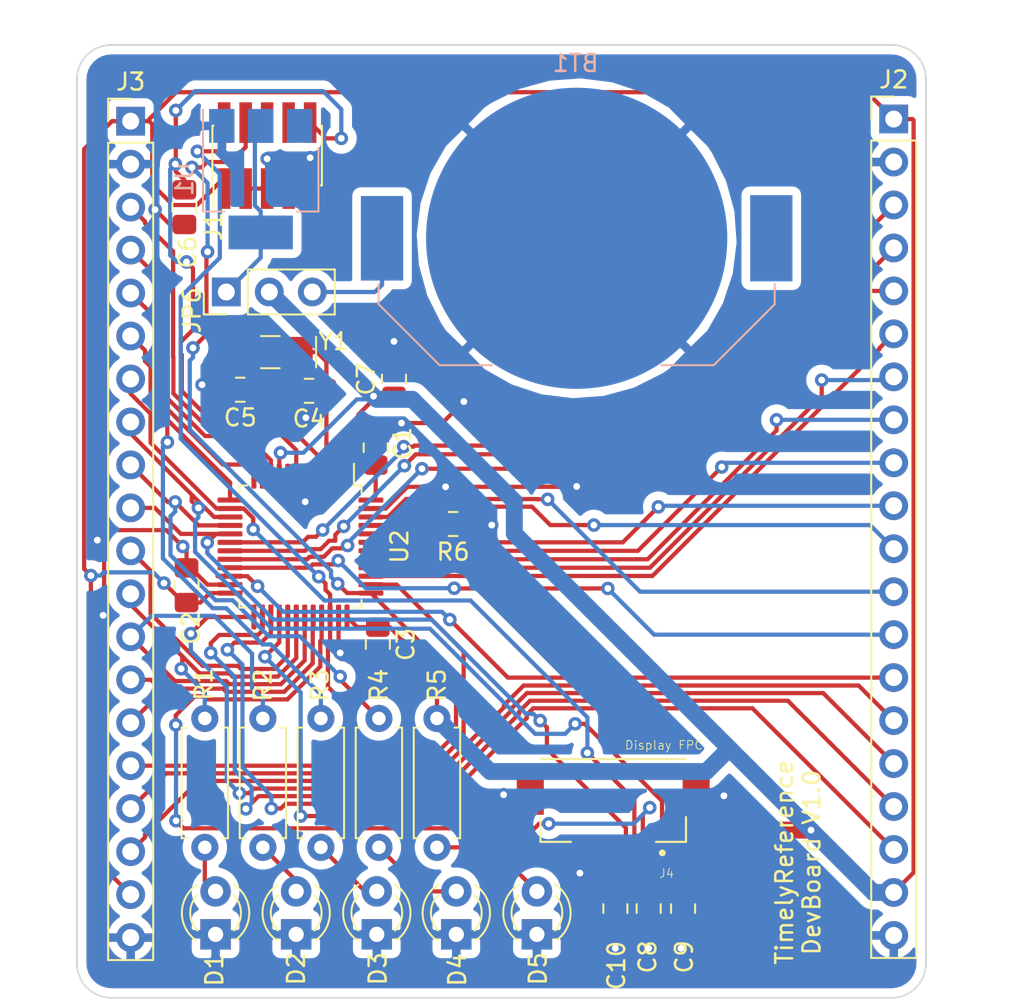
<source format=kicad_pcb>
(kicad_pcb (version 20171130) (host pcbnew 5.1.5+dfsg1-2build2)

  (general
    (thickness 1.6)
    (drawings 9)
    (tracks 668)
    (zones 0)
    (modules 30)
    (nets 46)
  )

  (page A4)
  (layers
    (0 F.Cu signal)
    (31 B.Cu signal)
    (36 B.SilkS user)
    (37 F.SilkS user)
    (38 B.Mask user hide)
    (39 F.Mask user)
    (44 Edge.Cuts user)
    (45 Margin user hide)
    (46 B.CrtYd user)
    (47 F.CrtYd user)
    (48 B.Fab user hide)
    (49 F.Fab user)
  )

  (setup
    (last_trace_width 1)
    (user_trace_width 1)
    (trace_clearance 0.2)
    (zone_clearance 0.508)
    (zone_45_only no)
    (trace_min 0.2)
    (via_size 0.8)
    (via_drill 0.4)
    (via_min_size 0.4)
    (via_min_drill 0.3)
    (uvia_size 0.3)
    (uvia_drill 0.1)
    (uvias_allowed no)
    (uvia_min_size 0.2)
    (uvia_min_drill 0.1)
    (edge_width 0.1)
    (segment_width 0.2)
    (pcb_text_width 0.3)
    (pcb_text_size 1.5 1.5)
    (mod_edge_width 0.15)
    (mod_text_size 1 1)
    (mod_text_width 0.15)
    (pad_size 1.524 1.524)
    (pad_drill 0.762)
    (pad_to_mask_clearance 0)
    (aux_axis_origin 0 0)
    (visible_elements FFFFFF7F)
    (pcbplotparams
      (layerselection 0x010f0_ffffffff)
      (usegerberextensions false)
      (usegerberattributes false)
      (usegerberadvancedattributes false)
      (creategerberjobfile false)
      (excludeedgelayer true)
      (linewidth 0.100000)
      (plotframeref false)
      (viasonmask false)
      (mode 1)
      (useauxorigin false)
      (hpglpennumber 1)
      (hpglpenspeed 20)
      (hpglpendiameter 15.000000)
      (psnegative false)
      (psa4output false)
      (plotreference true)
      (plotvalue true)
      (plotinvisibletext false)
      (padsonsilk false)
      (subtractmaskfromsilk false)
      (outputformat 1)
      (mirror false)
      (drillshape 0)
      (scaleselection 1)
      (outputdirectory ""))
  )

  (net 0 "")
  (net 1 BATT_VDD)
  (net 2 GND)
  (net 3 MCU_VDD)
  (net 4 /XOSC0)
  (net 5 /XOSC1)
  (net 6 nRST)
  (net 7 "Net-(D1-Pad2)")
  (net 8 "Net-(D2-Pad2)")
  (net 9 "Net-(D3-Pad2)")
  (net 10 "Net-(D4-Pad2)")
  (net 11 "Net-(D5-Pad2)")
  (net 12 SWDIO)
  (net 13 SWCK)
  (net 14 SCK)
  (net 15 MOSI)
  (net 16 SS)
  (net 17 EXTCOMM)
  (net 18 REG_VDD)
  (net 19 /BOOT0)
  (net 20 BTN_UP)
  (net 21 BTN_MID)
  (net 22 BTN_DOWN)
  (net 23 DBG_0)
  (net 24 DBG_1)
  (net 25 "Net-(J2-Pad3)")
  (net 26 "Net-(J2-Pad4)")
  (net 27 "Net-(J2-Pad5)")
  (net 28 "Net-(J2-Pad13)")
  (net 29 "Net-(J2-Pad14)")
  (net 30 "Net-(J2-Pad15)")
  (net 31 "Net-(J2-Pad16)")
  (net 32 "Net-(J2-Pad17)")
  (net 33 "Net-(J2-Pad18)")
  (net 34 "Net-(J3-Pad11)")
  (net 35 TX)
  (net 36 RX)
  (net 37 "Net-(J3-Pad14)")
  (net 38 "Net-(J3-Pad18)")
  (net 39 "Net-(J2-Pad6)")
  (net 40 "Net-(J2-Pad7)")
  (net 41 "Net-(J2-Pad8)")
  (net 42 "Net-(J2-Pad9)")
  (net 43 "Net-(J2-Pad10)")
  (net 44 "Net-(J2-Pad11)")
  (net 45 "Net-(J2-Pad12)")

  (net_class Default "This is the default net class."
    (clearance 0.2)
    (trace_width 0.25)
    (via_dia 0.8)
    (via_drill 0.4)
    (uvia_dia 0.3)
    (uvia_drill 0.1)
    (add_net /BOOT0)
    (add_net /XOSC0)
    (add_net /XOSC1)
    (add_net BATT_VDD)
    (add_net BTN_DOWN)
    (add_net BTN_MID)
    (add_net BTN_UP)
    (add_net DBG_0)
    (add_net DBG_1)
    (add_net EXTCOMM)
    (add_net GND)
    (add_net MCU_VDD)
    (add_net MOSI)
    (add_net "Net-(D1-Pad2)")
    (add_net "Net-(D2-Pad2)")
    (add_net "Net-(D3-Pad2)")
    (add_net "Net-(D4-Pad2)")
    (add_net "Net-(D5-Pad2)")
    (add_net "Net-(J2-Pad10)")
    (add_net "Net-(J2-Pad11)")
    (add_net "Net-(J2-Pad12)")
    (add_net "Net-(J2-Pad13)")
    (add_net "Net-(J2-Pad14)")
    (add_net "Net-(J2-Pad15)")
    (add_net "Net-(J2-Pad16)")
    (add_net "Net-(J2-Pad17)")
    (add_net "Net-(J2-Pad18)")
    (add_net "Net-(J2-Pad3)")
    (add_net "Net-(J2-Pad4)")
    (add_net "Net-(J2-Pad5)")
    (add_net "Net-(J2-Pad6)")
    (add_net "Net-(J2-Pad7)")
    (add_net "Net-(J2-Pad8)")
    (add_net "Net-(J2-Pad9)")
    (add_net "Net-(J3-Pad11)")
    (add_net "Net-(J3-Pad14)")
    (add_net "Net-(J3-Pad18)")
    (add_net REG_VDD)
    (add_net RX)
    (add_net SCK)
    (add_net SS)
    (add_net SWCK)
    (add_net SWDIO)
    (add_net TX)
    (add_net nRST)
  )

  (module Package_TO_SOT_SMD:SOT-223-3_TabPin2 (layer B.Cu) (tedit 5A02FF57) (tstamp 5EF97F02)
    (at 49.4665 68.707 270)
    (descr "module CMS SOT223 4 pins")
    (tags "CMS SOT")
    (path /5F016AF4)
    (attr smd)
    (fp_text reference U1 (at 0 4.5 90) (layer B.SilkS)
      (effects (font (size 1 1) (thickness 0.15)) (justify mirror))
    )
    (fp_text value AMS1117-3.3 (at 0 -4.5 90) (layer B.Fab)
      (effects (font (size 1 1) (thickness 0.15)) (justify mirror))
    )
    (fp_text user %R (at 0 0 180) (layer B.Fab)
      (effects (font (size 0.8 0.8) (thickness 0.12)) (justify mirror))
    )
    (fp_line (start 1.91 -3.41) (end 1.91 -2.15) (layer B.SilkS) (width 0.12))
    (fp_line (start 1.91 3.41) (end 1.91 2.15) (layer B.SilkS) (width 0.12))
    (fp_line (start 4.4 3.6) (end -4.4 3.6) (layer B.CrtYd) (width 0.05))
    (fp_line (start 4.4 -3.6) (end 4.4 3.6) (layer B.CrtYd) (width 0.05))
    (fp_line (start -4.4 -3.6) (end 4.4 -3.6) (layer B.CrtYd) (width 0.05))
    (fp_line (start -4.4 3.6) (end -4.4 -3.6) (layer B.CrtYd) (width 0.05))
    (fp_line (start -1.85 2.35) (end -0.85 3.35) (layer B.Fab) (width 0.1))
    (fp_line (start -1.85 2.35) (end -1.85 -3.35) (layer B.Fab) (width 0.1))
    (fp_line (start -1.85 -3.41) (end 1.91 -3.41) (layer B.SilkS) (width 0.12))
    (fp_line (start -0.85 3.35) (end 1.85 3.35) (layer B.Fab) (width 0.1))
    (fp_line (start -4.1 3.41) (end 1.91 3.41) (layer B.SilkS) (width 0.12))
    (fp_line (start -1.85 -3.35) (end 1.85 -3.35) (layer B.Fab) (width 0.1))
    (fp_line (start 1.85 3.35) (end 1.85 -3.35) (layer B.Fab) (width 0.1))
    (pad 2 smd rect (at 3.15 0 270) (size 2 3.8) (layers B.Cu B.Paste B.Mask)
      (net 18 REG_VDD))
    (pad 2 smd rect (at -3.15 0 270) (size 2 1.5) (layers B.Cu B.Paste B.Mask)
      (net 18 REG_VDD))
    (pad 3 smd rect (at -3.15 -2.3 270) (size 2 1.5) (layers B.Cu B.Paste B.Mask))
    (pad 1 smd rect (at -3.15 2.3 270) (size 2 1.5) (layers B.Cu B.Paste B.Mask)
      (net 2 GND))
    (model ${KISYS3DMOD}/Package_TO_SOT_SMD.3dshapes/SOT-223.wrl
      (at (xyz 0 0 0))
      (scale (xyz 1 1 1))
      (rotate (xyz 0 0 0))
    )
  )

  (module footprints:CR2025-LINX (layer B.Cu) (tedit 5EF93949) (tstamp 5EF9D350)
    (at 68.1355 72.1995)
    (path /5CC3508E)
    (fp_text reference BT1 (at -0.0635 -10.3505) (layer B.SilkS)
      (effects (font (size 1 1) (thickness 0.15)) (justify mirror))
    )
    (fp_text value CR2025 (at 0 10.16) (layer B.Fab)
      (effects (font (size 1 1) (thickness 0.15)) (justify mirror))
    )
    (fp_line (start -11.6 -2.6) (end -12.8 -2.6) (layer B.CrtYd) (width 0.12))
    (fp_line (start -12.8 -2.6) (end -12.8 2.6) (layer B.CrtYd) (width 0.12))
    (fp_line (start -12.8 2.6) (end -11.6 2.6) (layer B.CrtYd) (width 0.12))
    (fp_line (start -11.6 -2.6) (end -11.6 -7.8) (layer B.CrtYd) (width 0.12))
    (fp_line (start 0 -9) (end -11.6 -9) (layer B.CrtYd) (width 0.12))
    (fp_line (start -11.6 -9) (end -11.6 -7.8) (layer B.CrtYd) (width 0.12))
    (fp_line (start -11.6 3.8) (end -8 7.4) (layer B.CrtYd) (width 0.12))
    (fp_line (start -11.6 2.6) (end -11.6 3.8) (layer B.CrtYd) (width 0.12))
    (fp_line (start -8 7.4) (end -5 7.4) (layer B.CrtYd) (width 0.12))
    (fp_line (start 0 -9) (end 11.6 -9) (layer B.CrtYd) (width 0.12))
    (fp_line (start 12.8 2.6) (end 11.6 2.6) (layer B.CrtYd) (width 0.12))
    (fp_line (start 11.6 -2.6) (end 11.6 -7.8) (layer B.CrtYd) (width 0.12))
    (fp_line (start 12.8 -2.6) (end 12.8 2.6) (layer B.CrtYd) (width 0.12))
    (fp_line (start 11.6 2.6) (end 11.6 3.8) (layer B.CrtYd) (width 0.12))
    (fp_line (start 11.6 -9) (end 11.6 -7.8) (layer B.CrtYd) (width 0.12))
    (fp_line (start 11.6 3.8) (end 8 7.4) (layer B.CrtYd) (width 0.12))
    (fp_line (start 8 7.4) (end 5 7.4) (layer B.CrtYd) (width 0.12))
    (fp_line (start 11.6 -2.6) (end 12.8 -2.6) (layer B.CrtYd) (width 0.12))
    (fp_arc (start 0 0) (end 4.999999 7.399999) (angle 68.09187471) (layer B.CrtYd) (width 0.12))
    (fp_line (start -5 7.5) (end -8.1 7.5) (layer B.SilkS) (width 0.12))
    (fp_line (start -8.1 7.5) (end -11.7 3.9) (layer B.SilkS) (width 0.12))
    (fp_line (start -11.7 3.9) (end -11.7 2.7) (layer B.SilkS) (width 0.12))
    (fp_line (start 11.7 2.7) (end 11.7 3.9) (layer B.SilkS) (width 0.12))
    (fp_line (start 11.7 3.9) (end 8.1 7.5) (layer B.SilkS) (width 0.12))
    (fp_line (start 8.1 7.5) (end 5 7.5) (layer B.SilkS) (width 0.12))
    (pad 2 smd circle (at 0 0) (size 17.8 17.8) (layers B.Cu B.Paste B.Mask)
      (net 2 GND))
    (pad 1 smd rect (at -11.5 0) (size 2.5 5) (layers B.Cu B.Paste B.Mask)
      (net 1 BATT_VDD))
    (pad 1 smd rect (at 11.5 0) (size 2.5 5.1) (layers B.Cu B.Paste B.Mask)
      (net 1 BATT_VDD))
  )

  (module Capacitor_SMD:C_0805_2012Metric_Pad1.15x1.40mm_HandSolder (layer F.Cu) (tedit 5B36C52B) (tstamp 5EFA2DB4)
    (at 56.261 84.582 90)
    (descr "Capacitor SMD 0805 (2012 Metric), square (rectangular) end terminal, IPC_7351 nominal with elongated pad for handsoldering. (Body size source: https://docs.google.com/spreadsheets/d/1BsfQQcO9C6DZCsRaXUlFlo91Tg2WpOkGARC1WS5S8t0/edit?usp=sharing), generated with kicad-footprint-generator")
    (tags "capacitor handsolder")
    (path /5CC1601D)
    (attr smd)
    (fp_text reference C1 (at 0.254 1.5875 90) (layer F.SilkS)
      (effects (font (size 1 1) (thickness 0.15)))
    )
    (fp_text value 100nF (at 0 1.65 90) (layer F.Fab)
      (effects (font (size 1 1) (thickness 0.15)))
    )
    (fp_text user %R (at 0 0 90) (layer F.Fab)
      (effects (font (size 0.5 0.5) (thickness 0.08)))
    )
    (fp_line (start 1.85 0.95) (end -1.85 0.95) (layer F.CrtYd) (width 0.05))
    (fp_line (start 1.85 -0.95) (end 1.85 0.95) (layer F.CrtYd) (width 0.05))
    (fp_line (start -1.85 -0.95) (end 1.85 -0.95) (layer F.CrtYd) (width 0.05))
    (fp_line (start -1.85 0.95) (end -1.85 -0.95) (layer F.CrtYd) (width 0.05))
    (fp_line (start -0.261252 0.71) (end 0.261252 0.71) (layer F.SilkS) (width 0.12))
    (fp_line (start -0.261252 -0.71) (end 0.261252 -0.71) (layer F.SilkS) (width 0.12))
    (fp_line (start 1 0.6) (end -1 0.6) (layer F.Fab) (width 0.1))
    (fp_line (start 1 -0.6) (end 1 0.6) (layer F.Fab) (width 0.1))
    (fp_line (start -1 -0.6) (end 1 -0.6) (layer F.Fab) (width 0.1))
    (fp_line (start -1 0.6) (end -1 -0.6) (layer F.Fab) (width 0.1))
    (pad 2 smd roundrect (at 1.025 0 90) (size 1.15 1.4) (layers F.Cu F.Paste F.Mask) (roundrect_rratio 0.217391)
      (net 2 GND))
    (pad 1 smd roundrect (at -1.025 0 90) (size 1.15 1.4) (layers F.Cu F.Paste F.Mask) (roundrect_rratio 0.217391)
      (net 3 MCU_VDD))
    (model ${KISYS3DMOD}/Capacitor_SMD.3dshapes/C_0805_2012Metric.wrl
      (at (xyz 0 0 0))
      (scale (xyz 1 1 1))
      (rotate (xyz 0 0 0))
    )
  )

  (module Capacitor_SMD:C_0805_2012Metric_Pad1.15x1.40mm_HandSolder (layer F.Cu) (tedit 5B36C52B) (tstamp 5EFA36F2)
    (at 45.085 92.71 90)
    (descr "Capacitor SMD 0805 (2012 Metric), square (rectangular) end terminal, IPC_7351 nominal with elongated pad for handsoldering. (Body size source: https://docs.google.com/spreadsheets/d/1BsfQQcO9C6DZCsRaXUlFlo91Tg2WpOkGARC1WS5S8t0/edit?usp=sharing), generated with kicad-footprint-generator")
    (tags "capacitor handsolder")
    (path /5CC160C6)
    (attr smd)
    (fp_text reference C2 (at -2.54 0.254 90) (layer F.SilkS)
      (effects (font (size 1 1) (thickness 0.15)))
    )
    (fp_text value 100nF (at 0 1.65 90) (layer F.Fab)
      (effects (font (size 1 1) (thickness 0.15)))
    )
    (fp_line (start -1 0.6) (end -1 -0.6) (layer F.Fab) (width 0.1))
    (fp_line (start -1 -0.6) (end 1 -0.6) (layer F.Fab) (width 0.1))
    (fp_line (start 1 -0.6) (end 1 0.6) (layer F.Fab) (width 0.1))
    (fp_line (start 1 0.6) (end -1 0.6) (layer F.Fab) (width 0.1))
    (fp_line (start -0.261252 -0.71) (end 0.261252 -0.71) (layer F.SilkS) (width 0.12))
    (fp_line (start -0.261252 0.71) (end 0.261252 0.71) (layer F.SilkS) (width 0.12))
    (fp_line (start -1.85 0.95) (end -1.85 -0.95) (layer F.CrtYd) (width 0.05))
    (fp_line (start -1.85 -0.95) (end 1.85 -0.95) (layer F.CrtYd) (width 0.05))
    (fp_line (start 1.85 -0.95) (end 1.85 0.95) (layer F.CrtYd) (width 0.05))
    (fp_line (start 1.85 0.95) (end -1.85 0.95) (layer F.CrtYd) (width 0.05))
    (fp_text user %R (at 0 0 90) (layer F.Fab)
      (effects (font (size 0.5 0.5) (thickness 0.08)))
    )
    (pad 1 smd roundrect (at -1.025 0 90) (size 1.15 1.4) (layers F.Cu F.Paste F.Mask) (roundrect_rratio 0.217391)
      (net 3 MCU_VDD))
    (pad 2 smd roundrect (at 1.025 0 90) (size 1.15 1.4) (layers F.Cu F.Paste F.Mask) (roundrect_rratio 0.217391)
      (net 2 GND))
    (model ${KISYS3DMOD}/Capacitor_SMD.3dshapes/C_0805_2012Metric.wrl
      (at (xyz 0 0 0))
      (scale (xyz 1 1 1))
      (rotate (xyz 0 0 0))
    )
  )

  (module Capacitor_SMD:C_0805_2012Metric_Pad1.15x1.40mm_HandSolder (layer F.Cu) (tedit 5B36C52B) (tstamp 5EF97C2D)
    (at 56.388 96.2115 270)
    (descr "Capacitor SMD 0805 (2012 Metric), square (rectangular) end terminal, IPC_7351 nominal with elongated pad for handsoldering. (Body size source: https://docs.google.com/spreadsheets/d/1BsfQQcO9C6DZCsRaXUlFlo91Tg2WpOkGARC1WS5S8t0/edit?usp=sharing), generated with kicad-footprint-generator")
    (tags "capacitor handsolder")
    (path /5E8EAF58)
    (attr smd)
    (fp_text reference C3 (at 0 -1.65 90) (layer F.SilkS)
      (effects (font (size 1 1) (thickness 0.15)))
    )
    (fp_text value 100nF (at 0 1.65 90) (layer F.Fab)
      (effects (font (size 1 1) (thickness 0.15)))
    )
    (fp_line (start -1 0.6) (end -1 -0.6) (layer F.Fab) (width 0.1))
    (fp_line (start -1 -0.6) (end 1 -0.6) (layer F.Fab) (width 0.1))
    (fp_line (start 1 -0.6) (end 1 0.6) (layer F.Fab) (width 0.1))
    (fp_line (start 1 0.6) (end -1 0.6) (layer F.Fab) (width 0.1))
    (fp_line (start -0.261252 -0.71) (end 0.261252 -0.71) (layer F.SilkS) (width 0.12))
    (fp_line (start -0.261252 0.71) (end 0.261252 0.71) (layer F.SilkS) (width 0.12))
    (fp_line (start -1.85 0.95) (end -1.85 -0.95) (layer F.CrtYd) (width 0.05))
    (fp_line (start -1.85 -0.95) (end 1.85 -0.95) (layer F.CrtYd) (width 0.05))
    (fp_line (start 1.85 -0.95) (end 1.85 0.95) (layer F.CrtYd) (width 0.05))
    (fp_line (start 1.85 0.95) (end -1.85 0.95) (layer F.CrtYd) (width 0.05))
    (fp_text user %R (at 0 0 90) (layer F.Fab)
      (effects (font (size 0.5 0.5) (thickness 0.08)))
    )
    (pad 1 smd roundrect (at -1.025 0 270) (size 1.15 1.4) (layers F.Cu F.Paste F.Mask) (roundrect_rratio 0.217391)
      (net 3 MCU_VDD))
    (pad 2 smd roundrect (at 1.025 0 270) (size 1.15 1.4) (layers F.Cu F.Paste F.Mask) (roundrect_rratio 0.217391)
      (net 2 GND))
    (model ${KISYS3DMOD}/Capacitor_SMD.3dshapes/C_0805_2012Metric.wrl
      (at (xyz 0 0 0))
      (scale (xyz 1 1 1))
      (rotate (xyz 0 0 0))
    )
  )

  (module Capacitor_SMD:C_0805_2012Metric_Pad1.15x1.40mm_HandSolder (layer F.Cu) (tedit 5B36C52B) (tstamp 5EF9E963)
    (at 52.324 81.2165 180)
    (descr "Capacitor SMD 0805 (2012 Metric), square (rectangular) end terminal, IPC_7351 nominal with elongated pad for handsoldering. (Body size source: https://docs.google.com/spreadsheets/d/1BsfQQcO9C6DZCsRaXUlFlo91Tg2WpOkGARC1WS5S8t0/edit?usp=sharing), generated with kicad-footprint-generator")
    (tags "capacitor handsolder")
    (path /5CC14877)
    (attr smd)
    (fp_text reference C4 (at 0 -1.65) (layer F.SilkS)
      (effects (font (size 1 1) (thickness 0.15)))
    )
    (fp_text value 4.3pF (at 0 1.65) (layer F.Fab)
      (effects (font (size 1 1) (thickness 0.15)))
    )
    (fp_text user %R (at 0 0) (layer F.Fab)
      (effects (font (size 0.5 0.5) (thickness 0.08)))
    )
    (fp_line (start 1.85 0.95) (end -1.85 0.95) (layer F.CrtYd) (width 0.05))
    (fp_line (start 1.85 -0.95) (end 1.85 0.95) (layer F.CrtYd) (width 0.05))
    (fp_line (start -1.85 -0.95) (end 1.85 -0.95) (layer F.CrtYd) (width 0.05))
    (fp_line (start -1.85 0.95) (end -1.85 -0.95) (layer F.CrtYd) (width 0.05))
    (fp_line (start -0.261252 0.71) (end 0.261252 0.71) (layer F.SilkS) (width 0.12))
    (fp_line (start -0.261252 -0.71) (end 0.261252 -0.71) (layer F.SilkS) (width 0.12))
    (fp_line (start 1 0.6) (end -1 0.6) (layer F.Fab) (width 0.1))
    (fp_line (start 1 -0.6) (end 1 0.6) (layer F.Fab) (width 0.1))
    (fp_line (start -1 -0.6) (end 1 -0.6) (layer F.Fab) (width 0.1))
    (fp_line (start -1 0.6) (end -1 -0.6) (layer F.Fab) (width 0.1))
    (pad 2 smd roundrect (at 1.025 0 180) (size 1.15 1.4) (layers F.Cu F.Paste F.Mask) (roundrect_rratio 0.217391)
      (net 2 GND))
    (pad 1 smd roundrect (at -1.025 0 180) (size 1.15 1.4) (layers F.Cu F.Paste F.Mask) (roundrect_rratio 0.217391)
      (net 4 /XOSC0))
    (model ${KISYS3DMOD}/Capacitor_SMD.3dshapes/C_0805_2012Metric.wrl
      (at (xyz 0 0 0))
      (scale (xyz 1 1 1))
      (rotate (xyz 0 0 0))
    )
  )

  (module Capacitor_SMD:C_0805_2012Metric_Pad1.15x1.40mm_HandSolder (layer F.Cu) (tedit 5B36C52B) (tstamp 5EF97C4F)
    (at 48.26 81.153 180)
    (descr "Capacitor SMD 0805 (2012 Metric), square (rectangular) end terminal, IPC_7351 nominal with elongated pad for handsoldering. (Body size source: https://docs.google.com/spreadsheets/d/1BsfQQcO9C6DZCsRaXUlFlo91Tg2WpOkGARC1WS5S8t0/edit?usp=sharing), generated with kicad-footprint-generator")
    (tags "capacitor handsolder")
    (path /5CC14926)
    (attr smd)
    (fp_text reference C5 (at 0 -1.65) (layer F.SilkS)
      (effects (font (size 1 1) (thickness 0.15)))
    )
    (fp_text value 4.3pF (at 0 1.65) (layer F.Fab)
      (effects (font (size 1 1) (thickness 0.15)))
    )
    (fp_line (start -1 0.6) (end -1 -0.6) (layer F.Fab) (width 0.1))
    (fp_line (start -1 -0.6) (end 1 -0.6) (layer F.Fab) (width 0.1))
    (fp_line (start 1 -0.6) (end 1 0.6) (layer F.Fab) (width 0.1))
    (fp_line (start 1 0.6) (end -1 0.6) (layer F.Fab) (width 0.1))
    (fp_line (start -0.261252 -0.71) (end 0.261252 -0.71) (layer F.SilkS) (width 0.12))
    (fp_line (start -0.261252 0.71) (end 0.261252 0.71) (layer F.SilkS) (width 0.12))
    (fp_line (start -1.85 0.95) (end -1.85 -0.95) (layer F.CrtYd) (width 0.05))
    (fp_line (start -1.85 -0.95) (end 1.85 -0.95) (layer F.CrtYd) (width 0.05))
    (fp_line (start 1.85 -0.95) (end 1.85 0.95) (layer F.CrtYd) (width 0.05))
    (fp_line (start 1.85 0.95) (end -1.85 0.95) (layer F.CrtYd) (width 0.05))
    (fp_text user %R (at 0 0) (layer F.Fab)
      (effects (font (size 0.5 0.5) (thickness 0.08)))
    )
    (pad 1 smd roundrect (at -1.025 0 180) (size 1.15 1.4) (layers F.Cu F.Paste F.Mask) (roundrect_rratio 0.217391)
      (net 5 /XOSC1))
    (pad 2 smd roundrect (at 1.025 0 180) (size 1.15 1.4) (layers F.Cu F.Paste F.Mask) (roundrect_rratio 0.217391)
      (net 2 GND))
    (model ${KISYS3DMOD}/Capacitor_SMD.3dshapes/C_0805_2012Metric.wrl
      (at (xyz 0 0 0))
      (scale (xyz 1 1 1))
      (rotate (xyz 0 0 0))
    )
  )

  (module Capacitor_SMD:C_0805_2012Metric_Pad1.15x1.40mm_HandSolder (layer F.Cu) (tedit 5B36C52B) (tstamp 5EF97C60)
    (at 44.958 70.358 270)
    (descr "Capacitor SMD 0805 (2012 Metric), square (rectangular) end terminal, IPC_7351 nominal with elongated pad for handsoldering. (Body size source: https://docs.google.com/spreadsheets/d/1BsfQQcO9C6DZCsRaXUlFlo91Tg2WpOkGARC1WS5S8t0/edit?usp=sharing), generated with kicad-footprint-generator")
    (tags "capacitor handsolder")
    (path /5CC3ABC3)
    (attr smd)
    (fp_text reference C6 (at 2.667 -0.1905 90) (layer F.SilkS)
      (effects (font (size 1 1) (thickness 0.15)))
    )
    (fp_text value 100nF (at 0 1.65 90) (layer F.Fab)
      (effects (font (size 1 1) (thickness 0.15)))
    )
    (fp_line (start -1 0.6) (end -1 -0.6) (layer F.Fab) (width 0.1))
    (fp_line (start -1 -0.6) (end 1 -0.6) (layer F.Fab) (width 0.1))
    (fp_line (start 1 -0.6) (end 1 0.6) (layer F.Fab) (width 0.1))
    (fp_line (start 1 0.6) (end -1 0.6) (layer F.Fab) (width 0.1))
    (fp_line (start -0.261252 -0.71) (end 0.261252 -0.71) (layer F.SilkS) (width 0.12))
    (fp_line (start -0.261252 0.71) (end 0.261252 0.71) (layer F.SilkS) (width 0.12))
    (fp_line (start -1.85 0.95) (end -1.85 -0.95) (layer F.CrtYd) (width 0.05))
    (fp_line (start -1.85 -0.95) (end 1.85 -0.95) (layer F.CrtYd) (width 0.05))
    (fp_line (start 1.85 -0.95) (end 1.85 0.95) (layer F.CrtYd) (width 0.05))
    (fp_line (start 1.85 0.95) (end -1.85 0.95) (layer F.CrtYd) (width 0.05))
    (fp_text user %R (at 0 0 90) (layer F.Fab)
      (effects (font (size 0.5 0.5) (thickness 0.08)))
    )
    (pad 1 smd roundrect (at -1.025 0 270) (size 1.15 1.4) (layers F.Cu F.Paste F.Mask) (roundrect_rratio 0.217391)
      (net 6 nRST))
    (pad 2 smd roundrect (at 1.025 0 270) (size 1.15 1.4) (layers F.Cu F.Paste F.Mask) (roundrect_rratio 0.217391)
      (net 2 GND))
    (model ${KISYS3DMOD}/Capacitor_SMD.3dshapes/C_0805_2012Metric.wrl
      (at (xyz 0 0 0))
      (scale (xyz 1 1 1))
      (rotate (xyz 0 0 0))
    )
  )

  (module Capacitor_SMD:C_0805_2012Metric_Pad1.15x1.40mm_HandSolder (layer F.Cu) (tedit 5B36C52B) (tstamp 5EF9B272)
    (at 57.3405 80.518 90)
    (descr "Capacitor SMD 0805 (2012 Metric), square (rectangular) end terminal, IPC_7351 nominal with elongated pad for handsoldering. (Body size source: https://docs.google.com/spreadsheets/d/1BsfQQcO9C6DZCsRaXUlFlo91Tg2WpOkGARC1WS5S8t0/edit?usp=sharing), generated with kicad-footprint-generator")
    (tags "capacitor handsolder")
    (path /5CC1613E)
    (attr smd)
    (fp_text reference C7 (at 0 -1.65 90) (layer F.SilkS)
      (effects (font (size 1 1) (thickness 0.15)))
    )
    (fp_text value 100nF (at 0 1.65 90) (layer F.Fab)
      (effects (font (size 1 1) (thickness 0.15)))
    )
    (fp_text user %R (at 0 0 90) (layer F.Fab)
      (effects (font (size 0.5 0.5) (thickness 0.08)))
    )
    (fp_line (start 1.85 0.95) (end -1.85 0.95) (layer F.CrtYd) (width 0.05))
    (fp_line (start 1.85 -0.95) (end 1.85 0.95) (layer F.CrtYd) (width 0.05))
    (fp_line (start -1.85 -0.95) (end 1.85 -0.95) (layer F.CrtYd) (width 0.05))
    (fp_line (start -1.85 0.95) (end -1.85 -0.95) (layer F.CrtYd) (width 0.05))
    (fp_line (start -0.261252 0.71) (end 0.261252 0.71) (layer F.SilkS) (width 0.12))
    (fp_line (start -0.261252 -0.71) (end 0.261252 -0.71) (layer F.SilkS) (width 0.12))
    (fp_line (start 1 0.6) (end -1 0.6) (layer F.Fab) (width 0.1))
    (fp_line (start 1 -0.6) (end 1 0.6) (layer F.Fab) (width 0.1))
    (fp_line (start -1 -0.6) (end 1 -0.6) (layer F.Fab) (width 0.1))
    (fp_line (start -1 0.6) (end -1 -0.6) (layer F.Fab) (width 0.1))
    (pad 2 smd roundrect (at 1.025 0 90) (size 1.15 1.4) (layers F.Cu F.Paste F.Mask) (roundrect_rratio 0.217391)
      (net 2 GND))
    (pad 1 smd roundrect (at -1.025 0 90) (size 1.15 1.4) (layers F.Cu F.Paste F.Mask) (roundrect_rratio 0.217391)
      (net 3 MCU_VDD))
    (model ${KISYS3DMOD}/Capacitor_SMD.3dshapes/C_0805_2012Metric.wrl
      (at (xyz 0 0 0))
      (scale (xyz 1 1 1))
      (rotate (xyz 0 0 0))
    )
  )

  (module Capacitor_SMD:C_0805_2012Metric_Pad1.15x1.40mm_HandSolder (layer F.Cu) (tedit 5B36C52B) (tstamp 5EFA2ACF)
    (at 72.39 111.8235 270)
    (descr "Capacitor SMD 0805 (2012 Metric), square (rectangular) end terminal, IPC_7351 nominal with elongated pad for handsoldering. (Body size source: https://docs.google.com/spreadsheets/d/1BsfQQcO9C6DZCsRaXUlFlo91Tg2WpOkGARC1WS5S8t0/edit?usp=sharing), generated with kicad-footprint-generator")
    (tags "capacitor handsolder")
    (path /5CD10A30)
    (attr smd)
    (fp_text reference C8 (at 2.8575 0.0635 90) (layer F.SilkS)
      (effects (font (size 1 1) (thickness 0.15)))
    )
    (fp_text value 1uF (at 0 1.65 90) (layer F.Fab)
      (effects (font (size 1 1) (thickness 0.15)))
    )
    (fp_text user %R (at 0 0 90) (layer F.Fab)
      (effects (font (size 0.5 0.5) (thickness 0.08)))
    )
    (fp_line (start 1.85 0.95) (end -1.85 0.95) (layer F.CrtYd) (width 0.05))
    (fp_line (start 1.85 -0.95) (end 1.85 0.95) (layer F.CrtYd) (width 0.05))
    (fp_line (start -1.85 -0.95) (end 1.85 -0.95) (layer F.CrtYd) (width 0.05))
    (fp_line (start -1.85 0.95) (end -1.85 -0.95) (layer F.CrtYd) (width 0.05))
    (fp_line (start -0.261252 0.71) (end 0.261252 0.71) (layer F.SilkS) (width 0.12))
    (fp_line (start -0.261252 -0.71) (end 0.261252 -0.71) (layer F.SilkS) (width 0.12))
    (fp_line (start 1 0.6) (end -1 0.6) (layer F.Fab) (width 0.1))
    (fp_line (start 1 -0.6) (end 1 0.6) (layer F.Fab) (width 0.1))
    (fp_line (start -1 -0.6) (end 1 -0.6) (layer F.Fab) (width 0.1))
    (fp_line (start -1 0.6) (end -1 -0.6) (layer F.Fab) (width 0.1))
    (pad 2 smd roundrect (at 1.025 0 270) (size 1.15 1.4) (layers F.Cu F.Paste F.Mask) (roundrect_rratio 0.217391)
      (net 2 GND))
    (pad 1 smd roundrect (at -1.025 0 270) (size 1.15 1.4) (layers F.Cu F.Paste F.Mask) (roundrect_rratio 0.217391)
      (net 3 MCU_VDD))
    (model ${KISYS3DMOD}/Capacitor_SMD.3dshapes/C_0805_2012Metric.wrl
      (at (xyz 0 0 0))
      (scale (xyz 1 1 1))
      (rotate (xyz 0 0 0))
    )
  )

  (module Capacitor_SMD:C_0805_2012Metric_Pad1.15x1.40mm_HandSolder (layer F.Cu) (tedit 5B36C52B) (tstamp 5EFA4EC2)
    (at 74.422 111.8235 270)
    (descr "Capacitor SMD 0805 (2012 Metric), square (rectangular) end terminal, IPC_7351 nominal with elongated pad for handsoldering. (Body size source: https://docs.google.com/spreadsheets/d/1BsfQQcO9C6DZCsRaXUlFlo91Tg2WpOkGARC1WS5S8t0/edit?usp=sharing), generated with kicad-footprint-generator")
    (tags "capacitor handsolder")
    (path /5CC8A56E)
    (attr smd)
    (fp_text reference C9 (at 2.8575 -0.0635 90) (layer F.SilkS)
      (effects (font (size 1 1) (thickness 0.15)))
    )
    (fp_text value 100nF (at 0 1.65 90) (layer F.Fab)
      (effects (font (size 1 1) (thickness 0.15)))
    )
    (fp_line (start -1 0.6) (end -1 -0.6) (layer F.Fab) (width 0.1))
    (fp_line (start -1 -0.6) (end 1 -0.6) (layer F.Fab) (width 0.1))
    (fp_line (start 1 -0.6) (end 1 0.6) (layer F.Fab) (width 0.1))
    (fp_line (start 1 0.6) (end -1 0.6) (layer F.Fab) (width 0.1))
    (fp_line (start -0.261252 -0.71) (end 0.261252 -0.71) (layer F.SilkS) (width 0.12))
    (fp_line (start -0.261252 0.71) (end 0.261252 0.71) (layer F.SilkS) (width 0.12))
    (fp_line (start -1.85 0.95) (end -1.85 -0.95) (layer F.CrtYd) (width 0.05))
    (fp_line (start -1.85 -0.95) (end 1.85 -0.95) (layer F.CrtYd) (width 0.05))
    (fp_line (start 1.85 -0.95) (end 1.85 0.95) (layer F.CrtYd) (width 0.05))
    (fp_line (start 1.85 0.95) (end -1.85 0.95) (layer F.CrtYd) (width 0.05))
    (fp_text user %R (at 0 0 90) (layer F.Fab)
      (effects (font (size 0.5 0.5) (thickness 0.08)))
    )
    (pad 1 smd roundrect (at -1.025 0 270) (size 1.15 1.4) (layers F.Cu F.Paste F.Mask) (roundrect_rratio 0.217391)
      (net 3 MCU_VDD))
    (pad 2 smd roundrect (at 1.025 0 270) (size 1.15 1.4) (layers F.Cu F.Paste F.Mask) (roundrect_rratio 0.217391)
      (net 2 GND))
    (model ${KISYS3DMOD}/Capacitor_SMD.3dshapes/C_0805_2012Metric.wrl
      (at (xyz 0 0 0))
      (scale (xyz 1 1 1))
      (rotate (xyz 0 0 0))
    )
  )

  (module Capacitor_SMD:C_0805_2012Metric_Pad1.15x1.40mm_HandSolder (layer F.Cu) (tedit 5B36C52B) (tstamp 5EF97CA4)
    (at 70.4215 111.8235 90)
    (descr "Capacitor SMD 0805 (2012 Metric), square (rectangular) end terminal, IPC_7351 nominal with elongated pad for handsoldering. (Body size source: https://docs.google.com/spreadsheets/d/1BsfQQcO9C6DZCsRaXUlFlo91Tg2WpOkGARC1WS5S8t0/edit?usp=sharing), generated with kicad-footprint-generator")
    (tags "capacitor handsolder")
    (path /5CC8A464)
    (attr smd)
    (fp_text reference C10 (at -3.3655 0.0635 90) (layer F.SilkS)
      (effects (font (size 1 1) (thickness 0.15)))
    )
    (fp_text value 1uF (at 0 1.65 90) (layer F.Fab)
      (effects (font (size 1 1) (thickness 0.15)))
    )
    (fp_text user %R (at 0 0 90) (layer F.Fab)
      (effects (font (size 0.5 0.5) (thickness 0.08)))
    )
    (fp_line (start 1.85 0.95) (end -1.85 0.95) (layer F.CrtYd) (width 0.05))
    (fp_line (start 1.85 -0.95) (end 1.85 0.95) (layer F.CrtYd) (width 0.05))
    (fp_line (start -1.85 -0.95) (end 1.85 -0.95) (layer F.CrtYd) (width 0.05))
    (fp_line (start -1.85 0.95) (end -1.85 -0.95) (layer F.CrtYd) (width 0.05))
    (fp_line (start -0.261252 0.71) (end 0.261252 0.71) (layer F.SilkS) (width 0.12))
    (fp_line (start -0.261252 -0.71) (end 0.261252 -0.71) (layer F.SilkS) (width 0.12))
    (fp_line (start 1 0.6) (end -1 0.6) (layer F.Fab) (width 0.1))
    (fp_line (start 1 -0.6) (end 1 0.6) (layer F.Fab) (width 0.1))
    (fp_line (start -1 -0.6) (end 1 -0.6) (layer F.Fab) (width 0.1))
    (fp_line (start -1 0.6) (end -1 -0.6) (layer F.Fab) (width 0.1))
    (pad 2 smd roundrect (at 1.025 0 90) (size 1.15 1.4) (layers F.Cu F.Paste F.Mask) (roundrect_rratio 0.217391)
      (net 3 MCU_VDD))
    (pad 1 smd roundrect (at -1.025 0 90) (size 1.15 1.4) (layers F.Cu F.Paste F.Mask) (roundrect_rratio 0.217391)
      (net 2 GND))
    (model ${KISYS3DMOD}/Capacitor_SMD.3dshapes/C_0805_2012Metric.wrl
      (at (xyz 0 0 0))
      (scale (xyz 1 1 1))
      (rotate (xyz 0 0 0))
    )
  )

  (module LED_THT:LED_D3.0mm (layer F.Cu) (tedit 587A3A7B) (tstamp 5EF9C769)
    (at 46.7995 113.3475 90)
    (descr "LED, diameter 3.0mm, 2 pins")
    (tags "LED diameter 3.0mm 2 pins")
    (path /5F1BE4F4)
    (fp_text reference D1 (at -2.0955 -0.0635 90) (layer F.SilkS)
      (effects (font (size 1 1) (thickness 0.15)))
    )
    (fp_text value LED (at 1.27 2.96 90) (layer F.Fab)
      (effects (font (size 1 1) (thickness 0.15)))
    )
    (fp_arc (start 1.27 0) (end -0.23 -1.16619) (angle 284.3) (layer F.Fab) (width 0.1))
    (fp_arc (start 1.27 0) (end -0.29 -1.235516) (angle 108.8) (layer F.SilkS) (width 0.12))
    (fp_arc (start 1.27 0) (end -0.29 1.235516) (angle -108.8) (layer F.SilkS) (width 0.12))
    (fp_arc (start 1.27 0) (end 0.229039 -1.08) (angle 87.9) (layer F.SilkS) (width 0.12))
    (fp_arc (start 1.27 0) (end 0.229039 1.08) (angle -87.9) (layer F.SilkS) (width 0.12))
    (fp_circle (center 1.27 0) (end 2.77 0) (layer F.Fab) (width 0.1))
    (fp_line (start -0.23 -1.16619) (end -0.23 1.16619) (layer F.Fab) (width 0.1))
    (fp_line (start -0.29 -1.236) (end -0.29 -1.08) (layer F.SilkS) (width 0.12))
    (fp_line (start -0.29 1.08) (end -0.29 1.236) (layer F.SilkS) (width 0.12))
    (fp_line (start -1.15 -2.25) (end -1.15 2.25) (layer F.CrtYd) (width 0.05))
    (fp_line (start -1.15 2.25) (end 3.7 2.25) (layer F.CrtYd) (width 0.05))
    (fp_line (start 3.7 2.25) (end 3.7 -2.25) (layer F.CrtYd) (width 0.05))
    (fp_line (start 3.7 -2.25) (end -1.15 -2.25) (layer F.CrtYd) (width 0.05))
    (pad 1 thru_hole rect (at 0 0 90) (size 1.8 1.8) (drill 0.9) (layers *.Cu *.Mask)
      (net 2 GND))
    (pad 2 thru_hole circle (at 2.54 0 90) (size 1.8 1.8) (drill 0.9) (layers *.Cu *.Mask)
      (net 7 "Net-(D1-Pad2)"))
    (model ${KISYS3DMOD}/LED_THT.3dshapes/LED_D3.0mm.wrl
      (at (xyz 0 0 0))
      (scale (xyz 1 1 1))
      (rotate (xyz 0 0 0))
    )
  )

  (module LED_THT:LED_D3.0mm (layer F.Cu) (tedit 587A3A7B) (tstamp 5EF9C814)
    (at 51.562 113.3475 90)
    (descr "LED, diameter 3.0mm, 2 pins")
    (tags "LED diameter 3.0mm 2 pins")
    (path /5F1C9162)
    (fp_text reference D2 (at -2.032 0 90) (layer F.SilkS)
      (effects (font (size 1 1) (thickness 0.15)))
    )
    (fp_text value LED (at 1.27 2.96 90) (layer F.Fab)
      (effects (font (size 1 1) (thickness 0.15)))
    )
    (fp_line (start 3.7 -2.25) (end -1.15 -2.25) (layer F.CrtYd) (width 0.05))
    (fp_line (start 3.7 2.25) (end 3.7 -2.25) (layer F.CrtYd) (width 0.05))
    (fp_line (start -1.15 2.25) (end 3.7 2.25) (layer F.CrtYd) (width 0.05))
    (fp_line (start -1.15 -2.25) (end -1.15 2.25) (layer F.CrtYd) (width 0.05))
    (fp_line (start -0.29 1.08) (end -0.29 1.236) (layer F.SilkS) (width 0.12))
    (fp_line (start -0.29 -1.236) (end -0.29 -1.08) (layer F.SilkS) (width 0.12))
    (fp_line (start -0.23 -1.16619) (end -0.23 1.16619) (layer F.Fab) (width 0.1))
    (fp_circle (center 1.27 0) (end 2.77 0) (layer F.Fab) (width 0.1))
    (fp_arc (start 1.27 0) (end 0.229039 1.08) (angle -87.9) (layer F.SilkS) (width 0.12))
    (fp_arc (start 1.27 0) (end 0.229039 -1.08) (angle 87.9) (layer F.SilkS) (width 0.12))
    (fp_arc (start 1.27 0) (end -0.29 1.235516) (angle -108.8) (layer F.SilkS) (width 0.12))
    (fp_arc (start 1.27 0) (end -0.29 -1.235516) (angle 108.8) (layer F.SilkS) (width 0.12))
    (fp_arc (start 1.27 0) (end -0.23 -1.16619) (angle 284.3) (layer F.Fab) (width 0.1))
    (pad 2 thru_hole circle (at 2.54 0 90) (size 1.8 1.8) (drill 0.9) (layers *.Cu *.Mask)
      (net 8 "Net-(D2-Pad2)"))
    (pad 1 thru_hole rect (at 0 0 90) (size 1.8 1.8) (drill 0.9) (layers *.Cu *.Mask)
      (net 2 GND))
    (model ${KISYS3DMOD}/LED_THT.3dshapes/LED_D3.0mm.wrl
      (at (xyz 0 0 0))
      (scale (xyz 1 1 1))
      (rotate (xyz 0 0 0))
    )
  )

  (module LED_THT:LED_D3.0mm (layer F.Cu) (tedit 587A3A7B) (tstamp 5EF9B58F)
    (at 56.3245 113.3475 90)
    (descr "LED, diameter 3.0mm, 2 pins")
    (tags "LED diameter 3.0mm 2 pins")
    (path /5F1C9715)
    (fp_text reference D3 (at -2.032 0.0635 90) (layer F.SilkS)
      (effects (font (size 1 1) (thickness 0.15)))
    )
    (fp_text value LED (at 1.27 2.96 90) (layer F.Fab)
      (effects (font (size 1 1) (thickness 0.15)))
    )
    (fp_arc (start 1.27 0) (end -0.23 -1.16619) (angle 284.3) (layer F.Fab) (width 0.1))
    (fp_arc (start 1.27 0) (end -0.29 -1.235516) (angle 108.8) (layer F.SilkS) (width 0.12))
    (fp_arc (start 1.27 0) (end -0.29 1.235516) (angle -108.8) (layer F.SilkS) (width 0.12))
    (fp_arc (start 1.27 0) (end 0.229039 -1.08) (angle 87.9) (layer F.SilkS) (width 0.12))
    (fp_arc (start 1.27 0) (end 0.229039 1.08) (angle -87.9) (layer F.SilkS) (width 0.12))
    (fp_circle (center 1.27 0) (end 2.77 0) (layer F.Fab) (width 0.1))
    (fp_line (start -0.23 -1.16619) (end -0.23 1.16619) (layer F.Fab) (width 0.1))
    (fp_line (start -0.29 -1.236) (end -0.29 -1.08) (layer F.SilkS) (width 0.12))
    (fp_line (start -0.29 1.08) (end -0.29 1.236) (layer F.SilkS) (width 0.12))
    (fp_line (start -1.15 -2.25) (end -1.15 2.25) (layer F.CrtYd) (width 0.05))
    (fp_line (start -1.15 2.25) (end 3.7 2.25) (layer F.CrtYd) (width 0.05))
    (fp_line (start 3.7 2.25) (end 3.7 -2.25) (layer F.CrtYd) (width 0.05))
    (fp_line (start 3.7 -2.25) (end -1.15 -2.25) (layer F.CrtYd) (width 0.05))
    (pad 1 thru_hole rect (at 0 0 90) (size 1.8 1.8) (drill 0.9) (layers *.Cu *.Mask)
      (net 2 GND))
    (pad 2 thru_hole circle (at 2.54 0 90) (size 1.8 1.8) (drill 0.9) (layers *.Cu *.Mask)
      (net 9 "Net-(D3-Pad2)"))
    (model ${KISYS3DMOD}/LED_THT.3dshapes/LED_D3.0mm.wrl
      (at (xyz 0 0 0))
      (scale (xyz 1 1 1))
      (rotate (xyz 0 0 0))
    )
  )

  (module LED_THT:LED_D3.0mm (layer F.Cu) (tedit 587A3A7B) (tstamp 5EF9C3BC)
    (at 61.0235 113.3475 90)
    (descr "LED, diameter 3.0mm, 2 pins")
    (tags "LED diameter 3.0mm 2 pins")
    (path /5F20A2E5)
    (fp_text reference D4 (at -2.0955 0.0635 90) (layer F.SilkS)
      (effects (font (size 1 1) (thickness 0.15)))
    )
    (fp_text value LED (at 1.27 2.96 90) (layer F.Fab)
      (effects (font (size 1 1) (thickness 0.15)))
    )
    (fp_line (start 3.7 -2.25) (end -1.15 -2.25) (layer F.CrtYd) (width 0.05))
    (fp_line (start 3.7 2.25) (end 3.7 -2.25) (layer F.CrtYd) (width 0.05))
    (fp_line (start -1.15 2.25) (end 3.7 2.25) (layer F.CrtYd) (width 0.05))
    (fp_line (start -1.15 -2.25) (end -1.15 2.25) (layer F.CrtYd) (width 0.05))
    (fp_line (start -0.29 1.08) (end -0.29 1.236) (layer F.SilkS) (width 0.12))
    (fp_line (start -0.29 -1.236) (end -0.29 -1.08) (layer F.SilkS) (width 0.12))
    (fp_line (start -0.23 -1.16619) (end -0.23 1.16619) (layer F.Fab) (width 0.1))
    (fp_circle (center 1.27 0) (end 2.77 0) (layer F.Fab) (width 0.1))
    (fp_arc (start 1.27 0) (end 0.229039 1.08) (angle -87.9) (layer F.SilkS) (width 0.12))
    (fp_arc (start 1.27 0) (end 0.229039 -1.08) (angle 87.9) (layer F.SilkS) (width 0.12))
    (fp_arc (start 1.27 0) (end -0.29 1.235516) (angle -108.8) (layer F.SilkS) (width 0.12))
    (fp_arc (start 1.27 0) (end -0.29 -1.235516) (angle 108.8) (layer F.SilkS) (width 0.12))
    (fp_arc (start 1.27 0) (end -0.23 -1.16619) (angle 284.3) (layer F.Fab) (width 0.1))
    (pad 2 thru_hole circle (at 2.54 0 90) (size 1.8 1.8) (drill 0.9) (layers *.Cu *.Mask)
      (net 10 "Net-(D4-Pad2)"))
    (pad 1 thru_hole rect (at 0 0 90) (size 1.8 1.8) (drill 0.9) (layers *.Cu *.Mask)
      (net 2 GND))
    (model ${KISYS3DMOD}/LED_THT.3dshapes/LED_D3.0mm.wrl
      (at (xyz 0 0 0))
      (scale (xyz 1 1 1))
      (rotate (xyz 0 0 0))
    )
  )

  (module LED_THT:LED_D3.0mm (layer F.Cu) (tedit 587A3A7B) (tstamp 5EF9B445)
    (at 65.786 113.3475 90)
    (descr "LED, diameter 3.0mm, 2 pins")
    (tags "LED diameter 3.0mm 2 pins")
    (path /5EFB6448)
    (fp_text reference D5 (at -2.032 0.0635 90) (layer F.SilkS)
      (effects (font (size 1 1) (thickness 0.15)))
    )
    (fp_text value LED (at 1.27 2.96 90) (layer F.Fab)
      (effects (font (size 1 1) (thickness 0.15)))
    )
    (fp_arc (start 1.27 0) (end -0.23 -1.16619) (angle 284.3) (layer F.Fab) (width 0.1))
    (fp_arc (start 1.27 0) (end -0.29 -1.235516) (angle 108.8) (layer F.SilkS) (width 0.12))
    (fp_arc (start 1.27 0) (end -0.29 1.235516) (angle -108.8) (layer F.SilkS) (width 0.12))
    (fp_arc (start 1.27 0) (end 0.229039 -1.08) (angle 87.9) (layer F.SilkS) (width 0.12))
    (fp_arc (start 1.27 0) (end 0.229039 1.08) (angle -87.9) (layer F.SilkS) (width 0.12))
    (fp_circle (center 1.27 0) (end 2.77 0) (layer F.Fab) (width 0.1))
    (fp_line (start -0.23 -1.16619) (end -0.23 1.16619) (layer F.Fab) (width 0.1))
    (fp_line (start -0.29 -1.236) (end -0.29 -1.08) (layer F.SilkS) (width 0.12))
    (fp_line (start -0.29 1.08) (end -0.29 1.236) (layer F.SilkS) (width 0.12))
    (fp_line (start -1.15 -2.25) (end -1.15 2.25) (layer F.CrtYd) (width 0.05))
    (fp_line (start -1.15 2.25) (end 3.7 2.25) (layer F.CrtYd) (width 0.05))
    (fp_line (start 3.7 2.25) (end 3.7 -2.25) (layer F.CrtYd) (width 0.05))
    (fp_line (start 3.7 -2.25) (end -1.15 -2.25) (layer F.CrtYd) (width 0.05))
    (pad 1 thru_hole rect (at 0 0 90) (size 1.8 1.8) (drill 0.9) (layers *.Cu *.Mask)
      (net 2 GND))
    (pad 2 thru_hole circle (at 2.54 0 90) (size 1.8 1.8) (drill 0.9) (layers *.Cu *.Mask)
      (net 11 "Net-(D5-Pad2)"))
    (model ${KISYS3DMOD}/LED_THT.3dshapes/LED_D3.0mm.wrl
      (at (xyz 0 0 0))
      (scale (xyz 1 1 1))
      (rotate (xyz 0 0 0))
    )
  )

  (module Connector_PinHeader_1.27mm:PinHeader_2x05_P1.27mm_Vertical_SMD (layer F.Cu) (tedit 59FED6E3) (tstamp 5EF9B81D)
    (at 49.8475 67.31 90)
    (descr "surface-mounted straight pin header, 2x05, 1.27mm pitch, double rows")
    (tags "Surface mounted pin header SMD 2x05 1.27mm double row")
    (path /5E928A9C)
    (attr smd)
    (fp_text reference J1 (at -4.191 -3.175 90) (layer F.SilkS)
      (effects (font (size 1 1) (thickness 0.15)))
    )
    (fp_text value Conn_ARM_JTAG_SWD_10 (at 0 4.235 90) (layer F.Fab)
      (effects (font (size 1 1) (thickness 0.15)))
    )
    (fp_line (start 1.705 3.175) (end -1.705 3.175) (layer F.Fab) (width 0.1))
    (fp_line (start -1.27 -3.175) (end 1.705 -3.175) (layer F.Fab) (width 0.1))
    (fp_line (start -1.705 3.175) (end -1.705 -2.74) (layer F.Fab) (width 0.1))
    (fp_line (start -1.705 -2.74) (end -1.27 -3.175) (layer F.Fab) (width 0.1))
    (fp_line (start 1.705 -3.175) (end 1.705 3.175) (layer F.Fab) (width 0.1))
    (fp_line (start -1.705 -2.74) (end -2.75 -2.74) (layer F.Fab) (width 0.1))
    (fp_line (start -2.75 -2.74) (end -2.75 -2.34) (layer F.Fab) (width 0.1))
    (fp_line (start -2.75 -2.34) (end -1.705 -2.34) (layer F.Fab) (width 0.1))
    (fp_line (start 1.705 -2.74) (end 2.75 -2.74) (layer F.Fab) (width 0.1))
    (fp_line (start 2.75 -2.74) (end 2.75 -2.34) (layer F.Fab) (width 0.1))
    (fp_line (start 2.75 -2.34) (end 1.705 -2.34) (layer F.Fab) (width 0.1))
    (fp_line (start -1.705 -1.47) (end -2.75 -1.47) (layer F.Fab) (width 0.1))
    (fp_line (start -2.75 -1.47) (end -2.75 -1.07) (layer F.Fab) (width 0.1))
    (fp_line (start -2.75 -1.07) (end -1.705 -1.07) (layer F.Fab) (width 0.1))
    (fp_line (start 1.705 -1.47) (end 2.75 -1.47) (layer F.Fab) (width 0.1))
    (fp_line (start 2.75 -1.47) (end 2.75 -1.07) (layer F.Fab) (width 0.1))
    (fp_line (start 2.75 -1.07) (end 1.705 -1.07) (layer F.Fab) (width 0.1))
    (fp_line (start -1.705 -0.2) (end -2.75 -0.2) (layer F.Fab) (width 0.1))
    (fp_line (start -2.75 -0.2) (end -2.75 0.2) (layer F.Fab) (width 0.1))
    (fp_line (start -2.75 0.2) (end -1.705 0.2) (layer F.Fab) (width 0.1))
    (fp_line (start 1.705 -0.2) (end 2.75 -0.2) (layer F.Fab) (width 0.1))
    (fp_line (start 2.75 -0.2) (end 2.75 0.2) (layer F.Fab) (width 0.1))
    (fp_line (start 2.75 0.2) (end 1.705 0.2) (layer F.Fab) (width 0.1))
    (fp_line (start -1.705 1.07) (end -2.75 1.07) (layer F.Fab) (width 0.1))
    (fp_line (start -2.75 1.07) (end -2.75 1.47) (layer F.Fab) (width 0.1))
    (fp_line (start -2.75 1.47) (end -1.705 1.47) (layer F.Fab) (width 0.1))
    (fp_line (start 1.705 1.07) (end 2.75 1.07) (layer F.Fab) (width 0.1))
    (fp_line (start 2.75 1.07) (end 2.75 1.47) (layer F.Fab) (width 0.1))
    (fp_line (start 2.75 1.47) (end 1.705 1.47) (layer F.Fab) (width 0.1))
    (fp_line (start -1.705 2.34) (end -2.75 2.34) (layer F.Fab) (width 0.1))
    (fp_line (start -2.75 2.34) (end -2.75 2.74) (layer F.Fab) (width 0.1))
    (fp_line (start -2.75 2.74) (end -1.705 2.74) (layer F.Fab) (width 0.1))
    (fp_line (start 1.705 2.34) (end 2.75 2.34) (layer F.Fab) (width 0.1))
    (fp_line (start 2.75 2.34) (end 2.75 2.74) (layer F.Fab) (width 0.1))
    (fp_line (start 2.75 2.74) (end 1.705 2.74) (layer F.Fab) (width 0.1))
    (fp_line (start -1.765 -3.235) (end 1.765 -3.235) (layer F.SilkS) (width 0.12))
    (fp_line (start -1.765 3.235) (end 1.765 3.235) (layer F.SilkS) (width 0.12))
    (fp_line (start -3.09 -3.17) (end -1.765 -3.17) (layer F.SilkS) (width 0.12))
    (fp_line (start -1.765 -3.235) (end -1.765 -3.17) (layer F.SilkS) (width 0.12))
    (fp_line (start 1.765 -3.235) (end 1.765 -3.17) (layer F.SilkS) (width 0.12))
    (fp_line (start -1.765 3.17) (end -1.765 3.235) (layer F.SilkS) (width 0.12))
    (fp_line (start 1.765 3.17) (end 1.765 3.235) (layer F.SilkS) (width 0.12))
    (fp_line (start -4.3 -3.7) (end -4.3 3.7) (layer F.CrtYd) (width 0.05))
    (fp_line (start -4.3 3.7) (end 4.3 3.7) (layer F.CrtYd) (width 0.05))
    (fp_line (start 4.3 3.7) (end 4.3 -3.7) (layer F.CrtYd) (width 0.05))
    (fp_line (start 4.3 -3.7) (end -4.3 -3.7) (layer F.CrtYd) (width 0.05))
    (fp_text user %R (at 0 0) (layer F.Fab)
      (effects (font (size 1 1) (thickness 0.15)))
    )
    (pad 1 smd rect (at -1.95 -2.54 90) (size 2.4 0.74) (layers F.Cu F.Paste F.Mask)
      (net 3 MCU_VDD))
    (pad 2 smd rect (at 1.95 -2.54 90) (size 2.4 0.74) (layers F.Cu F.Paste F.Mask)
      (net 12 SWDIO))
    (pad 3 smd rect (at -1.95 -1.27 90) (size 2.4 0.74) (layers F.Cu F.Paste F.Mask)
      (net 2 GND))
    (pad 4 smd rect (at 1.95 -1.27 90) (size 2.4 0.74) (layers F.Cu F.Paste F.Mask)
      (net 13 SWCK))
    (pad 5 smd rect (at -1.95 0 90) (size 2.4 0.74) (layers F.Cu F.Paste F.Mask)
      (net 2 GND))
    (pad 6 smd rect (at 1.95 0 90) (size 2.4 0.74) (layers F.Cu F.Paste F.Mask))
    (pad 7 smd rect (at -1.95 1.27 90) (size 2.4 0.74) (layers F.Cu F.Paste F.Mask))
    (pad 8 smd rect (at 1.95 1.27 90) (size 2.4 0.74) (layers F.Cu F.Paste F.Mask))
    (pad 9 smd rect (at -1.95 2.54 90) (size 2.4 0.74) (layers F.Cu F.Paste F.Mask)
      (net 2 GND))
    (pad 10 smd rect (at 1.95 2.54 90) (size 2.4 0.74) (layers F.Cu F.Paste F.Mask)
      (net 6 nRST))
    (model ${KISYS3DMOD}/Connector_PinHeader_1.27mm.3dshapes/PinHeader_2x05_P1.27mm_Vertical_SMD.wrl
      (at (xyz 0 0 0))
      (scale (xyz 1 1 1))
      (rotate (xyz 0 0 0))
    )
  )

  (module Connector_PinHeader_2.54mm:PinHeader_1x20_P2.54mm_Vertical (layer F.Cu) (tedit 59FED5CC) (tstamp 5EF9D297)
    (at 86.868 65.151)
    (descr "Through hole straight pin header, 1x20, 2.54mm pitch, single row")
    (tags "Through hole pin header THT 1x20 2.54mm single row")
    (path /5F0D9F3E)
    (fp_text reference J2 (at 0 -2.33) (layer F.SilkS)
      (effects (font (size 1 1) (thickness 0.15)))
    )
    (fp_text value Conn_01x20_Female (at 0 50.59) (layer F.Fab)
      (effects (font (size 1 1) (thickness 0.15)))
    )
    (fp_text user %R (at 0 24.13 90) (layer F.Fab)
      (effects (font (size 1 1) (thickness 0.15)))
    )
    (fp_line (start 1.8 -1.8) (end -1.8 -1.8) (layer F.CrtYd) (width 0.05))
    (fp_line (start 1.8 50.05) (end 1.8 -1.8) (layer F.CrtYd) (width 0.05))
    (fp_line (start -1.8 50.05) (end 1.8 50.05) (layer F.CrtYd) (width 0.05))
    (fp_line (start -1.8 -1.8) (end -1.8 50.05) (layer F.CrtYd) (width 0.05))
    (fp_line (start -1.33 -1.33) (end 0 -1.33) (layer F.SilkS) (width 0.12))
    (fp_line (start -1.33 0) (end -1.33 -1.33) (layer F.SilkS) (width 0.12))
    (fp_line (start -1.33 1.27) (end 1.33 1.27) (layer F.SilkS) (width 0.12))
    (fp_line (start 1.33 1.27) (end 1.33 49.59) (layer F.SilkS) (width 0.12))
    (fp_line (start -1.33 1.27) (end -1.33 49.59) (layer F.SilkS) (width 0.12))
    (fp_line (start -1.33 49.59) (end 1.33 49.59) (layer F.SilkS) (width 0.12))
    (fp_line (start -1.27 -0.635) (end -0.635 -1.27) (layer F.Fab) (width 0.1))
    (fp_line (start -1.27 49.53) (end -1.27 -0.635) (layer F.Fab) (width 0.1))
    (fp_line (start 1.27 49.53) (end -1.27 49.53) (layer F.Fab) (width 0.1))
    (fp_line (start 1.27 -1.27) (end 1.27 49.53) (layer F.Fab) (width 0.1))
    (fp_line (start -0.635 -1.27) (end 1.27 -1.27) (layer F.Fab) (width 0.1))
    (pad 20 thru_hole oval (at 0 48.26) (size 1.7 1.7) (drill 1) (layers *.Cu *.Mask)
      (net 2 GND))
    (pad 19 thru_hole oval (at 0 45.72) (size 1.7 1.7) (drill 1) (layers *.Cu *.Mask)
      (net 3 MCU_VDD))
    (pad 18 thru_hole oval (at 0 43.18) (size 1.7 1.7) (drill 1) (layers *.Cu *.Mask)
      (net 33 "Net-(J2-Pad18)"))
    (pad 17 thru_hole oval (at 0 40.64) (size 1.7 1.7) (drill 1) (layers *.Cu *.Mask)
      (net 32 "Net-(J2-Pad17)"))
    (pad 16 thru_hole oval (at 0 38.1) (size 1.7 1.7) (drill 1) (layers *.Cu *.Mask)
      (net 31 "Net-(J2-Pad16)"))
    (pad 15 thru_hole oval (at 0 35.56) (size 1.7 1.7) (drill 1) (layers *.Cu *.Mask)
      (net 30 "Net-(J2-Pad15)"))
    (pad 14 thru_hole oval (at 0 33.02) (size 1.7 1.7) (drill 1) (layers *.Cu *.Mask)
      (net 29 "Net-(J2-Pad14)"))
    (pad 13 thru_hole oval (at 0 30.48) (size 1.7 1.7) (drill 1) (layers *.Cu *.Mask)
      (net 28 "Net-(J2-Pad13)"))
    (pad 12 thru_hole oval (at 0 27.94) (size 1.7 1.7) (drill 1) (layers *.Cu *.Mask)
      (net 45 "Net-(J2-Pad12)"))
    (pad 11 thru_hole oval (at 0 25.4) (size 1.7 1.7) (drill 1) (layers *.Cu *.Mask)
      (net 44 "Net-(J2-Pad11)"))
    (pad 10 thru_hole oval (at 0 22.86) (size 1.7 1.7) (drill 1) (layers *.Cu *.Mask)
      (net 43 "Net-(J2-Pad10)"))
    (pad 9 thru_hole oval (at 0 20.32) (size 1.7 1.7) (drill 1) (layers *.Cu *.Mask)
      (net 42 "Net-(J2-Pad9)"))
    (pad 8 thru_hole oval (at 0 17.78) (size 1.7 1.7) (drill 1) (layers *.Cu *.Mask)
      (net 41 "Net-(J2-Pad8)"))
    (pad 7 thru_hole oval (at 0 15.24) (size 1.7 1.7) (drill 1) (layers *.Cu *.Mask)
      (net 40 "Net-(J2-Pad7)"))
    (pad 6 thru_hole oval (at 0 12.7) (size 1.7 1.7) (drill 1) (layers *.Cu *.Mask)
      (net 39 "Net-(J2-Pad6)"))
    (pad 5 thru_hole oval (at 0 10.16) (size 1.7 1.7) (drill 1) (layers *.Cu *.Mask)
      (net 27 "Net-(J2-Pad5)"))
    (pad 4 thru_hole oval (at 0 7.62) (size 1.7 1.7) (drill 1) (layers *.Cu *.Mask)
      (net 26 "Net-(J2-Pad4)"))
    (pad 3 thru_hole oval (at 0 5.08) (size 1.7 1.7) (drill 1) (layers *.Cu *.Mask)
      (net 25 "Net-(J2-Pad3)"))
    (pad 2 thru_hole oval (at 0 2.54) (size 1.7 1.7) (drill 1) (layers *.Cu *.Mask)
      (net 2 GND))
    (pad 1 thru_hole rect (at 0 0) (size 1.7 1.7) (drill 1) (layers *.Cu *.Mask)
      (net 3 MCU_VDD))
    (model ${KISYS3DMOD}/Connector_PinHeader_2.54mm.3dshapes/PinHeader_1x20_P2.54mm_Vertical.wrl
      (at (xyz 0 0 0))
      (scale (xyz 1 1 1))
      (rotate (xyz 0 0 0))
    )
  )

  (module Connector_PinHeader_2.54mm:PinHeader_1x20_P2.54mm_Vertical (layer F.Cu) (tedit 59FED5CC) (tstamp 5EF97D90)
    (at 41.783 65.278)
    (descr "Through hole straight pin header, 1x20, 2.54mm pitch, single row")
    (tags "Through hole pin header THT 1x20 2.54mm single row")
    (path /5F0DC719)
    (fp_text reference J3 (at 0 -2.33) (layer F.SilkS)
      (effects (font (size 1 1) (thickness 0.15)))
    )
    (fp_text value Conn_01x20_Female (at 0 50.59) (layer F.Fab)
      (effects (font (size 1 1) (thickness 0.15)))
    )
    (fp_line (start -0.635 -1.27) (end 1.27 -1.27) (layer F.Fab) (width 0.1))
    (fp_line (start 1.27 -1.27) (end 1.27 49.53) (layer F.Fab) (width 0.1))
    (fp_line (start 1.27 49.53) (end -1.27 49.53) (layer F.Fab) (width 0.1))
    (fp_line (start -1.27 49.53) (end -1.27 -0.635) (layer F.Fab) (width 0.1))
    (fp_line (start -1.27 -0.635) (end -0.635 -1.27) (layer F.Fab) (width 0.1))
    (fp_line (start -1.33 49.59) (end 1.33 49.59) (layer F.SilkS) (width 0.12))
    (fp_line (start -1.33 1.27) (end -1.33 49.59) (layer F.SilkS) (width 0.12))
    (fp_line (start 1.33 1.27) (end 1.33 49.59) (layer F.SilkS) (width 0.12))
    (fp_line (start -1.33 1.27) (end 1.33 1.27) (layer F.SilkS) (width 0.12))
    (fp_line (start -1.33 0) (end -1.33 -1.33) (layer F.SilkS) (width 0.12))
    (fp_line (start -1.33 -1.33) (end 0 -1.33) (layer F.SilkS) (width 0.12))
    (fp_line (start -1.8 -1.8) (end -1.8 50.05) (layer F.CrtYd) (width 0.05))
    (fp_line (start -1.8 50.05) (end 1.8 50.05) (layer F.CrtYd) (width 0.05))
    (fp_line (start 1.8 50.05) (end 1.8 -1.8) (layer F.CrtYd) (width 0.05))
    (fp_line (start 1.8 -1.8) (end -1.8 -1.8) (layer F.CrtYd) (width 0.05))
    (fp_text user %R (at 0 24.13 90) (layer F.Fab)
      (effects (font (size 1 1) (thickness 0.15)))
    )
    (pad 1 thru_hole rect (at 0 0) (size 1.7 1.7) (drill 1) (layers *.Cu *.Mask)
      (net 3 MCU_VDD))
    (pad 2 thru_hole oval (at 0 2.54) (size 1.7 1.7) (drill 1) (layers *.Cu *.Mask)
      (net 2 GND))
    (pad 3 thru_hole oval (at 0 5.08) (size 1.7 1.7) (drill 1) (layers *.Cu *.Mask)
      (net 22 BTN_DOWN))
    (pad 4 thru_hole oval (at 0 7.62) (size 1.7 1.7) (drill 1) (layers *.Cu *.Mask)
      (net 21 BTN_MID))
    (pad 5 thru_hole oval (at 0 10.16) (size 1.7 1.7) (drill 1) (layers *.Cu *.Mask)
      (net 20 BTN_UP))
    (pad 6 thru_hole oval (at 0 12.7) (size 1.7 1.7) (drill 1) (layers *.Cu *.Mask)
      (net 23 DBG_0))
    (pad 7 thru_hole oval (at 0 15.24) (size 1.7 1.7) (drill 1) (layers *.Cu *.Mask)
      (net 16 SS))
    (pad 8 thru_hole oval (at 0 17.78) (size 1.7 1.7) (drill 1) (layers *.Cu *.Mask)
      (net 14 SCK))
    (pad 9 thru_hole oval (at 0 20.32) (size 1.7 1.7) (drill 1) (layers *.Cu *.Mask)
      (net 24 DBG_1))
    (pad 10 thru_hole oval (at 0 22.86) (size 1.7 1.7) (drill 1) (layers *.Cu *.Mask)
      (net 17 EXTCOMM))
    (pad 11 thru_hole oval (at 0 25.4) (size 1.7 1.7) (drill 1) (layers *.Cu *.Mask)
      (net 34 "Net-(J3-Pad11)"))
    (pad 12 thru_hole oval (at 0 27.94) (size 1.7 1.7) (drill 1) (layers *.Cu *.Mask)
      (net 35 TX))
    (pad 13 thru_hole oval (at 0 30.48) (size 1.7 1.7) (drill 1) (layers *.Cu *.Mask)
      (net 36 RX))
    (pad 14 thru_hole oval (at 0 33.02) (size 1.7 1.7) (drill 1) (layers *.Cu *.Mask)
      (net 37 "Net-(J3-Pad14)"))
    (pad 15 thru_hole oval (at 0 35.56) (size 1.7 1.7) (drill 1) (layers *.Cu *.Mask)
      (net 15 MOSI))
    (pad 16 thru_hole oval (at 0 38.1) (size 1.7 1.7) (drill 1) (layers *.Cu *.Mask)
      (net 12 SWDIO))
    (pad 17 thru_hole oval (at 0 40.64) (size 1.7 1.7) (drill 1) (layers *.Cu *.Mask)
      (net 13 SWCK))
    (pad 18 thru_hole oval (at 0 43.18) (size 1.7 1.7) (drill 1) (layers *.Cu *.Mask)
      (net 38 "Net-(J3-Pad18)"))
    (pad 19 thru_hole oval (at 0 45.72) (size 1.7 1.7) (drill 1) (layers *.Cu *.Mask)
      (net 3 MCU_VDD))
    (pad 20 thru_hole oval (at 0 48.26) (size 1.7 1.7) (drill 1) (layers *.Cu *.Mask)
      (net 2 GND))
    (model ${KISYS3DMOD}/Connector_PinHeader_2.54mm.3dshapes/PinHeader_1x20_P2.54mm_Vertical.wrl
      (at (xyz 0 0 0))
      (scale (xyz 1 1 1))
      (rotate (xyz 0 0 0))
    )
  )

  (module 0528921033:MOLEX_0528921033 (layer F.Cu) (tedit 0) (tstamp 5EF97DBD)
    (at 70.2945 108.331 180)
    (path /5CC19477)
    (attr smd)
    (fp_text reference J4 (at -3.15633 -1.40782) (layer F.SilkS)
      (effects (font (size 0.512839 0.512839) (thickness 0.05)))
    )
    (fp_text value "Display FPC" (at -3.00097 6.16728) (layer F.SilkS)
      (effects (font (size 0.512831 0.512831) (thickness 0.05)))
    )
    (fp_line (start -4.3 0.45) (end -4.3 5.35) (layer Eco2.User) (width 0.127))
    (fp_line (start -4.3 5.35) (end 4.3 5.35) (layer Eco2.User) (width 0.127))
    (fp_line (start 4.3 5.35) (end 4.3 0.45) (layer Eco2.User) (width 0.127))
    (fp_line (start 4.3 0.45) (end -4.3 0.45) (layer Eco2.User) (width 0.127))
    (fp_line (start -4.3 1.92) (end -4.3 0.45) (layer F.SilkS) (width 0.127))
    (fp_line (start -4.3 0.45) (end -2.53 0.45) (layer F.SilkS) (width 0.127))
    (fp_line (start 2.5 0.45) (end 4.3 0.45) (layer F.SilkS) (width 0.127))
    (fp_line (start 4.3 0.45) (end 4.3 1.9) (layer F.SilkS) (width 0.127))
    (fp_line (start -4.3 5.35) (end 4.3 5.35) (layer F.SilkS) (width 0.127))
    (fp_line (start -2.5 -0.95) (end 2.63 -0.95) (layer Eco1.User) (width 0.05))
    (fp_line (start 2.63 -0.95) (end 2.63 0.2) (layer Eco1.User) (width 0.05))
    (fp_line (start 2.63 0.2) (end 4.55 0.2) (layer Eco1.User) (width 0.05))
    (fp_line (start 4.55 0.2) (end 4.55 1.8) (layer Eco1.User) (width 0.05))
    (fp_line (start 4.55 1.8) (end 5.95 1.8) (layer Eco1.User) (width 0.05))
    (fp_line (start -5.95 1.8) (end -4.55 1.8) (layer Eco1.User) (width 0.05))
    (fp_line (start -4.55 1.8) (end -4.55 0.2) (layer Eco1.User) (width 0.05))
    (fp_line (start -4.55 0.2) (end -2.69 0.2) (layer Eco1.User) (width 0.05))
    (fp_line (start -2.69 0.2) (end -2.69 -0.95) (layer Eco1.User) (width 0.05))
    (fp_line (start -2.69 -0.95) (end -2.51 -0.95) (layer Eco1.User) (width 0.05))
    (fp_line (start 5.95 1.8) (end 5.95 4.5) (layer Eco1.User) (width 0.05))
    (fp_line (start 5.95 4.5) (end 4.55 4.5) (layer Eco1.User) (width 0.05))
    (fp_line (start 4.55 4.5) (end 4.55 5.6) (layer Eco1.User) (width 0.05))
    (fp_line (start 4.55 5.6) (end -4.55 5.6) (layer Eco1.User) (width 0.05))
    (fp_line (start -4.55 5.6) (end -4.55 4.5) (layer Eco1.User) (width 0.05))
    (fp_line (start -4.55 4.5) (end -5.95 4.5) (layer Eco1.User) (width 0.05))
    (fp_line (start -5.95 4.5) (end -5.95 1.8) (layer Eco1.User) (width 0.05))
    (fp_poly (pts (xy 2.85723 2.05) (xy 4.1 2.05) (xy 4.1 5.16307) (xy 2.85723 5.16307)) (layer Dwgs.User) (width 0))
    (fp_poly (pts (xy -4.10426 2.05) (xy -2.85 2.05) (xy -2.85 5.15535) (xy -4.10426 5.15535)) (layer Dwgs.User) (width 0))
    (fp_circle (center -2.9 -0.2) (end -2.8 -0.2) (layer F.SilkS) (width 0.2))
    (pad 1 smd rect (at -2.25 0 270) (size 1.4 0.3) (layers F.Cu F.Paste F.Mask)
      (net 14 SCK))
    (pad 2 smd rect (at -1.75 0 270) (size 1.4 0.3) (layers F.Cu F.Paste F.Mask)
      (net 15 MOSI))
    (pad 3 smd rect (at -1.25 0 270) (size 1.4 0.3) (layers F.Cu F.Paste F.Mask)
      (net 16 SS))
    (pad 4 smd rect (at -0.75 0 270) (size 1.4 0.3) (layers F.Cu F.Paste F.Mask)
      (net 17 EXTCOMM))
    (pad 5 smd rect (at -0.25 0 270) (size 1.4 0.3) (layers F.Cu F.Paste F.Mask)
      (net 3 MCU_VDD))
    (pad 6 smd rect (at 0.25 0 270) (size 1.4 0.3) (layers F.Cu F.Paste F.Mask)
      (net 3 MCU_VDD))
    (pad 7 smd rect (at 0.75 0 270) (size 1.4 0.3) (layers F.Cu F.Paste F.Mask)
      (net 3 MCU_VDD))
    (pad 8 smd rect (at 1.25 0 270) (size 1.4 0.3) (layers F.Cu F.Paste F.Mask)
      (net 3 MCU_VDD))
    (pad 9 smd rect (at 1.75 0 270) (size 1.4 0.3) (layers F.Cu F.Paste F.Mask)
      (net 2 GND))
    (pad 10 smd rect (at 2.25 0 270) (size 1.4 0.3) (layers F.Cu F.Paste F.Mask)
      (net 2 GND))
    (pad 11 smd rect (at -4.9 3.15) (size 1.6 2.2) (layers F.Cu F.Paste F.Mask)
      (net 2 GND))
    (pad 12 smd rect (at 4.9 3.15) (size 1.6 2.2) (layers F.Cu F.Paste F.Mask)
      (net 2 GND))
  )

  (module Connector_PinHeader_2.54mm:PinHeader_1x03_P2.54mm_Vertical (layer F.Cu) (tedit 59FED5CC) (tstamp 5EF9AC7A)
    (at 47.4345 75.3745 90)
    (descr "Through hole straight pin header, 1x03, 2.54mm pitch, single row")
    (tags "Through hole pin header THT 1x03 2.54mm single row")
    (path /5EFF9C85)
    (fp_text reference JP6 (at -1.0795 -2.032 90) (layer F.SilkS)
      (effects (font (size 1 1) (thickness 0.15)))
    )
    (fp_text value Jumper_NC_Dual (at 0 7.41 90) (layer F.Fab)
      (effects (font (size 1 1) (thickness 0.15)))
    )
    (fp_line (start -0.635 -1.27) (end 1.27 -1.27) (layer F.Fab) (width 0.1))
    (fp_line (start 1.27 -1.27) (end 1.27 6.35) (layer F.Fab) (width 0.1))
    (fp_line (start 1.27 6.35) (end -1.27 6.35) (layer F.Fab) (width 0.1))
    (fp_line (start -1.27 6.35) (end -1.27 -0.635) (layer F.Fab) (width 0.1))
    (fp_line (start -1.27 -0.635) (end -0.635 -1.27) (layer F.Fab) (width 0.1))
    (fp_line (start -1.33 6.41) (end 1.33 6.41) (layer F.SilkS) (width 0.12))
    (fp_line (start -1.33 1.27) (end -1.33 6.41) (layer F.SilkS) (width 0.12))
    (fp_line (start 1.33 1.27) (end 1.33 6.41) (layer F.SilkS) (width 0.12))
    (fp_line (start -1.33 1.27) (end 1.33 1.27) (layer F.SilkS) (width 0.12))
    (fp_line (start -1.33 0) (end -1.33 -1.33) (layer F.SilkS) (width 0.12))
    (fp_line (start -1.33 -1.33) (end 0 -1.33) (layer F.SilkS) (width 0.12))
    (fp_line (start -1.8 -1.8) (end -1.8 6.85) (layer F.CrtYd) (width 0.05))
    (fp_line (start -1.8 6.85) (end 1.8 6.85) (layer F.CrtYd) (width 0.05))
    (fp_line (start 1.8 6.85) (end 1.8 -1.8) (layer F.CrtYd) (width 0.05))
    (fp_line (start 1.8 -1.8) (end -1.8 -1.8) (layer F.CrtYd) (width 0.05))
    (fp_text user %R (at 0 2.54) (layer F.Fab)
      (effects (font (size 1 1) (thickness 0.15)))
    )
    (pad 1 thru_hole rect (at 0 0 90) (size 1.7 1.7) (drill 1) (layers *.Cu *.Mask)
      (net 18 REG_VDD))
    (pad 2 thru_hole oval (at 0 2.54 90) (size 1.7 1.7) (drill 1) (layers *.Cu *.Mask)
      (net 3 MCU_VDD))
    (pad 3 thru_hole oval (at 0 5.08 90) (size 1.7 1.7) (drill 1) (layers *.Cu *.Mask)
      (net 1 BATT_VDD))
    (model ${KISYS3DMOD}/Connector_PinHeader_2.54mm.3dshapes/PinHeader_1x03_P2.54mm_Vertical.wrl
      (at (xyz 0 0 0))
      (scale (xyz 1 1 1))
      (rotate (xyz 0 0 0))
    )
  )

  (module Resistor_THT:R_Axial_DIN0207_L6.3mm_D2.5mm_P7.62mm_Horizontal (layer F.Cu) (tedit 5AE5139B) (tstamp 5EF9C890)
    (at 46.1645 108.204 90)
    (descr "Resistor, Axial_DIN0207 series, Axial, Horizontal, pin pitch=7.62mm, 0.25W = 1/4W, length*diameter=6.3*2.5mm^2, http://cdn-reichelt.de/documents/datenblatt/B400/1_4W%23YAG.pdf")
    (tags "Resistor Axial_DIN0207 series Axial Horizontal pin pitch 7.62mm 0.25W = 1/4W length 6.3mm diameter 2.5mm")
    (path /5F1CB351)
    (fp_text reference R1 (at 9.652 -0.0635 90) (layer F.SilkS)
      (effects (font (size 1 1) (thickness 0.15)))
    )
    (fp_text value 10k (at 3.81 2.37 90) (layer F.Fab)
      (effects (font (size 1 1) (thickness 0.15)))
    )
    (fp_line (start 0.66 -1.25) (end 0.66 1.25) (layer F.Fab) (width 0.1))
    (fp_line (start 0.66 1.25) (end 6.96 1.25) (layer F.Fab) (width 0.1))
    (fp_line (start 6.96 1.25) (end 6.96 -1.25) (layer F.Fab) (width 0.1))
    (fp_line (start 6.96 -1.25) (end 0.66 -1.25) (layer F.Fab) (width 0.1))
    (fp_line (start 0 0) (end 0.66 0) (layer F.Fab) (width 0.1))
    (fp_line (start 7.62 0) (end 6.96 0) (layer F.Fab) (width 0.1))
    (fp_line (start 0.54 -1.04) (end 0.54 -1.37) (layer F.SilkS) (width 0.12))
    (fp_line (start 0.54 -1.37) (end 7.08 -1.37) (layer F.SilkS) (width 0.12))
    (fp_line (start 7.08 -1.37) (end 7.08 -1.04) (layer F.SilkS) (width 0.12))
    (fp_line (start 0.54 1.04) (end 0.54 1.37) (layer F.SilkS) (width 0.12))
    (fp_line (start 0.54 1.37) (end 7.08 1.37) (layer F.SilkS) (width 0.12))
    (fp_line (start 7.08 1.37) (end 7.08 1.04) (layer F.SilkS) (width 0.12))
    (fp_line (start -1.05 -1.5) (end -1.05 1.5) (layer F.CrtYd) (width 0.05))
    (fp_line (start -1.05 1.5) (end 8.67 1.5) (layer F.CrtYd) (width 0.05))
    (fp_line (start 8.67 1.5) (end 8.67 -1.5) (layer F.CrtYd) (width 0.05))
    (fp_line (start 8.67 -1.5) (end -1.05 -1.5) (layer F.CrtYd) (width 0.05))
    (fp_text user %R (at 3.81 0 90) (layer F.Fab)
      (effects (font (size 1 1) (thickness 0.15)))
    )
    (pad 1 thru_hole circle (at 0 0 90) (size 1.6 1.6) (drill 0.8) (layers *.Cu *.Mask)
      (net 7 "Net-(D1-Pad2)"))
    (pad 2 thru_hole oval (at 7.62 0 90) (size 1.6 1.6) (drill 0.8) (layers *.Cu *.Mask)
      (net 35 TX))
    (model ${KISYS3DMOD}/Resistor_THT.3dshapes/R_Axial_DIN0207_L6.3mm_D2.5mm_P7.62mm_Horizontal.wrl
      (at (xyz 0 0 0))
      (scale (xyz 1 1 1))
      (rotate (xyz 0 0 0))
    )
  )

  (module Resistor_THT:R_Axial_DIN0207_L6.3mm_D2.5mm_P7.62mm_Horizontal (layer F.Cu) (tedit 5AE5139B) (tstamp 5EF9C8D2)
    (at 49.5935 108.204 90)
    (descr "Resistor, Axial_DIN0207 series, Axial, Horizontal, pin pitch=7.62mm, 0.25W = 1/4W, length*diameter=6.3*2.5mm^2, http://cdn-reichelt.de/documents/datenblatt/B400/1_4W%23YAG.pdf")
    (tags "Resistor Axial_DIN0207 series Axial Horizontal pin pitch 7.62mm 0.25W = 1/4W length 6.3mm diameter 2.5mm")
    (path /5F1CDF9A)
    (fp_text reference R2 (at 9.5885 0 90) (layer F.SilkS)
      (effects (font (size 1 1) (thickness 0.15)))
    )
    (fp_text value 10k (at 3.81 2.37 90) (layer F.Fab)
      (effects (font (size 1 1) (thickness 0.15)))
    )
    (fp_text user %R (at 3.81 0 90) (layer F.Fab)
      (effects (font (size 1 1) (thickness 0.15)))
    )
    (fp_line (start 8.67 -1.5) (end -1.05 -1.5) (layer F.CrtYd) (width 0.05))
    (fp_line (start 8.67 1.5) (end 8.67 -1.5) (layer F.CrtYd) (width 0.05))
    (fp_line (start -1.05 1.5) (end 8.67 1.5) (layer F.CrtYd) (width 0.05))
    (fp_line (start -1.05 -1.5) (end -1.05 1.5) (layer F.CrtYd) (width 0.05))
    (fp_line (start 7.08 1.37) (end 7.08 1.04) (layer F.SilkS) (width 0.12))
    (fp_line (start 0.54 1.37) (end 7.08 1.37) (layer F.SilkS) (width 0.12))
    (fp_line (start 0.54 1.04) (end 0.54 1.37) (layer F.SilkS) (width 0.12))
    (fp_line (start 7.08 -1.37) (end 7.08 -1.04) (layer F.SilkS) (width 0.12))
    (fp_line (start 0.54 -1.37) (end 7.08 -1.37) (layer F.SilkS) (width 0.12))
    (fp_line (start 0.54 -1.04) (end 0.54 -1.37) (layer F.SilkS) (width 0.12))
    (fp_line (start 7.62 0) (end 6.96 0) (layer F.Fab) (width 0.1))
    (fp_line (start 0 0) (end 0.66 0) (layer F.Fab) (width 0.1))
    (fp_line (start 6.96 -1.25) (end 0.66 -1.25) (layer F.Fab) (width 0.1))
    (fp_line (start 6.96 1.25) (end 6.96 -1.25) (layer F.Fab) (width 0.1))
    (fp_line (start 0.66 1.25) (end 6.96 1.25) (layer F.Fab) (width 0.1))
    (fp_line (start 0.66 -1.25) (end 0.66 1.25) (layer F.Fab) (width 0.1))
    (pad 2 thru_hole oval (at 7.62 0 90) (size 1.6 1.6) (drill 0.8) (layers *.Cu *.Mask)
      (net 36 RX))
    (pad 1 thru_hole circle (at 0 0 90) (size 1.6 1.6) (drill 0.8) (layers *.Cu *.Mask)
      (net 8 "Net-(D2-Pad2)"))
    (model ${KISYS3DMOD}/Resistor_THT.3dshapes/R_Axial_DIN0207_L6.3mm_D2.5mm_P7.62mm_Horizontal.wrl
      (at (xyz 0 0 0))
      (scale (xyz 1 1 1))
      (rotate (xyz 0 0 0))
    )
  )

  (module Resistor_THT:R_Axial_DIN0207_L6.3mm_D2.5mm_P7.62mm_Horizontal (layer F.Cu) (tedit 5AE5139B) (tstamp 5EF9C84E)
    (at 53.0225 108.204 90)
    (descr "Resistor, Axial_DIN0207 series, Axial, Horizontal, pin pitch=7.62mm, 0.25W = 1/4W, length*diameter=6.3*2.5mm^2, http://cdn-reichelt.de/documents/datenblatt/B400/1_4W%23YAG.pdf")
    (tags "Resistor Axial_DIN0207 series Axial Horizontal pin pitch 7.62mm 0.25W = 1/4W length 6.3mm diameter 2.5mm")
    (path /5F1CE398)
    (fp_text reference R3 (at 9.5885 -0.0635 90) (layer F.SilkS)
      (effects (font (size 1 1) (thickness 0.15)))
    )
    (fp_text value 10k (at 3.81 2.37 90) (layer F.Fab)
      (effects (font (size 1 1) (thickness 0.15)))
    )
    (fp_text user %R (at 3.81 0 90) (layer F.Fab)
      (effects (font (size 1 1) (thickness 0.15)))
    )
    (fp_line (start 8.67 -1.5) (end -1.05 -1.5) (layer F.CrtYd) (width 0.05))
    (fp_line (start 8.67 1.5) (end 8.67 -1.5) (layer F.CrtYd) (width 0.05))
    (fp_line (start -1.05 1.5) (end 8.67 1.5) (layer F.CrtYd) (width 0.05))
    (fp_line (start -1.05 -1.5) (end -1.05 1.5) (layer F.CrtYd) (width 0.05))
    (fp_line (start 7.08 1.37) (end 7.08 1.04) (layer F.SilkS) (width 0.12))
    (fp_line (start 0.54 1.37) (end 7.08 1.37) (layer F.SilkS) (width 0.12))
    (fp_line (start 0.54 1.04) (end 0.54 1.37) (layer F.SilkS) (width 0.12))
    (fp_line (start 7.08 -1.37) (end 7.08 -1.04) (layer F.SilkS) (width 0.12))
    (fp_line (start 0.54 -1.37) (end 7.08 -1.37) (layer F.SilkS) (width 0.12))
    (fp_line (start 0.54 -1.04) (end 0.54 -1.37) (layer F.SilkS) (width 0.12))
    (fp_line (start 7.62 0) (end 6.96 0) (layer F.Fab) (width 0.1))
    (fp_line (start 0 0) (end 0.66 0) (layer F.Fab) (width 0.1))
    (fp_line (start 6.96 -1.25) (end 0.66 -1.25) (layer F.Fab) (width 0.1))
    (fp_line (start 6.96 1.25) (end 6.96 -1.25) (layer F.Fab) (width 0.1))
    (fp_line (start 0.66 1.25) (end 6.96 1.25) (layer F.Fab) (width 0.1))
    (fp_line (start 0.66 -1.25) (end 0.66 1.25) (layer F.Fab) (width 0.1))
    (pad 2 thru_hole oval (at 7.62 0 90) (size 1.6 1.6) (drill 0.8) (layers *.Cu *.Mask)
      (net 23 DBG_0))
    (pad 1 thru_hole circle (at 0 0 90) (size 1.6 1.6) (drill 0.8) (layers *.Cu *.Mask)
      (net 9 "Net-(D3-Pad2)"))
    (model ${KISYS3DMOD}/Resistor_THT.3dshapes/R_Axial_DIN0207_L6.3mm_D2.5mm_P7.62mm_Horizontal.wrl
      (at (xyz 0 0 0))
      (scale (xyz 1 1 1))
      (rotate (xyz 0 0 0))
    )
  )

  (module Resistor_THT:R_Axial_DIN0207_L6.3mm_D2.5mm_P7.62mm_Horizontal (layer F.Cu) (tedit 5AE5139B) (tstamp 5EF9D4C3)
    (at 56.4515 108.204 90)
    (descr "Resistor, Axial_DIN0207 series, Axial, Horizontal, pin pitch=7.62mm, 0.25W = 1/4W, length*diameter=6.3*2.5mm^2, http://cdn-reichelt.de/documents/datenblatt/B400/1_4W%23YAG.pdf")
    (tags "Resistor Axial_DIN0207 series Axial Horizontal pin pitch 7.62mm 0.25W = 1/4W length 6.3mm diameter 2.5mm")
    (path /5F20A2EB)
    (fp_text reference R4 (at 9.5885 0 90) (layer F.SilkS)
      (effects (font (size 1 1) (thickness 0.15)))
    )
    (fp_text value 10k (at 3.81 2.37 90) (layer F.Fab)
      (effects (font (size 1 1) (thickness 0.15)))
    )
    (fp_line (start 0.66 -1.25) (end 0.66 1.25) (layer F.Fab) (width 0.1))
    (fp_line (start 0.66 1.25) (end 6.96 1.25) (layer F.Fab) (width 0.1))
    (fp_line (start 6.96 1.25) (end 6.96 -1.25) (layer F.Fab) (width 0.1))
    (fp_line (start 6.96 -1.25) (end 0.66 -1.25) (layer F.Fab) (width 0.1))
    (fp_line (start 0 0) (end 0.66 0) (layer F.Fab) (width 0.1))
    (fp_line (start 7.62 0) (end 6.96 0) (layer F.Fab) (width 0.1))
    (fp_line (start 0.54 -1.04) (end 0.54 -1.37) (layer F.SilkS) (width 0.12))
    (fp_line (start 0.54 -1.37) (end 7.08 -1.37) (layer F.SilkS) (width 0.12))
    (fp_line (start 7.08 -1.37) (end 7.08 -1.04) (layer F.SilkS) (width 0.12))
    (fp_line (start 0.54 1.04) (end 0.54 1.37) (layer F.SilkS) (width 0.12))
    (fp_line (start 0.54 1.37) (end 7.08 1.37) (layer F.SilkS) (width 0.12))
    (fp_line (start 7.08 1.37) (end 7.08 1.04) (layer F.SilkS) (width 0.12))
    (fp_line (start -1.05 -1.5) (end -1.05 1.5) (layer F.CrtYd) (width 0.05))
    (fp_line (start -1.05 1.5) (end 8.67 1.5) (layer F.CrtYd) (width 0.05))
    (fp_line (start 8.67 1.5) (end 8.67 -1.5) (layer F.CrtYd) (width 0.05))
    (fp_line (start 8.67 -1.5) (end -1.05 -1.5) (layer F.CrtYd) (width 0.05))
    (fp_text user %R (at 3.81 0 90) (layer F.Fab)
      (effects (font (size 1 1) (thickness 0.15)))
    )
    (pad 1 thru_hole circle (at 0 0 90) (size 1.6 1.6) (drill 0.8) (layers *.Cu *.Mask)
      (net 10 "Net-(D4-Pad2)"))
    (pad 2 thru_hole oval (at 7.62 0 90) (size 1.6 1.6) (drill 0.8) (layers *.Cu *.Mask)
      (net 24 DBG_1))
    (model ${KISYS3DMOD}/Resistor_THT.3dshapes/R_Axial_DIN0207_L6.3mm_D2.5mm_P7.62mm_Horizontal.wrl
      (at (xyz 0 0 0))
      (scale (xyz 1 1 1))
      (rotate (xyz 0 0 0))
    )
  )

  (module Resistor_THT:R_Axial_DIN0207_L6.3mm_D2.5mm_P7.62mm_Horizontal (layer F.Cu) (tedit 5AE5139B) (tstamp 5EF9B4CD)
    (at 59.8805 108.204 90)
    (descr "Resistor, Axial_DIN0207 series, Axial, Horizontal, pin pitch=7.62mm, 0.25W = 1/4W, length*diameter=6.3*2.5mm^2, http://cdn-reichelt.de/documents/datenblatt/B400/1_4W%23YAG.pdf")
    (tags "Resistor Axial_DIN0207 series Axial Horizontal pin pitch 7.62mm 0.25W = 1/4W length 6.3mm diameter 2.5mm")
    (path /5EFB644E)
    (fp_text reference R5 (at 9.5885 0 90) (layer F.SilkS)
      (effects (font (size 1 1) (thickness 0.15)))
    )
    (fp_text value 10k (at 3.81 2.37 90) (layer F.Fab)
      (effects (font (size 1 1) (thickness 0.15)))
    )
    (fp_line (start 0.66 -1.25) (end 0.66 1.25) (layer F.Fab) (width 0.1))
    (fp_line (start 0.66 1.25) (end 6.96 1.25) (layer F.Fab) (width 0.1))
    (fp_line (start 6.96 1.25) (end 6.96 -1.25) (layer F.Fab) (width 0.1))
    (fp_line (start 6.96 -1.25) (end 0.66 -1.25) (layer F.Fab) (width 0.1))
    (fp_line (start 0 0) (end 0.66 0) (layer F.Fab) (width 0.1))
    (fp_line (start 7.62 0) (end 6.96 0) (layer F.Fab) (width 0.1))
    (fp_line (start 0.54 -1.04) (end 0.54 -1.37) (layer F.SilkS) (width 0.12))
    (fp_line (start 0.54 -1.37) (end 7.08 -1.37) (layer F.SilkS) (width 0.12))
    (fp_line (start 7.08 -1.37) (end 7.08 -1.04) (layer F.SilkS) (width 0.12))
    (fp_line (start 0.54 1.04) (end 0.54 1.37) (layer F.SilkS) (width 0.12))
    (fp_line (start 0.54 1.37) (end 7.08 1.37) (layer F.SilkS) (width 0.12))
    (fp_line (start 7.08 1.37) (end 7.08 1.04) (layer F.SilkS) (width 0.12))
    (fp_line (start -1.05 -1.5) (end -1.05 1.5) (layer F.CrtYd) (width 0.05))
    (fp_line (start -1.05 1.5) (end 8.67 1.5) (layer F.CrtYd) (width 0.05))
    (fp_line (start 8.67 1.5) (end 8.67 -1.5) (layer F.CrtYd) (width 0.05))
    (fp_line (start 8.67 -1.5) (end -1.05 -1.5) (layer F.CrtYd) (width 0.05))
    (fp_text user %R (at 3.81 0 90) (layer F.Fab)
      (effects (font (size 1 1) (thickness 0.15)))
    )
    (pad 1 thru_hole circle (at 0 0 90) (size 1.6 1.6) (drill 0.8) (layers *.Cu *.Mask)
      (net 11 "Net-(D5-Pad2)"))
    (pad 2 thru_hole oval (at 7.62 0 90) (size 1.6 1.6) (drill 0.8) (layers *.Cu *.Mask)
      (net 3 MCU_VDD))
    (model ${KISYS3DMOD}/Resistor_THT.3dshapes/R_Axial_DIN0207_L6.3mm_D2.5mm_P7.62mm_Horizontal.wrl
      (at (xyz 0 0 0))
      (scale (xyz 1 1 1))
      (rotate (xyz 0 0 0))
    )
  )

  (module Package_QFP:LQFP-48_7x7mm_P0.5mm (layer F.Cu) (tedit 5C18330E) (tstamp 5EF99C7D)
    (at 51.816 90.424 270)
    (descr "LQFP, 48 Pin (https://www.analog.com/media/en/technical-documentation/data-sheets/ltc2358-16.pdf), generated with kicad-footprint-generator ipc_gullwing_generator.py")
    (tags "LQFP QFP")
    (path /5CBC08BF)
    (attr smd)
    (fp_text reference U2 (at 0 -5.85 90) (layer F.SilkS)
      (effects (font (size 1 1) (thickness 0.15)))
    )
    (fp_text value STM32L010C6Tx (at 0 5.85 90) (layer F.Fab)
      (effects (font (size 1 1) (thickness 0.15)))
    )
    (fp_line (start 3.16 3.61) (end 3.61 3.61) (layer F.SilkS) (width 0.12))
    (fp_line (start 3.61 3.61) (end 3.61 3.16) (layer F.SilkS) (width 0.12))
    (fp_line (start -3.16 3.61) (end -3.61 3.61) (layer F.SilkS) (width 0.12))
    (fp_line (start -3.61 3.61) (end -3.61 3.16) (layer F.SilkS) (width 0.12))
    (fp_line (start 3.16 -3.61) (end 3.61 -3.61) (layer F.SilkS) (width 0.12))
    (fp_line (start 3.61 -3.61) (end 3.61 -3.16) (layer F.SilkS) (width 0.12))
    (fp_line (start -3.16 -3.61) (end -3.61 -3.61) (layer F.SilkS) (width 0.12))
    (fp_line (start -3.61 -3.61) (end -3.61 -3.16) (layer F.SilkS) (width 0.12))
    (fp_line (start -3.61 -3.16) (end -4.9 -3.16) (layer F.SilkS) (width 0.12))
    (fp_line (start -2.5 -3.5) (end 3.5 -3.5) (layer F.Fab) (width 0.1))
    (fp_line (start 3.5 -3.5) (end 3.5 3.5) (layer F.Fab) (width 0.1))
    (fp_line (start 3.5 3.5) (end -3.5 3.5) (layer F.Fab) (width 0.1))
    (fp_line (start -3.5 3.5) (end -3.5 -2.5) (layer F.Fab) (width 0.1))
    (fp_line (start -3.5 -2.5) (end -2.5 -3.5) (layer F.Fab) (width 0.1))
    (fp_line (start 0 -5.15) (end -3.15 -5.15) (layer F.CrtYd) (width 0.05))
    (fp_line (start -3.15 -5.15) (end -3.15 -3.75) (layer F.CrtYd) (width 0.05))
    (fp_line (start -3.15 -3.75) (end -3.75 -3.75) (layer F.CrtYd) (width 0.05))
    (fp_line (start -3.75 -3.75) (end -3.75 -3.15) (layer F.CrtYd) (width 0.05))
    (fp_line (start -3.75 -3.15) (end -5.15 -3.15) (layer F.CrtYd) (width 0.05))
    (fp_line (start -5.15 -3.15) (end -5.15 0) (layer F.CrtYd) (width 0.05))
    (fp_line (start 0 -5.15) (end 3.15 -5.15) (layer F.CrtYd) (width 0.05))
    (fp_line (start 3.15 -5.15) (end 3.15 -3.75) (layer F.CrtYd) (width 0.05))
    (fp_line (start 3.15 -3.75) (end 3.75 -3.75) (layer F.CrtYd) (width 0.05))
    (fp_line (start 3.75 -3.75) (end 3.75 -3.15) (layer F.CrtYd) (width 0.05))
    (fp_line (start 3.75 -3.15) (end 5.15 -3.15) (layer F.CrtYd) (width 0.05))
    (fp_line (start 5.15 -3.15) (end 5.15 0) (layer F.CrtYd) (width 0.05))
    (fp_line (start 0 5.15) (end -3.15 5.15) (layer F.CrtYd) (width 0.05))
    (fp_line (start -3.15 5.15) (end -3.15 3.75) (layer F.CrtYd) (width 0.05))
    (fp_line (start -3.15 3.75) (end -3.75 3.75) (layer F.CrtYd) (width 0.05))
    (fp_line (start -3.75 3.75) (end -3.75 3.15) (layer F.CrtYd) (width 0.05))
    (fp_line (start -3.75 3.15) (end -5.15 3.15) (layer F.CrtYd) (width 0.05))
    (fp_line (start -5.15 3.15) (end -5.15 0) (layer F.CrtYd) (width 0.05))
    (fp_line (start 0 5.15) (end 3.15 5.15) (layer F.CrtYd) (width 0.05))
    (fp_line (start 3.15 5.15) (end 3.15 3.75) (layer F.CrtYd) (width 0.05))
    (fp_line (start 3.15 3.75) (end 3.75 3.75) (layer F.CrtYd) (width 0.05))
    (fp_line (start 3.75 3.75) (end 3.75 3.15) (layer F.CrtYd) (width 0.05))
    (fp_line (start 3.75 3.15) (end 5.15 3.15) (layer F.CrtYd) (width 0.05))
    (fp_line (start 5.15 3.15) (end 5.15 0) (layer F.CrtYd) (width 0.05))
    (fp_text user %R (at 0 0 90) (layer F.Fab)
      (effects (font (size 1 1) (thickness 0.15)))
    )
    (pad 1 smd roundrect (at -4.1625 -2.75 270) (size 1.475 0.3) (layers F.Cu F.Paste F.Mask) (roundrect_rratio 0.25))
    (pad 2 smd roundrect (at -4.1625 -2.25 270) (size 1.475 0.3) (layers F.Cu F.Paste F.Mask) (roundrect_rratio 0.25))
    (pad 3 smd roundrect (at -4.1625 -1.75 270) (size 1.475 0.3) (layers F.Cu F.Paste F.Mask) (roundrect_rratio 0.25)
      (net 4 /XOSC0))
    (pad 4 smd roundrect (at -4.1625 -1.25 270) (size 1.475 0.3) (layers F.Cu F.Paste F.Mask) (roundrect_rratio 0.25)
      (net 5 /XOSC1))
    (pad 5 smd roundrect (at -4.1625 -0.75 270) (size 1.475 0.3) (layers F.Cu F.Paste F.Mask) (roundrect_rratio 0.25))
    (pad 6 smd roundrect (at -4.1625 -0.25 270) (size 1.475 0.3) (layers F.Cu F.Paste F.Mask) (roundrect_rratio 0.25))
    (pad 7 smd roundrect (at -4.1625 0.25 270) (size 1.475 0.3) (layers F.Cu F.Paste F.Mask) (roundrect_rratio 0.25)
      (net 6 nRST))
    (pad 8 smd roundrect (at -4.1625 0.75 270) (size 1.475 0.3) (layers F.Cu F.Paste F.Mask) (roundrect_rratio 0.25)
      (net 2 GND))
    (pad 9 smd roundrect (at -4.1625 1.25 270) (size 1.475 0.3) (layers F.Cu F.Paste F.Mask) (roundrect_rratio 0.25)
      (net 3 MCU_VDD))
    (pad 10 smd roundrect (at -4.1625 1.75 270) (size 1.475 0.3) (layers F.Cu F.Paste F.Mask) (roundrect_rratio 0.25)
      (net 22 BTN_DOWN))
    (pad 11 smd roundrect (at -4.1625 2.25 270) (size 1.475 0.3) (layers F.Cu F.Paste F.Mask) (roundrect_rratio 0.25)
      (net 21 BTN_MID))
    (pad 12 smd roundrect (at -4.1625 2.75 270) (size 1.475 0.3) (layers F.Cu F.Paste F.Mask) (roundrect_rratio 0.25)
      (net 20 BTN_UP))
    (pad 13 smd roundrect (at -2.75 4.1625 270) (size 0.3 1.475) (layers F.Cu F.Paste F.Mask) (roundrect_rratio 0.25)
      (net 23 DBG_0))
    (pad 14 smd roundrect (at -2.25 4.1625 270) (size 0.3 1.475) (layers F.Cu F.Paste F.Mask) (roundrect_rratio 0.25)
      (net 16 SS))
    (pad 15 smd roundrect (at -1.75 4.1625 270) (size 0.3 1.475) (layers F.Cu F.Paste F.Mask) (roundrect_rratio 0.25)
      (net 14 SCK))
    (pad 16 smd roundrect (at -1.25 4.1625 270) (size 0.3 1.475) (layers F.Cu F.Paste F.Mask) (roundrect_rratio 0.25)
      (net 24 DBG_1))
    (pad 17 smd roundrect (at -0.75 4.1625 270) (size 0.3 1.475) (layers F.Cu F.Paste F.Mask) (roundrect_rratio 0.25)
      (net 17 EXTCOMM))
    (pad 18 smd roundrect (at -0.25 4.1625 270) (size 0.3 1.475) (layers F.Cu F.Paste F.Mask) (roundrect_rratio 0.25)
      (net 25 "Net-(J2-Pad3)"))
    (pad 19 smd roundrect (at 0.25 4.1625 270) (size 0.3 1.475) (layers F.Cu F.Paste F.Mask) (roundrect_rratio 0.25)
      (net 26 "Net-(J2-Pad4)"))
    (pad 20 smd roundrect (at 0.75 4.1625 270) (size 0.3 1.475) (layers F.Cu F.Paste F.Mask) (roundrect_rratio 0.25)
      (net 27 "Net-(J2-Pad5)"))
    (pad 21 smd roundrect (at 1.25 4.1625 270) (size 0.3 1.475) (layers F.Cu F.Paste F.Mask) (roundrect_rratio 0.25)
      (net 28 "Net-(J2-Pad13)"))
    (pad 22 smd roundrect (at 1.75 4.1625 270) (size 0.3 1.475) (layers F.Cu F.Paste F.Mask) (roundrect_rratio 0.25)
      (net 29 "Net-(J2-Pad14)"))
    (pad 23 smd roundrect (at 2.25 4.1625 270) (size 0.3 1.475) (layers F.Cu F.Paste F.Mask) (roundrect_rratio 0.25)
      (net 2 GND))
    (pad 24 smd roundrect (at 2.75 4.1625 270) (size 0.3 1.475) (layers F.Cu F.Paste F.Mask) (roundrect_rratio 0.25)
      (net 3 MCU_VDD))
    (pad 25 smd roundrect (at 4.1625 2.75 270) (size 1.475 0.3) (layers F.Cu F.Paste F.Mask) (roundrect_rratio 0.25)
      (net 30 "Net-(J2-Pad15)"))
    (pad 26 smd roundrect (at 4.1625 2.25 270) (size 1.475 0.3) (layers F.Cu F.Paste F.Mask) (roundrect_rratio 0.25)
      (net 31 "Net-(J2-Pad16)"))
    (pad 27 smd roundrect (at 4.1625 1.75 270) (size 1.475 0.3) (layers F.Cu F.Paste F.Mask) (roundrect_rratio 0.25)
      (net 32 "Net-(J2-Pad17)"))
    (pad 28 smd roundrect (at 4.1625 1.25 270) (size 1.475 0.3) (layers F.Cu F.Paste F.Mask) (roundrect_rratio 0.25)
      (net 33 "Net-(J2-Pad18)"))
    (pad 29 smd roundrect (at 4.1625 0.75 270) (size 1.475 0.3) (layers F.Cu F.Paste F.Mask) (roundrect_rratio 0.25)
      (net 34 "Net-(J3-Pad11)"))
    (pad 30 smd roundrect (at 4.1625 0.25 270) (size 1.475 0.3) (layers F.Cu F.Paste F.Mask) (roundrect_rratio 0.25)
      (net 35 TX))
    (pad 31 smd roundrect (at 4.1625 -0.25 270) (size 1.475 0.3) (layers F.Cu F.Paste F.Mask) (roundrect_rratio 0.25)
      (net 36 RX))
    (pad 32 smd roundrect (at 4.1625 -0.75 270) (size 1.475 0.3) (layers F.Cu F.Paste F.Mask) (roundrect_rratio 0.25)
      (net 37 "Net-(J3-Pad14)"))
    (pad 33 smd roundrect (at 4.1625 -1.25 270) (size 1.475 0.3) (layers F.Cu F.Paste F.Mask) (roundrect_rratio 0.25)
      (net 15 MOSI))
    (pad 34 smd roundrect (at 4.1625 -1.75 270) (size 1.475 0.3) (layers F.Cu F.Paste F.Mask) (roundrect_rratio 0.25)
      (net 12 SWDIO))
    (pad 35 smd roundrect (at 4.1625 -2.25 270) (size 1.475 0.3) (layers F.Cu F.Paste F.Mask) (roundrect_rratio 0.25)
      (net 2 GND))
    (pad 36 smd roundrect (at 4.1625 -2.75 270) (size 1.475 0.3) (layers F.Cu F.Paste F.Mask) (roundrect_rratio 0.25)
      (net 3 MCU_VDD))
    (pad 37 smd roundrect (at 2.75 -4.1625 270) (size 0.3 1.475) (layers F.Cu F.Paste F.Mask) (roundrect_rratio 0.25)
      (net 13 SWCK))
    (pad 38 smd roundrect (at 2.25 -4.1625 270) (size 0.3 1.475) (layers F.Cu F.Paste F.Mask) (roundrect_rratio 0.25)
      (net 38 "Net-(J3-Pad18)"))
    (pad 39 smd roundrect (at 1.75 -4.1625 270) (size 0.3 1.475) (layers F.Cu F.Paste F.Mask) (roundrect_rratio 0.25)
      (net 39 "Net-(J2-Pad6)"))
    (pad 40 smd roundrect (at 1.25 -4.1625 270) (size 0.3 1.475) (layers F.Cu F.Paste F.Mask) (roundrect_rratio 0.25)
      (net 40 "Net-(J2-Pad7)"))
    (pad 41 smd roundrect (at 0.75 -4.1625 270) (size 0.3 1.475) (layers F.Cu F.Paste F.Mask) (roundrect_rratio 0.25)
      (net 41 "Net-(J2-Pad8)"))
    (pad 42 smd roundrect (at 0.25 -4.1625 270) (size 0.3 1.475) (layers F.Cu F.Paste F.Mask) (roundrect_rratio 0.25)
      (net 42 "Net-(J2-Pad9)"))
    (pad 43 smd roundrect (at -0.25 -4.1625 270) (size 0.3 1.475) (layers F.Cu F.Paste F.Mask) (roundrect_rratio 0.25)
      (net 43 "Net-(J2-Pad10)"))
    (pad 44 smd roundrect (at -0.75 -4.1625 270) (size 0.3 1.475) (layers F.Cu F.Paste F.Mask) (roundrect_rratio 0.25)
      (net 19 /BOOT0))
    (pad 45 smd roundrect (at -1.25 -4.1625 270) (size 0.3 1.475) (layers F.Cu F.Paste F.Mask) (roundrect_rratio 0.25)
      (net 44 "Net-(J2-Pad11)"))
    (pad 46 smd roundrect (at -1.75 -4.1625 270) (size 0.3 1.475) (layers F.Cu F.Paste F.Mask) (roundrect_rratio 0.25)
      (net 45 "Net-(J2-Pad12)"))
    (pad 47 smd roundrect (at -2.25 -4.1625 270) (size 0.3 1.475) (layers F.Cu F.Paste F.Mask) (roundrect_rratio 0.25)
      (net 2 GND))
    (pad 48 smd roundrect (at -2.75 -4.1625 270) (size 0.3 1.475) (layers F.Cu F.Paste F.Mask) (roundrect_rratio 0.25)
      (net 3 MCU_VDD))
    (model ${KISYS3DMOD}/Package_QFP.3dshapes/LQFP-48_7x7mm_P0.5mm.wrl
      (at (xyz 0 0 0))
      (scale (xyz 1 1 1))
      (rotate (xyz 0 0 0))
    )
  )

  (module Crystal:Crystal_SMD_G8-2Pin_3.2x1.5mm_HandSoldering (layer F.Cu) (tedit 5A0FD1B2) (tstamp 5EF9D763)
    (at 50.038 78.9305 180)
    (descr "SMD Crystal G8, hand-soldering, 3.2x1.5mm^2 package")
    (tags "SMD SMT crystal hand-soldering")
    (path /5CC13AA5)
    (attr smd)
    (fp_text reference Y1 (at -3.7465 0.635) (layer F.SilkS)
      (effects (font (size 1 1) (thickness 0.15)))
    )
    (fp_text value Crystal (at 0 1.95) (layer F.Fab)
      (effects (font (size 1 1) (thickness 0.15)))
    )
    (fp_text user %R (at 0 0) (layer F.Fab)
      (effects (font (size 0.7 0.7) (thickness 0.105)))
    )
    (fp_line (start -1.6 -0.75) (end -1.6 0.75) (layer F.Fab) (width 0.1))
    (fp_line (start -1.6 0.75) (end 1.6 0.75) (layer F.Fab) (width 0.1))
    (fp_line (start 1.6 0.75) (end 1.6 -0.75) (layer F.Fab) (width 0.1))
    (fp_line (start 1.6 -0.75) (end -1.6 -0.75) (layer F.Fab) (width 0.1))
    (fp_line (start -1.6 0.25) (end -1.1 0.75) (layer F.Fab) (width 0.1))
    (fp_line (start -0.55 -0.95) (end 0.55 -0.95) (layer F.SilkS) (width 0.12))
    (fp_line (start -0.55 0.95) (end 0.55 0.95) (layer F.SilkS) (width 0.12))
    (fp_line (start -2.7 -0.9) (end -2.7 0.9) (layer F.SilkS) (width 0.12))
    (fp_line (start -2.8 -1.2) (end -2.8 1.2) (layer F.CrtYd) (width 0.05))
    (fp_line (start -2.8 1.2) (end 2.8 1.2) (layer F.CrtYd) (width 0.05))
    (fp_line (start 2.8 1.2) (end 2.8 -1.2) (layer F.CrtYd) (width 0.05))
    (fp_line (start 2.8 -1.2) (end -2.8 -1.2) (layer F.CrtYd) (width 0.05))
    (fp_circle (center 0 0) (end 0.25 0) (layer F.Adhes) (width 0.1))
    (fp_circle (center 0 0) (end 0.208333 0) (layer F.Adhes) (width 0.083333))
    (fp_circle (center 0 0) (end 0.133333 0) (layer F.Adhes) (width 0.083333))
    (fp_circle (center 0 0) (end 0.058333 0) (layer F.Adhes) (width 0.116667))
    (pad 1 smd rect (at -1.625 0 180) (size 1.75 1.8) (layers F.Cu F.Paste F.Mask)
      (net 4 /XOSC0))
    (pad 2 smd rect (at 1.625 0 180) (size 1.75 1.8) (layers F.Cu F.Paste F.Mask)
      (net 5 /XOSC1))
    (model ${KISYS3DMOD}/Crystal.3dshapes/Crystal_SMD_G8-2Pin_3.2x1.5mm_HandSoldering.wrl
      (at (xyz 0 0 0))
      (scale (xyz 1 1 1))
      (rotate (xyz 0 0 0))
    )
  )

  (module Resistor_SMD:R_0805_2012Metric_Pad1.15x1.40mm_HandSolder (layer F.Cu) (tedit 5B36C52B) (tstamp 5EFAB64C)
    (at 60.833 89.0905 180)
    (descr "Resistor SMD 0805 (2012 Metric), square (rectangular) end terminal, IPC_7351 nominal with elongated pad for handsoldering. (Body size source: https://docs.google.com/spreadsheets/d/1BsfQQcO9C6DZCsRaXUlFlo91Tg2WpOkGARC1WS5S8t0/edit?usp=sharing), generated with kicad-footprint-generator")
    (tags "resistor handsolder")
    (path /5CC5BB36)
    (attr smd)
    (fp_text reference R6 (at 0 -1.65) (layer F.SilkS)
      (effects (font (size 1 1) (thickness 0.15)))
    )
    (fp_text value 10k (at 0 1.65) (layer F.Fab)
      (effects (font (size 1 1) (thickness 0.15)))
    )
    (fp_line (start -1 0.6) (end -1 -0.6) (layer F.Fab) (width 0.1))
    (fp_line (start -1 -0.6) (end 1 -0.6) (layer F.Fab) (width 0.1))
    (fp_line (start 1 -0.6) (end 1 0.6) (layer F.Fab) (width 0.1))
    (fp_line (start 1 0.6) (end -1 0.6) (layer F.Fab) (width 0.1))
    (fp_line (start -0.261252 -0.71) (end 0.261252 -0.71) (layer F.SilkS) (width 0.12))
    (fp_line (start -0.261252 0.71) (end 0.261252 0.71) (layer F.SilkS) (width 0.12))
    (fp_line (start -1.85 0.95) (end -1.85 -0.95) (layer F.CrtYd) (width 0.05))
    (fp_line (start -1.85 -0.95) (end 1.85 -0.95) (layer F.CrtYd) (width 0.05))
    (fp_line (start 1.85 -0.95) (end 1.85 0.95) (layer F.CrtYd) (width 0.05))
    (fp_line (start 1.85 0.95) (end -1.85 0.95) (layer F.CrtYd) (width 0.05))
    (fp_text user %R (at 0 0) (layer F.Fab)
      (effects (font (size 0.5 0.5) (thickness 0.08)))
    )
    (pad 1 smd roundrect (at -1.025 0 180) (size 1.15 1.4) (layers F.Cu F.Paste F.Mask) (roundrect_rratio 0.217391)
      (net 2 GND))
    (pad 2 smd roundrect (at 1.025 0 180) (size 1.15 1.4) (layers F.Cu F.Paste F.Mask) (roundrect_rratio 0.217391)
      (net 19 /BOOT0))
    (model ${KISYS3DMOD}/Resistor_SMD.3dshapes/R_0805_2012Metric.wrl
      (at (xyz 0 0 0))
      (scale (xyz 1 1 1))
      (rotate (xyz 0 0 0))
    )
  )

  (gr_text "TimelyReference\nDevBoard V1.0" (at 81.2165 109.093 90) (layer F.SilkS)
    (effects (font (size 1 1) (thickness 0.15)))
  )
  (gr_arc (start 86.741 62.8015) (end 88.773 62.8015) (angle -90) (layer Edge.Cuts) (width 0.1) (tstamp 5EFA34AC))
  (gr_arc (start 86.741 115.062) (end 86.741 117.094) (angle -90) (layer Edge.Cuts) (width 0.1) (tstamp 5EFA34AC))
  (gr_arc (start 40.64 115.062) (end 38.608 115.062) (angle -90) (layer Edge.Cuts) (width 0.1) (tstamp 5EFA34AC))
  (gr_arc (start 40.64 62.8015) (end 40.64 60.7695) (angle -90) (layer Edge.Cuts) (width 0.1))
  (gr_line (start 38.608 115.062) (end 38.608 62.8015) (layer Edge.Cuts) (width 0.1))
  (gr_line (start 86.741 117.094) (end 40.64 117.094) (layer Edge.Cuts) (width 0.1))
  (gr_line (start 88.773 62.8015) (end 88.773 115.062) (layer Edge.Cuts) (width 0.1))
  (gr_line (start 40.64 60.7695) (end 86.741 60.7695) (layer Edge.Cuts) (width 0.1))

  (segment (start 56.2105 75.3745) (end 52.5145 75.3745) (width 0.25) (layer B.Cu) (net 1) (status 20))
  (segment (start 56.6355 74.9495) (end 56.2105 75.3745) (width 0.25) (layer B.Cu) (net 1))
  (segment (start 56.6355 72.1995) (end 56.6355 74.9495) (width 0.25) (layer B.Cu) (net 1) (status 10))
  (segment (start 47.3075 66.421) (end 47.3075 65.36) (width 0.25) (layer F.Cu) (net 12) (status 30))
  (via (at 52.1335 82.804) (size 0.8) (drill 0.4) (layers F.Cu B.Cu) (net 2))
  (segment (start 51.299 81.9695) (end 52.1335 82.804) (width 0.25) (layer F.Cu) (net 2))
  (segment (start 51.299 81.2165) (end 51.299 81.9695) (width 0.25) (layer F.Cu) (net 2) (status 10))
  (segment (start 63.906 105.181) (end 63.817498 105.092498) (width 0.25) (layer F.Cu) (net 2))
  (via (at 63.817498 105.092498) (size 0.8) (drill 0.4) (layers F.Cu B.Cu) (net 2))
  (segment (start 65.3945 105.181) (end 63.906 105.181) (width 0.25) (layer F.Cu) (net 2) (status 10))
  (via (at 68.326 109.728002) (size 0.8) (drill 0.4) (layers F.Cu B.Cu) (net 2))
  (segment (start 68.0445 108.331) (end 68.0445 109.446502) (width 0.25) (layer F.Cu) (net 2) (status 10))
  (segment (start 68.0445 109.446502) (end 68.326 109.728002) (width 0.25) (layer F.Cu) (net 2))
  (segment (start 68.5445 108.331) (end 68.5445 109.509502) (width 0.25) (layer F.Cu) (net 2) (status 10))
  (segment (start 68.5445 109.509502) (end 68.326 109.728002) (width 0.25) (layer F.Cu) (net 2))
  (via (at 76.835 105.156) (size 0.8) (drill 0.4) (layers F.Cu B.Cu) (net 2))
  (segment (start 75.1945 105.181) (end 76.81 105.181) (width 0.25) (layer F.Cu) (net 2) (status 10))
  (segment (start 76.81 105.181) (end 76.835 105.156) (width 0.25) (layer F.Cu) (net 2))
  (via (at 70.4215 114.173) (size 0.8) (drill 0.4) (layers F.Cu B.Cu) (net 2))
  (via (at 72.39 114.173) (size 0.8) (drill 0.4) (layers F.Cu B.Cu) (net 2))
  (via (at 74.295 114.173) (size 0.8) (drill 0.4) (layers F.Cu B.Cu) (net 2))
  (segment (start 70.4215 112.8485) (end 70.4215 114.173) (width 0.25) (layer F.Cu) (net 2) (status 10))
  (segment (start 72.39 112.8485) (end 72.39 114.173) (width 0.25) (layer F.Cu) (net 2) (status 10))
  (segment (start 74.422 114.046) (end 74.295 114.173) (width 0.25) (layer F.Cu) (net 2))
  (segment (start 74.422 112.8485) (end 74.422 114.046) (width 0.25) (layer F.Cu) (net 2) (status 10))
  (via (at 52.09651 87.775401) (size 0.8) (drill 0.4) (layers F.Cu B.Cu) (net 2))
  (segment (start 51.066 86.2615) (end 51.066 87.310576) (width 0.25) (layer F.Cu) (net 2) (status 10))
  (segment (start 51.066 87.310576) (end 51.530825 87.775401) (width 0.25) (layer F.Cu) (net 2))
  (segment (start 51.530825 87.775401) (end 52.09651 87.775401) (width 0.25) (layer F.Cu) (net 2))
  (segment (start 46.297014 81.153) (end 46.00051 80.856496) (width 0.25) (layer F.Cu) (net 2))
  (via (at 46.00051 80.856496) (size 0.8) (drill 0.4) (layers F.Cu B.Cu) (net 2))
  (segment (start 47.235 81.153) (end 46.297014 81.153) (width 0.25) (layer F.Cu) (net 2) (status 10))
  (segment (start 54.066 94.5865) (end 54.066 96.613432) (width 0.25) (layer F.Cu) (net 2) (status 10))
  (segment (start 54.689068 97.2365) (end 54.163147 96.710579) (width 0.25) (layer F.Cu) (net 2))
  (segment (start 54.066 96.613432) (end 54.163147 96.710579) (width 0.25) (layer F.Cu) (net 2))
  (via (at 54.163147 96.710579) (size 0.8) (drill 0.4) (layers F.Cu B.Cu) (net 2))
  (segment (start 56.388 97.2365) (end 54.689068 97.2365) (width 0.25) (layer F.Cu) (net 2) (status 10))
  (segment (start 46.319 92.674) (end 47.6535 92.674) (width 0.25) (layer F.Cu) (net 2) (status 20))
  (segment (start 45.33 91.685) (end 46.319 92.674) (width 0.25) (layer F.Cu) (net 2) (status 10))
  (segment (start 45.085 91.685) (end 45.33 91.685) (width 0.25) (layer F.Cu) (net 2) (status 30))
  (via (at 63.119 89.154) (size 0.8) (drill 0.4) (layers F.Cu B.Cu) (net 2))
  (segment (start 63.0555 89.0905) (end 63.119 89.154) (width 0.25) (layer F.Cu) (net 2))
  (segment (start 61.858 89.0905) (end 63.0555 89.0905) (width 0.25) (layer F.Cu) (net 2))
  (via (at 52.3875 67.437) (size 0.8) (drill 0.4) (layers F.Cu B.Cu) (net 2))
  (segment (start 87.968 65.151) (end 86.868 65.151) (width 0.25) (layer F.Cu) (net 3) (status 20))
  (segment (start 88.043001 65.226001) (end 87.968 65.151) (width 0.25) (layer F.Cu) (net 3))
  (segment (start 88.043001 109.695999) (end 88.043001 65.226001) (width 0.25) (layer F.Cu) (net 3))
  (segment (start 86.868 110.871) (end 88.043001 109.695999) (width 0.25) (layer F.Cu) (net 3) (status 10))
  (segment (start 55.166 95.1865) (end 54.566 94.5865) (width 0.25) (layer F.Cu) (net 3) (status 20))
  (segment (start 56.388 95.1865) (end 55.166 95.1865) (width 0.25) (layer F.Cu) (net 3) (status 10))
  (segment (start 45.085 93.735) (end 45.9015 93.735) (width 0.25) (layer F.Cu) (net 3) (status 10))
  (segment (start 46.4625 93.174) (end 47.6535 93.174) (width 0.25) (layer F.Cu) (net 3) (status 20))
  (segment (start 45.9015 93.735) (end 46.4625 93.174) (width 0.25) (layer F.Cu) (net 3))
  (segment (start 53.349 80.5165) (end 53.349 81.2165) (width 0.25) (layer F.Cu) (net 4) (status 30))
  (segment (start 53.349 79.4915) (end 53.349 80.5165) (width 0.25) (layer F.Cu) (net 4) (status 20))
  (segment (start 52.788 78.9305) (end 53.349 79.4915) (width 0.25) (layer F.Cu) (net 4))
  (segment (start 51.663 78.9305) (end 52.788 78.9305) (width 0.25) (layer F.Cu) (net 4) (status 10))
  (segment (start 48.71 81.153) (end 49.285 81.153) (width 0.25) (layer F.Cu) (net 5) (status 30))
  (segment (start 48.413 80.856) (end 48.71 81.153) (width 0.25) (layer F.Cu) (net 5) (status 20))
  (segment (start 48.413 78.9305) (end 48.413 80.856) (width 0.25) (layer F.Cu) (net 5) (status 10))
  (segment (start 53.066 85.524) (end 53.066 86.2615) (width 0.25) (layer F.Cu) (net 5) (status 30))
  (segment (start 53.066 85.2605) (end 53.066 85.524) (width 0.25) (layer F.Cu) (net 5) (status 20))
  (segment (start 49.285 81.4795) (end 53.066 85.2605) (width 0.25) (layer F.Cu) (net 5) (status 10))
  (segment (start 49.285 81.153) (end 49.285 81.4795) (width 0.25) (layer F.Cu) (net 5) (status 30))
  (segment (start 45.031 69.26) (end 44.958 69.333) (width 0.25) (layer F.Cu) (net 6) (status 30))
  (segment (start 44.740998 79.024502) (end 44.740998 78.328498) (width 0.25) (layer F.Cu) (net 6))
  (segment (start 51.566 84.713) (end 49.5935 82.7405) (width 0.25) (layer F.Cu) (net 6))
  (segment (start 44.740998 78.328498) (end 45.466 77.603496) (width 0.25) (layer F.Cu) (net 6))
  (segment (start 51.566 86.2615) (end 51.566 84.713) (width 0.25) (layer F.Cu) (net 6) (status 10))
  (segment (start 44.804498 81.235096) (end 44.804498 79.088002) (width 0.25) (layer F.Cu) (net 6))
  (segment (start 44.804498 79.088002) (end 44.740998 79.024502) (width 0.25) (layer F.Cu) (net 6))
  (segment (start 49.5935 82.7405) (end 46.309902 82.7405) (width 0.25) (layer F.Cu) (net 6))
  (segment (start 46.309902 82.7405) (end 44.804498 81.235096) (width 0.25) (layer F.Cu) (net 6))
  (segment (start 69.7215 110.7985) (end 69.5325 110.6095) (width 0.25) (layer F.Cu) (net 3) (status 10))
  (segment (start 70.4215 110.7985) (end 69.7215 110.7985) (width 0.25) (layer F.Cu) (net 3) (status 30))
  (segment (start 69.5325 110.6095) (end 69.5445 110.5975) (width 0.25) (layer F.Cu) (net 3))
  (segment (start 69.5445 109.8035) (end 69.0445 109.3035) (width 0.25) (layer F.Cu) (net 3))
  (segment (start 69.5445 110.5975) (end 69.5445 109.8035) (width 0.25) (layer F.Cu) (net 3))
  (segment (start 69.0445 109.3035) (end 69.0445 108.331) (width 0.25) (layer F.Cu) (net 3) (status 20))
  (segment (start 69.5445 109.8035) (end 69.5445 108.331) (width 0.25) (layer F.Cu) (net 3) (status 20))
  (segment (start 72.39 110.2235) (end 72.0215 109.855) (width 0.25) (layer F.Cu) (net 3) (status 10))
  (segment (start 72.39 110.7985) (end 72.39 110.2235) (width 0.25) (layer F.Cu) (net 3) (status 30))
  (segment (start 72.0215 109.855) (end 70.5485 109.855) (width 0.25) (layer F.Cu) (net 3))
  (segment (start 70.0445 109.351) (end 70.0445 108.331) (width 0.25) (layer F.Cu) (net 3) (status 20))
  (segment (start 70.5485 109.855) (end 70.0445 109.351) (width 0.25) (layer F.Cu) (net 3))
  (segment (start 70.5445 109.281) (end 70.801 109.5375) (width 0.25) (layer F.Cu) (net 3))
  (segment (start 70.5445 108.331) (end 70.5445 109.281) (width 0.25) (layer F.Cu) (net 3) (status 10))
  (segment (start 70.801 109.5375) (end 73.914 109.5375) (width 0.25) (layer F.Cu) (net 3))
  (segment (start 74.422 110.0455) (end 74.422 110.7985) (width 0.25) (layer F.Cu) (net 3) (status 20))
  (segment (start 73.914 109.5375) (end 74.422 110.0455) (width 0.25) (layer F.Cu) (net 3))
  (via (at 50.638452 84.877) (size 0.8) (drill 0.4) (layers F.Cu B.Cu) (net 3))
  (segment (start 50.566 84.949452) (end 50.638452 84.877) (width 0.25) (layer F.Cu) (net 3))
  (segment (start 50.566 86.2615) (end 50.566 84.949452) (width 0.25) (layer F.Cu) (net 3) (status 10))
  (segment (start 46.1645 110.1725) (end 46.7995 110.8075) (width 0.25) (layer F.Cu) (net 7) (status 30))
  (segment (start 46.1645 108.204) (end 46.1645 110.1725) (width 0.25) (layer F.Cu) (net 7) (status 30))
  (segment (start 51.562 110.1725) (end 51.562 110.8075) (width 0.25) (layer F.Cu) (net 8) (status 30))
  (segment (start 49.5935 108.204) (end 51.562 110.1725) (width 0.25) (layer F.Cu) (net 8) (status 30))
  (segment (start 55.626 110.8075) (end 56.3245 110.8075) (width 0.25) (layer F.Cu) (net 9) (status 30))
  (segment (start 53.0225 108.204) (end 55.626 110.8075) (width 0.25) (layer F.Cu) (net 9) (status 30))
  (segment (start 59.055 110.8075) (end 61.0235 110.8075) (width 0.25) (layer F.Cu) (net 10) (status 20))
  (segment (start 56.4515 108.204) (end 59.055 110.8075) (width 0.25) (layer F.Cu) (net 10) (status 10))
  (segment (start 63.1825 108.204) (end 65.786 110.8075) (width 0.25) (layer F.Cu) (net 11) (status 20))
  (segment (start 59.8805 108.204) (end 63.1825 108.204) (width 0.25) (layer F.Cu) (net 11) (status 10))
  (segment (start 52.324 69.3235) (end 52.3875 69.26) (width 0.25) (layer F.Cu) (net 2) (status 30))
  (segment (start 52.3875 69.26) (end 52.3875 67.437) (width 0.25) (layer F.Cu) (net 2))
  (via (at 49.8475 67.5005) (size 0.8) (drill 0.4) (layers F.Cu B.Cu) (net 2))
  (segment (start 49.8475 69.26) (end 49.8475 67.5005) (width 0.25) (layer F.Cu) (net 2))
  (segment (start 48.5775 69.26) (end 49.8475 69.26) (width 0.25) (layer F.Cu) (net 2))
  (via (at 43.225382 70.506459) (size 0.8) (drill 0.4) (layers F.Cu B.Cu) (net 2))
  (segment (start 44.101923 71.383) (end 43.225382 70.506459) (width 0.25) (layer F.Cu) (net 2))
  (segment (start 44.958 71.383) (end 44.101923 71.383) (width 0.25) (layer F.Cu) (net 2))
  (via (at 60.3885 86.890469) (size 0.8) (drill 0.4) (layers F.Cu B.Cu) (net 2))
  (via (at 68.1355 86.868) (size 0.8) (drill 0.4) (layers F.Cu B.Cu) (net 2))
  (segment (start 68.113031 86.890469) (end 68.1355 86.868) (width 0.25) (layer F.Cu) (net 2))
  (segment (start 60.3885 86.890469) (end 68.113031 86.890469) (width 0.25) (layer F.Cu) (net 2))
  (segment (start 55.9785 88.174) (end 56.854185 88.174) (width 0.25) (layer F.Cu) (net 2))
  (segment (start 59.822815 86.890469) (end 60.3885 86.890469) (width 0.25) (layer F.Cu) (net 2))
  (segment (start 56.854185 88.174) (end 58.137716 86.890469) (width 0.25) (layer F.Cu) (net 2))
  (segment (start 58.137716 86.890469) (end 59.822815 86.890469) (width 0.25) (layer F.Cu) (net 2))
  (via (at 57.3405 78.2955) (size 0.8) (drill 0.4) (layers F.Cu B.Cu) (net 2))
  (segment (start 57.3405 78.2955) (end 57.3405 79.493) (width 0.25) (layer F.Cu) (net 2))
  (via (at 61.468 81.8515) (size 0.8) (drill 0.4) (layers F.Cu B.Cu) (net 2))
  (segment (start 60.198 83.1215) (end 57.785 83.1215) (width 0.25) (layer F.Cu) (net 2))
  (segment (start 61.468 81.8515) (end 60.198 83.1215) (width 0.25) (layer F.Cu) (net 2))
  (segment (start 56.261 83.557) (end 57.3495 83.557) (width 0.25) (layer F.Cu) (net 2))
  (segment (start 57.3495 83.557) (end 57.785 83.1215) (width 0.25) (layer F.Cu) (net 2))
  (via (at 57.785 83.1215) (size 0.8) (drill 0.4) (layers F.Cu B.Cu) (net 2))
  (via (at 44.863021 90.424) (size 0.8) (drill 0.4) (layers F.Cu B.Cu) (net 2))
  (segment (start 45.085 91.685) (end 45.085 90.645979) (width 0.25) (layer F.Cu) (net 2))
  (segment (start 45.085 90.645979) (end 44.863021 90.424) (width 0.25) (layer F.Cu) (net 2))
  (via (at 39.8145 90.043) (size 0.8) (drill 0.4) (layers F.Cu B.Cu) (net 2))
  (segment (start 44.863021 90.424) (end 43.891522 89.452501) (width 0.25) (layer F.Cu) (net 2))
  (segment (start 40.214499 89.643001) (end 39.8145 90.043) (width 0.25) (layer F.Cu) (net 2))
  (segment (start 43.891522 89.452501) (end 40.404999 89.452501) (width 0.25) (layer F.Cu) (net 2))
  (segment (start 40.404999 89.452501) (end 40.214499 89.643001) (width 0.25) (layer F.Cu) (net 2))
  (via (at 40.1585 94.488) (size 0.8) (drill 0.4) (layers F.Cu B.Cu) (net 2))
  (segment (start 40.214499 94.432001) (end 40.1585 94.488) (width 0.25) (layer F.Cu) (net 2))
  (segment (start 40.214499 90.442999) (end 40.214499 94.432001) (width 0.25) (layer F.Cu) (net 2))
  (segment (start 39.8145 90.043) (end 40.214499 90.442999) (width 0.25) (layer F.Cu) (net 2))
  (segment (start 43.056991 69.020181) (end 44.26982 70.23301) (width 0.25) (layer F.Cu) (net 3))
  (segment (start 42.883 65.278) (end 43.056991 65.451991) (width 0.25) (layer F.Cu) (net 3))
  (segment (start 43.056991 65.451991) (end 43.056991 69.020181) (width 0.25) (layer F.Cu) (net 3))
  (segment (start 44.26982 70.23301) (end 45.69808 70.23301) (width 0.25) (layer F.Cu) (net 3))
  (segment (start 45.69808 70.23301) (end 46.989295 68.941795) (width 0.25) (layer F.Cu) (net 3))
  (segment (start 41.783 65.278) (end 42.883 65.278) (width 0.25) (layer F.Cu) (net 3))
  (segment (start 85.665919 110.871) (end 86.868 110.871) (width 1) (layer B.Cu) (net 3))
  (segment (start 86.7955 110.7985) (end 86.868 110.871) (width 0.25) (layer F.Cu) (net 3))
  (segment (start 72.39 110.7985) (end 74.422 110.7985) (width 0.25) (layer F.Cu) (net 3))
  (segment (start 70.4215 110.7985) (end 72.39 110.7985) (width 0.25) (layer F.Cu) (net 3))
  (segment (start 85.2805 63.5635) (end 86.868 65.151) (width 0.25) (layer F.Cu) (net 3))
  (segment (start 42.883 65.156224) (end 44.475724 63.5635) (width 0.25) (layer F.Cu) (net 3))
  (segment (start 44.475724 63.5635) (end 85.2805 63.5635) (width 0.25) (layer F.Cu) (net 3))
  (segment (start 42.883 65.278) (end 42.883 65.156224) (width 0.25) (layer F.Cu) (net 3))
  (segment (start 59.8805 99.45263) (end 59.8805 100.584) (width 0.25) (layer F.Cu) (net 3))
  (segment (start 59.8805 97.979) (end 59.8805 99.45263) (width 0.25) (layer F.Cu) (net 3))
  (segment (start 57.088 95.1865) (end 59.8805 97.979) (width 0.25) (layer F.Cu) (net 3))
  (segment (start 56.388 95.1865) (end 57.088 95.1865) (width 0.25) (layer F.Cu) (net 3))
  (segment (start 81.98071 107.18579) (end 85.665919 110.871) (width 1) (layer B.Cu) (net 3) (tstamp 5EFAEB95))
  (via (at 81.98071 107.18579) (size 0.8) (drill 0.4) (layers F.Cu B.Cu) (net 3))
  (segment (start 78.03471 107.18579) (end 74.422 110.7985) (width 1) (layer F.Cu) (net 3))
  (segment (start 81.98071 107.18579) (end 78.03471 107.18579) (width 1) (layer F.Cu) (net 3))
  (segment (start 81.580711 106.785791) (end 81.98071 107.18579) (width 1) (layer B.Cu) (net 3))
  (segment (start 64.4525 87.748967) (end 64.4525 89.65758) (width 1) (layer B.Cu) (net 3))
  (segment (start 49.9745 75.3745) (end 56.134 81.534) (width 1) (layer B.Cu) (net 3))
  (segment (start 56.320068 81.720068) (end 58.423601 81.720068) (width 1) (layer B.Cu) (net 3))
  (segment (start 58.423601 81.720068) (end 64.4525 87.748967) (width 1) (layer B.Cu) (net 3))
  (segment (start 55.23599 84.12018) (end 55.23599 82.62251) (width 0.25) (layer F.Cu) (net 3))
  (segment (start 56.261 85.14519) (end 55.23599 84.12018) (width 0.25) (layer F.Cu) (net 3))
  (segment (start 56.261 85.607) (end 56.261 85.14519) (width 0.25) (layer F.Cu) (net 3))
  (segment (start 56.3155 81.543) (end 57.3405 81.543) (width 0.25) (layer F.Cu) (net 3))
  (segment (start 55.23599 82.62251) (end 56.3155 81.543) (width 0.25) (layer F.Cu) (net 3))
  (segment (start 55.148179 81.720068) (end 58.423601 81.720068) (width 0.25) (layer B.Cu) (net 3))
  (segment (start 51.991247 84.877) (end 55.148179 81.720068) (width 0.25) (layer B.Cu) (net 3))
  (segment (start 50.638452 84.877) (end 51.991247 84.877) (width 0.25) (layer B.Cu) (net 3))
  (segment (start 60.680499 101.383999) (end 59.8805 100.584) (width 1) (layer B.Cu) (net 3))
  (segment (start 63.017153 103.720653) (end 60.680499 101.383999) (width 1) (layer B.Cu) (net 3))
  (segment (start 75.793847 103.720653) (end 63.017153 103.720653) (width 1) (layer B.Cu) (net 3))
  (segment (start 77.15471 102.35979) (end 75.793847 103.720653) (width 1) (layer B.Cu) (net 3))
  (segment (start 64.4525 89.65758) (end 77.15471 102.35979) (width 1) (layer B.Cu) (net 3))
  (segment (start 77.15471 102.35979) (end 81.580711 106.785791) (width 1) (layer B.Cu) (net 3))
  (segment (start 56.134 81.534) (end 56.320068 81.720068) (width 1) (layer B.Cu) (net 3) (tstamp 5EFAF662))
  (via (at 56.134 81.534) (size 0.8) (drill 0.4) (layers F.Cu B.Cu) (net 3))
  (segment (start 56.261 87.3915) (end 55.9785 87.674) (width 0.25) (layer F.Cu) (net 3))
  (segment (start 56.261 85.607) (end 56.261 87.3915) (width 0.25) (layer F.Cu) (net 3))
  (via (at 43.7515 92.583) (size 0.8) (drill 0.4) (layers F.Cu B.Cu) (net 3))
  (segment (start 44.9035 93.735) (end 43.7515 92.583) (width 0.25) (layer F.Cu) (net 3))
  (segment (start 45.085 93.735) (end 44.9035 93.735) (width 0.25) (layer F.Cu) (net 3))
  (via (at 39.4335 92.1385) (size 0.8) (drill 0.4) (layers F.Cu B.Cu) (net 3))
  (segment (start 39.4335 108.6485) (end 39.4335 92.704185) (width 0.25) (layer F.Cu) (net 3))
  (segment (start 41.783 110.998) (end 39.4335 108.6485) (width 0.25) (layer F.Cu) (net 3))
  (segment (start 43.7515 92.583) (end 43.1165 91.948) (width 0.25) (layer B.Cu) (net 3))
  (segment (start 41.783 65.278) (end 40.683 65.278) (width 0.25) (layer F.Cu) (net 3))
  (segment (start 39.4335 92.704185) (end 39.4335 92.1385) (width 0.25) (layer F.Cu) (net 3))
  (segment (start 39.033501 66.927499) (end 39.033501 91.738501) (width 0.25) (layer F.Cu) (net 3))
  (segment (start 43.1165 91.948) (end 40.189685 91.948) (width 0.25) (layer B.Cu) (net 3))
  (segment (start 39.999185 92.1385) (end 39.4335 92.1385) (width 0.25) (layer B.Cu) (net 3))
  (segment (start 40.189685 91.948) (end 39.999185 92.1385) (width 0.25) (layer B.Cu) (net 3))
  (segment (start 40.683 65.278) (end 39.033501 66.927499) (width 0.25) (layer F.Cu) (net 3))
  (segment (start 39.033501 91.738501) (end 39.4335 92.1385) (width 0.25) (layer F.Cu) (net 3))
  (segment (start 53.349 81.2165) (end 53.349 84.90709) (width 0.25) (layer F.Cu) (net 4))
  (segment (start 53.566 85.458298) (end 53.566 85.524) (width 0.25) (layer F.Cu) (net 4))
  (segment (start 53.51601 85.408308) (end 53.566 85.458298) (width 0.25) (layer F.Cu) (net 4))
  (segment (start 53.349 84.90709) (end 53.51601 85.0741) (width 0.25) (layer F.Cu) (net 4))
  (segment (start 53.51601 85.0741) (end 53.51601 85.408308) (width 0.25) (layer F.Cu) (net 4))
  (segment (start 53.566 85.524) (end 53.566 86.2615) (width 0.25) (layer F.Cu) (net 4))
  (via (at 54.229 66.294) (size 0.8) (drill 0.4) (layers F.Cu B.Cu) (net 6))
  (segment (start 53.3215 66.294) (end 52.3875 65.36) (width 0.25) (layer F.Cu) (net 6))
  (segment (start 54.229 66.294) (end 53.3215 66.294) (width 0.25) (layer F.Cu) (net 6))
  (segment (start 45.593 63.5) (end 44.849999 64.243001) (width 0.25) (layer B.Cu) (net 6))
  (via (at 44.45 64.643) (size 0.8) (drill 0.4) (layers F.Cu B.Cu) (net 6))
  (segment (start 44.958 68.758) (end 44.45 68.25) (width 0.25) (layer F.Cu) (net 6))
  (segment (start 54.229 64.5795) (end 53.1495 63.5) (width 0.25) (layer B.Cu) (net 6))
  (segment (start 44.45 68.25) (end 44.45 65.208685) (width 0.25) (layer F.Cu) (net 6))
  (segment (start 44.45 65.208685) (end 44.45 64.643) (width 0.25) (layer F.Cu) (net 6))
  (segment (start 44.958 69.333) (end 44.958 68.758) (width 0.25) (layer F.Cu) (net 6))
  (segment (start 54.229 66.294) (end 54.229 64.5795) (width 0.25) (layer B.Cu) (net 6))
  (segment (start 53.1495 63.5) (end 45.593 63.5) (width 0.25) (layer B.Cu) (net 6))
  (segment (start 44.849999 64.243001) (end 44.45 64.643) (width 0.25) (layer B.Cu) (net 6))
  (via (at 45.085 73.5965) (size 0.8) (drill 0.4) (layers F.Cu B.Cu) (net 6))
  (segment (start 45.466 73.9775) (end 45.085 73.5965) (width 0.25) (layer F.Cu) (net 6))
  (segment (start 45.466 77.603496) (end 45.466 73.9775) (width 0.25) (layer F.Cu) (net 6))
  (via (at 44.421918 67.812384) (size 0.8) (drill 0.4) (layers F.Cu B.Cu) (net 6))
  (segment (start 44.119152 68.11515) (end 44.421918 67.812384) (width 0.25) (layer B.Cu) (net 6))
  (segment (start 44.119152 73.196337) (end 44.119152 68.11515) (width 0.25) (layer B.Cu) (net 6))
  (segment (start 44.519315 73.5965) (end 44.119152 73.196337) (width 0.25) (layer B.Cu) (net 6))
  (segment (start 45.085 73.5965) (end 44.519315 73.5965) (width 0.25) (layer B.Cu) (net 6))
  (segment (start 53.295499 92.601999) (end 52.8955 92.202) (width 0.25) (layer F.Cu) (net 12))
  (segment (start 53.295499 92.982999) (end 53.295499 92.601999) (width 0.25) (layer F.Cu) (net 12))
  (via (at 52.8955 92.202) (size 0.8) (drill 0.4) (layers F.Cu B.Cu) (net 12))
  (segment (start 53.566 93.2535) (end 53.295499 92.982999) (width 0.25) (layer F.Cu) (net 12))
  (segment (start 53.566 94.5865) (end 53.566 93.2535) (width 0.25) (layer F.Cu) (net 12) (status 10))
  (via (at 45.721714 67.060815) (size 0.8) (drill 0.4) (layers F.Cu B.Cu) (net 12))
  (segment (start 47.056685 67.060815) (end 45.721714 67.060815) (width 0.25) (layer F.Cu) (net 12))
  (segment (start 47.3075 66.81) (end 47.056685 67.060815) (width 0.25) (layer F.Cu) (net 12))
  (segment (start 47.3075 65.36) (end 47.3075 66.81) (width 0.25) (layer F.Cu) (net 12))
  (segment (start 44.740999 84.047499) (end 52.8955 92.202) (width 0.25) (layer B.Cu) (net 12))
  (segment (start 44.740999 75.657809) (end 44.740999 84.047499) (width 0.25) (layer B.Cu) (net 12))
  (segment (start 47.052904 73.345904) (end 44.740999 75.657809) (width 0.25) (layer B.Cu) (net 12))
  (segment (start 47.052904 68.392005) (end 47.052904 73.345904) (width 0.25) (layer B.Cu) (net 12))
  (segment (start 45.721714 67.060815) (end 47.052904 68.392005) (width 0.25) (layer B.Cu) (net 12))
  (segment (start 53.566 96.071757) (end 53.566 94.5865) (width 0.25) (layer F.Cu) (net 12))
  (segment (start 53.438137 98.713637) (end 53.438137 96.19962) (width 0.25) (layer F.Cu) (net 12))
  (segment (start 53.438137 96.19962) (end 53.566 96.071757) (width 0.25) (layer F.Cu) (net 12))
  (segment (start 54.483 99.7585) (end 53.438137 98.713637) (width 0.25) (layer F.Cu) (net 12))
  (segment (start 54.483 102.743) (end 54.483 99.7585) (width 0.25) (layer F.Cu) (net 12))
  (segment (start 53.848 103.378) (end 54.483 102.743) (width 0.25) (layer F.Cu) (net 12))
  (segment (start 41.783 103.378) (end 53.848 103.378) (width 0.25) (layer F.Cu) (net 12))
  (via (at 45.466 78.6765) (size 0.8) (drill 0.4) (layers F.Cu B.Cu) (net 13))
  (segment (start 46.259499 77.883001) (end 46.259499 74.136501) (width 0.25) (layer F.Cu) (net 13))
  (segment (start 45.466 78.6765) (end 46.259499 77.883001) (width 0.25) (layer F.Cu) (net 13))
  (via (at 54.020509 92.621251) (size 0.8) (drill 0.4) (layers F.Cu B.Cu) (net 13))
  (segment (start 53.62051 92.221252) (end 54.020509 92.621251) (width 0.25) (layer B.Cu) (net 13))
  (segment (start 53.62051 91.854008) (end 53.62051 92.221252) (width 0.25) (layer B.Cu) (net 13))
  (segment (start 45.2755 79.432685) (end 45.2755 83.508998) (width 0.25) (layer B.Cu) (net 13))
  (segment (start 45.2755 83.508998) (end 53.62051 91.854008) (width 0.25) (layer B.Cu) (net 13))
  (segment (start 45.466 79.242185) (end 45.2755 79.432685) (width 0.25) (layer B.Cu) (net 13))
  (segment (start 54.573258 93.174) (end 54.020509 92.621251) (width 0.25) (layer F.Cu) (net 13))
  (segment (start 55.9785 93.174) (end 54.573258 93.174) (width 0.25) (layer F.Cu) (net 13) (status 10))
  (segment (start 45.466 78.6765) (end 45.466 79.242185) (width 0.25) (layer B.Cu) (net 13))
  (via (at 46.327903 72.997903) (size 0.8) (drill 0.4) (layers F.Cu B.Cu) (net 13))
  (segment (start 46.259499 73.066307) (end 46.327903 72.997903) (width 0.25) (layer F.Cu) (net 13))
  (segment (start 46.259499 74.136501) (end 46.259499 73.066307) (width 0.25) (layer F.Cu) (net 13))
  (segment (start 47.6965 67.691) (end 46.285685 67.691) (width 0.25) (layer F.Cu) (net 13))
  (via (at 45.4025 68.0085) (size 0.8) (drill 0.4) (layers F.Cu B.Cu) (net 13))
  (segment (start 45.968185 68.0085) (end 45.4025 68.0085) (width 0.25) (layer F.Cu) (net 13))
  (segment (start 46.285685 67.691) (end 45.968185 68.0085) (width 0.25) (layer F.Cu) (net 13))
  (segment (start 48.5775 66.81) (end 47.6965 67.691) (width 0.25) (layer F.Cu) (net 13))
  (segment (start 48.5775 65.36) (end 48.5775 66.81) (width 0.25) (layer F.Cu) (net 13))
  (segment (start 45.802499 68.408499) (end 45.4025 68.0085) (width 0.25) (layer B.Cu) (net 13))
  (segment (start 46.327903 68.933903) (end 45.802499 68.408499) (width 0.25) (layer B.Cu) (net 13))
  (segment (start 46.327903 72.997903) (end 46.327903 68.933903) (width 0.25) (layer B.Cu) (net 13))
  (segment (start 56.1285 93.324) (end 55.9785 93.174) (width 0.25) (layer F.Cu) (net 13))
  (segment (start 61.0055 98.201) (end 56.1285 93.324) (width 0.25) (layer F.Cu) (net 13))
  (segment (start 61.0055 101.491) (end 61.0055 98.201) (width 0.25) (layer F.Cu) (net 13))
  (segment (start 58.668489 103.828011) (end 61.0055 101.491) (width 0.25) (layer F.Cu) (net 13))
  (segment (start 41.783 105.918) (end 43.872989 103.828011) (width 0.25) (layer F.Cu) (net 13))
  (segment (start 43.872989 103.828011) (end 58.668489 103.828011) (width 0.25) (layer F.Cu) (net 13))
  (segment (start 47.6535 88.674) (end 46.713887 88.674) (width 0.25) (layer F.Cu) (net 14) (status 10))
  (segment (start 41.783 83.743113) (end 41.783 83.058) (width 0.25) (layer F.Cu) (net 14) (status 30))
  (segment (start 46.713887 88.674) (end 45.472693 87.432807) (width 0.25) (layer F.Cu) (net 14))
  (segment (start 45.472693 87.432807) (end 41.783 83.743113) (width 0.25) (layer F.Cu) (net 14) (status 20))
  (segment (start 73.178501 105.468824) (end 68.611175 100.901498) (width 0.25) (layer F.Cu) (net 14))
  (segment (start 73.178501 108.096999) (end 73.178501 105.468824) (width 0.25) (layer F.Cu) (net 14))
  (segment (start 68.611175 100.901498) (end 68.04549 100.901498) (width 0.25) (layer F.Cu) (net 14))
  (segment (start 72.9445 108.331) (end 73.178501 108.096999) (width 0.25) (layer F.Cu) (net 14))
  (via (at 68.04549 100.901498) (size 0.8) (drill 0.4) (layers F.Cu B.Cu) (net 14))
  (segment (start 72.5445 108.331) (end 72.9445 108.331) (width 0.25) (layer F.Cu) (net 14) (status 10))
  (segment (start 65.683084 101.491999) (end 59.467487 95.276402) (width 0.25) (layer B.Cu) (net 14))
  (segment (start 45.78554 88.701645) (end 45.78554 88.13596) (width 0.25) (layer B.Cu) (net 14))
  (segment (start 50.127902 95.276402) (end 45.588022 90.736522) (width 0.25) (layer B.Cu) (net 14))
  (segment (start 45.588022 90.736522) (end 45.588022 88.899163) (width 0.25) (layer B.Cu) (net 14))
  (segment (start 45.385541 87.735961) (end 45.78554 88.13596) (width 0.25) (layer F.Cu) (net 14))
  (segment (start 45.472693 87.432807) (end 45.385541 87.519959) (width 0.25) (layer F.Cu) (net 14))
  (segment (start 68.04549 100.901498) (end 67.454989 101.491999) (width 0.25) (layer B.Cu) (net 14))
  (segment (start 45.588022 88.899163) (end 45.78554 88.701645) (width 0.25) (layer B.Cu) (net 14))
  (segment (start 59.467487 95.276402) (end 50.127902 95.276402) (width 0.25) (layer B.Cu) (net 14))
  (via (at 45.78554 88.13596) (size 0.8) (drill 0.4) (layers F.Cu B.Cu) (net 14))
  (segment (start 67.454989 101.491999) (end 65.683084 101.491999) (width 0.25) (layer B.Cu) (net 14))
  (segment (start 45.385541 87.519959) (end 45.385541 87.735961) (width 0.25) (layer F.Cu) (net 14))
  (segment (start 41.783 100.838) (end 43.348456 99.272544) (width 0.25) (layer F.Cu) (net 15) (status 10))
  (segment (start 43.348456 99.272544) (end 46.059544 99.272544) (width 0.25) (layer F.Cu) (net 15))
  (via (at 44.463908 106.630408) (size 0.8) (drill 0.4) (layers F.Cu B.Cu) (net 15))
  (via (at 66.4845 106.807) (size 0.8) (drill 0.4) (layers F.Cu B.Cu) (net 15))
  (via (at 44.450002 100.965) (size 0.8) (drill 0.4) (layers F.Cu B.Cu) (net 15))
  (segment (start 45.576773 99.272544) (end 44.450002 100.399315) (width 0.25) (layer F.Cu) (net 15))
  (segment (start 44.463908 106.630408) (end 44.463908 100.978906) (width 0.25) (layer B.Cu) (net 15))
  (segment (start 46.059544 99.272544) (end 45.576773 99.272544) (width 0.25) (layer F.Cu) (net 15))
  (segment (start 44.450002 100.399315) (end 44.450002 100.965) (width 0.25) (layer F.Cu) (net 15))
  (segment (start 44.463908 100.978906) (end 44.450002 100.965) (width 0.25) (layer B.Cu) (net 15))
  (segment (start 72.0445 108.331) (end 72.0445 106.2635) (width 0.25) (layer F.Cu) (net 15) (status 10))
  (segment (start 72.0445 106.2635) (end 72.4535 105.8545) (width 0.25) (layer F.Cu) (net 15))
  (via (at 72.4535 105.8545) (size 0.8) (drill 0.4) (layers F.Cu B.Cu) (net 15))
  (segment (start 71.501 106.807) (end 72.4535 105.8545) (width 0.25) (layer B.Cu) (net 15))
  (segment (start 66.4845 106.807) (end 71.501 106.807) (width 0.25) (layer B.Cu) (net 15))
  (segment (start 44.463908 106.630408) (end 44.911567 107.078067) (width 0.25) (layer F.Cu) (net 15))
  (segment (start 44.911567 107.078067) (end 65.647748 107.078067) (width 0.25) (layer F.Cu) (net 15))
  (segment (start 65.647748 107.078067) (end 65.918815 106.807) (width 0.25) (layer F.Cu) (net 15))
  (segment (start 65.918815 106.807) (end 66.4845 106.807) (width 0.25) (layer F.Cu) (net 15))
  (segment (start 53.066 95.324) (end 53.066 94.5865) (width 0.25) (layer F.Cu) (net 15))
  (segment (start 51.041645 99.458999) (end 52.988126 97.512518) (width 0.25) (layer F.Cu) (net 15))
  (segment (start 52.988126 97.512518) (end 52.988126 96.01322) (width 0.25) (layer F.Cu) (net 15))
  (segment (start 53.066 95.935346) (end 53.066 95.324) (width 0.25) (layer F.Cu) (net 15))
  (segment (start 46.245999 99.458999) (end 51.041645 99.458999) (width 0.25) (layer F.Cu) (net 15))
  (segment (start 52.988126 96.01322) (end 53.066 95.935346) (width 0.25) (layer F.Cu) (net 15))
  (segment (start 46.059544 99.272544) (end 46.245999 99.458999) (width 0.25) (layer F.Cu) (net 15))
  (segment (start 41.783 81.395652) (end 41.783 80.518) (width 0.25) (layer F.Cu) (net 16) (status 20))
  (segment (start 46.850298 88.174) (end 42.958001 84.281703) (width 0.25) (layer F.Cu) (net 16))
  (segment (start 42.958001 84.281703) (end 42.958001 82.570653) (width 0.25) (layer F.Cu) (net 16))
  (segment (start 42.958001 82.570653) (end 41.783 81.395652) (width 0.25) (layer F.Cu) (net 16))
  (segment (start 47.6535 88.174) (end 46.850298 88.174) (width 0.25) (layer F.Cu) (net 16) (status 10))
  (via (at 49.022 89.408) (size 0.8) (drill 0.4) (layers F.Cu B.Cu) (net 16))
  (segment (start 48.456702 88.174) (end 49.022 88.739298) (width 0.25) (layer F.Cu) (net 16))
  (segment (start 49.022 88.739298) (end 49.022 89.408) (width 0.25) (layer F.Cu) (net 16))
  (segment (start 47.6535 88.174) (end 48.456702 88.174) (width 0.25) (layer F.Cu) (net 16) (status 10))
  (via (at 68.765848 102.620652) (size 0.8) (drill 0.4) (layers F.Cu B.Cu) (net 16))
  (segment (start 71.5445 105.399304) (end 71.5445 108.331) (width 0.25) (layer F.Cu) (net 16) (status 20))
  (segment (start 68.765848 102.620652) (end 71.5445 105.399304) (width 0.25) (layer F.Cu) (net 16))
  (segment (start 68.7705 102.616) (end 68.765848 102.620652) (width 0.25) (layer B.Cu) (net 16))
  (segment (start 61.861755 93.611755) (end 68.7705 100.5205) (width 0.25) (layer B.Cu) (net 16))
  (segment (start 53.225755 93.611755) (end 61.861755 93.611755) (width 0.25) (layer B.Cu) (net 16))
  (segment (start 68.7705 100.5205) (end 68.7705 102.616) (width 0.25) (layer B.Cu) (net 16))
  (segment (start 49.022 89.408) (end 53.225755 93.611755) (width 0.25) (layer B.Cu) (net 16))
  (segment (start 46.748 89.674) (end 47.6535 89.674) (width 0.25) (layer F.Cu) (net 17) (status 20))
  (via (at 65.9765 100.711) (size 0.8) (drill 0.4) (layers F.Cu B.Cu) (net 17))
  (segment (start 66.376499 101.110999) (end 65.9765 100.711) (width 0.25) (layer F.Cu) (net 17))
  (segment (start 66.376499 102.380999) (end 66.376499 101.110999) (width 0.25) (layer F.Cu) (net 17))
  (segment (start 71.0445 107.049) (end 66.376499 102.380999) (width 0.25) (layer F.Cu) (net 17))
  (segment (start 71.0445 108.331) (end 71.0445 107.049) (width 0.25) (layer F.Cu) (net 17) (status 10))
  (segment (start 50.22991 94.742) (end 46.313032 90.825122) (width 0.25) (layer B.Cu) (net 17))
  (segment (start 46.313032 90.751482) (end 46.313032 90.185797) (width 0.25) (layer B.Cu) (net 17))
  (segment (start 65.576501 100.311001) (end 65.138497 100.311001) (width 0.25) (layer B.Cu) (net 17))
  (via (at 46.313032 90.185797) (size 0.8) (drill 0.4) (layers F.Cu B.Cu) (net 17))
  (segment (start 41.783 88.138) (end 43.213431 88.138) (width 0.25) (layer F.Cu) (net 17))
  (segment (start 65.138497 100.311001) (end 59.569496 94.742) (width 0.25) (layer B.Cu) (net 17))
  (segment (start 65.9765 100.711) (end 65.576501 100.311001) (width 0.25) (layer B.Cu) (net 17))
  (segment (start 44.749431 89.674) (end 46.748 89.674) (width 0.25) (layer F.Cu) (net 17))
  (segment (start 46.748 89.674) (end 46.748 89.750829) (width 0.25) (layer F.Cu) (net 17))
  (segment (start 46.713031 89.785798) (end 46.313032 90.185797) (width 0.25) (layer F.Cu) (net 17))
  (segment (start 43.213431 88.138) (end 44.749431 89.674) (width 0.25) (layer F.Cu) (net 17))
  (segment (start 46.313032 90.825122) (end 46.313032 90.751482) (width 0.25) (layer B.Cu) (net 17))
  (segment (start 59.569496 94.742) (end 50.22991 94.742) (width 0.25) (layer B.Cu) (net 17))
  (segment (start 46.748 89.750829) (end 46.713031 89.785798) (width 0.25) (layer F.Cu) (net 17))
  (segment (start 49.4665 73.3425) (end 47.4345 75.3745) (width 0.25) (layer B.Cu) (net 18) (status 20))
  (segment (start 49.4665 71.857) (end 49.4665 73.3425) (width 0.25) (layer B.Cu) (net 18) (status 10))
  (segment (start 49.4665 70.607) (end 49.4665 71.857) (width 0.25) (layer B.Cu) (net 18) (status 20))
  (segment (start 49.122499 70.262999) (end 49.4665 70.607) (width 0.25) (layer B.Cu) (net 18))
  (segment (start 49.122499 66.151001) (end 49.122499 70.262999) (width 0.25) (layer B.Cu) (net 18) (status 10))
  (segment (start 49.4665 65.807) (end 49.122499 66.151001) (width 0.25) (layer B.Cu) (net 18) (status 30))
  (segment (start 49.4665 65.557) (end 49.4665 65.807) (width 0.25) (layer B.Cu) (net 18) (status 30))
  (segment (start 56.716 89.674) (end 55.9785 89.674) (width 0.25) (layer F.Cu) (net 19))
  (segment (start 58.6495 89.674) (end 56.716 89.674) (width 0.25) (layer F.Cu) (net 19))
  (segment (start 59.233 89.0905) (end 58.6495 89.674) (width 0.25) (layer F.Cu) (net 19))
  (segment (start 59.808 89.0905) (end 59.233 89.0905) (width 0.25) (layer F.Cu) (net 19))
  (segment (start 43.390965 77.045965) (end 43.390965 79.583702) (width 0.25) (layer F.Cu) (net 20))
  (segment (start 43.408012 81.747843) (end 47.234523 85.574354) (width 0.25) (layer F.Cu) (net 20))
  (segment (start 41.783 75.438) (end 43.390965 77.045965) (width 0.25) (layer F.Cu) (net 20) (status 10))
  (segment (start 47.234523 85.574354) (end 49.045646 85.574354) (width 0.25) (layer F.Cu) (net 20) (status 20))
  (segment (start 43.408012 79.600749) (end 43.408012 81.747843) (width 0.25) (layer F.Cu) (net 20))
  (segment (start 43.390965 79.583702) (end 43.408012 79.600749) (width 0.25) (layer F.Cu) (net 20))
  (segment (start 43.840976 74.955976) (end 41.783 72.898) (width 0.25) (layer F.Cu) (net 21) (status 20))
  (segment (start 49.566 86.2615) (end 49.566 85.458298) (width 0.25) (layer F.Cu) (net 21) (status 10))
  (segment (start 47.996713 83.889011) (end 46.185591 83.889011) (width 0.25) (layer F.Cu) (net 21))
  (segment (start 43.840976 79.397302) (end 43.840976 74.955976) (width 0.25) (layer F.Cu) (net 21))
  (segment (start 46.185591 83.889011) (end 43.858023 81.561443) (width 0.25) (layer F.Cu) (net 21))
  (segment (start 43.858023 81.561443) (end 43.858023 79.414349) (width 0.25) (layer F.Cu) (net 21))
  (segment (start 43.858023 79.414349) (end 43.840976 79.397302) (width 0.25) (layer F.Cu) (net 21))
  (segment (start 49.566 85.458298) (end 47.996713 83.889011) (width 0.25) (layer F.Cu) (net 21))
  (segment (start 44.308034 81.375043) (end 46.371991 83.439) (width 0.25) (layer F.Cu) (net 22))
  (segment (start 50.066 85.321887) (end 50.066 85.524) (width 0.25) (layer F.Cu) (net 22) (status 20))
  (segment (start 48.183113 83.439) (end 50.066 85.321887) (width 0.25) (layer F.Cu) (net 22))
  (segment (start 44.308034 79.227949) (end 44.308034 81.375043) (width 0.25) (layer F.Cu) (net 22))
  (segment (start 44.290987 72.972281) (end 44.290987 79.210902) (width 0.25) (layer F.Cu) (net 22))
  (segment (start 50.066 85.524) (end 50.066 86.2615) (width 0.25) (layer F.Cu) (net 22) (status 30))
  (segment (start 42.632999 71.207999) (end 42.632999 71.314293) (width 0.25) (layer F.Cu) (net 22))
  (segment (start 46.371991 83.439) (end 48.183113 83.439) (width 0.25) (layer F.Cu) (net 22))
  (segment (start 42.632999 71.314293) (end 44.290987 72.972281) (width 0.25) (layer F.Cu) (net 22))
  (segment (start 41.783 70.358) (end 42.632999 71.207999) (width 0.25) (layer F.Cu) (net 22) (status 10))
  (segment (start 44.290987 79.210902) (end 44.308034 79.227949) (width 0.25) (layer F.Cu) (net 22))
  (segment (start 42.632999 79.462147) (end 42.632999 78.827999) (width 0.25) (layer F.Cu) (net 23))
  (segment (start 42.958001 81.934243) (end 42.958001 79.787149) (width 0.25) (layer F.Cu) (net 23))
  (segment (start 42.632999 78.827999) (end 41.783 77.978) (width 0.25) (layer F.Cu) (net 23) (status 20))
  (segment (start 47.6535 87.674) (end 47.6535 86.629742) (width 0.25) (layer F.Cu) (net 23) (status 10))
  (segment (start 42.958001 79.787149) (end 42.632999 79.462147) (width 0.25) (layer F.Cu) (net 23))
  (via (at 43.954052 84.252448) (size 0.8) (drill 0.4) (layers F.Cu B.Cu) (net 23))
  (segment (start 43.948379 84.246775) (end 43.954052 84.252448) (width 0.25) (layer F.Cu) (net 23))
  (segment (start 43.948379 82.924621) (end 43.948379 84.246775) (width 0.25) (layer F.Cu) (net 23))
  (segment (start 47.6535 86.629742) (end 43.948379 82.924621) (width 0.25) (layer F.Cu) (net 23))
  (segment (start 43.948379 82.924621) (end 42.958001 81.934243) (width 0.25) (layer F.Cu) (net 23))
  (segment (start 53.0225 99.45263) (end 53.0225 100.584) (width 0.25) (layer B.Cu) (net 23))
  (segment (start 49.576513 96.208943) (end 50.060538 96.208943) (width 0.25) (layer B.Cu) (net 23))
  (segment (start 47.435559 94.067989) (end 49.576513 96.208943) (width 0.25) (layer B.Cu) (net 23))
  (segment (start 46.633489 94.067989) (end 47.435559 94.067989) (width 0.25) (layer B.Cu) (net 23))
  (segment (start 43.688 91.1225) (end 46.633489 94.067989) (width 0.25) (layer B.Cu) (net 23))
  (segment (start 50.060538 96.208943) (end 53.0225 99.170905) (width 0.25) (layer B.Cu) (net 23))
  (segment (start 43.688 84.5185) (end 43.688 91.1225) (width 0.25) (layer B.Cu) (net 23))
  (segment (start 53.0225 99.170905) (end 53.0225 99.45263) (width 0.25) (layer B.Cu) (net 23))
  (segment (start 43.954052 84.252448) (end 43.688 84.5185) (width 0.25) (layer B.Cu) (net 23))
  (via (at 54.163137 98.1075) (size 0.8) (drill 0.4) (layers F.Cu B.Cu) (net 24))
  (segment (start 54.163137 98.295637) (end 54.163137 98.1075) (width 0.25) (layer F.Cu) (net 24))
  (segment (start 56.4515 100.584) (end 54.163137 98.295637) (width 0.25) (layer F.Cu) (net 24))
  (segment (start 51.782048 95.726411) (end 49.941501 95.726411) (width 0.25) (layer B.Cu) (net 24))
  (segment (start 41.783 85.598) (end 43.97375 87.78875) (width 0.25) (layer F.Cu) (net 24))
  (segment (start 45.79826 89.174) (end 44.41301 87.78875) (width 0.25) (layer F.Cu) (net 24))
  (via (at 44.41301 87.78875) (size 0.8) (drill 0.4) (layers F.Cu B.Cu) (net 24))
  (segment (start 44.138011 90.931013) (end 44.138011 88.629434) (width 0.25) (layer B.Cu) (net 24))
  (segment (start 44.41301 88.354435) (end 44.41301 87.78875) (width 0.25) (layer B.Cu) (net 24))
  (segment (start 46.805998 93.599) (end 44.138011 90.931013) (width 0.25) (layer B.Cu) (net 24))
  (segment (start 54.163137 98.1075) (end 51.782048 95.726411) (width 0.25) (layer B.Cu) (net 24))
  (segment (start 47.6535 89.174) (end 45.79826 89.174) (width 0.25) (layer F.Cu) (net 24))
  (segment (start 44.138011 88.629434) (end 44.41301 88.354435) (width 0.25) (layer B.Cu) (net 24))
  (segment (start 49.941501 95.726411) (end 47.81409 93.599) (width 0.25) (layer B.Cu) (net 24))
  (segment (start 47.81409 93.599) (end 46.805998 93.599) (width 0.25) (layer B.Cu) (net 24))
  (segment (start 43.97375 87.78875) (end 44.41301 87.78875) (width 0.25) (layer F.Cu) (net 24))
  (via (at 53.128517 89.445483) (size 0.8) (drill 0.4) (layers F.Cu B.Cu) (net 25))
  (segment (start 52.728518 89.845482) (end 53.128517 89.445483) (width 0.25) (layer F.Cu) (net 25))
  (segment (start 52.269781 89.845482) (end 52.728518 89.845482) (width 0.25) (layer F.Cu) (net 25))
  (segment (start 51.941263 90.174) (end 52.269781 89.845482) (width 0.25) (layer F.Cu) (net 25))
  (segment (start 47.6535 90.174) (end 51.941263 90.174) (width 0.25) (layer F.Cu) (net 25) (status 10))
  (segment (start 58.541185 84.455) (end 58.477685 84.5185) (width 0.25) (layer F.Cu) (net 25))
  (segment (start 86.868 70.231) (end 72.644 84.455) (width 0.25) (layer F.Cu) (net 25))
  (segment (start 72.644 84.455) (end 58.541185 84.455) (width 0.25) (layer F.Cu) (net 25))
  (segment (start 57.912 84.662) (end 57.912 84.5185) (width 0.25) (layer B.Cu) (net 25))
  (segment (start 58.477685 84.5185) (end 57.912 84.5185) (width 0.25) (layer F.Cu) (net 25))
  (segment (start 53.128517 89.445483) (end 57.912 84.662) (width 0.25) (layer B.Cu) (net 25))
  (via (at 57.912 84.5185) (size 0.8) (drill 0.4) (layers F.Cu B.Cu) (net 25))
  (segment (start 52.077674 90.674) (end 52.174698 90.576976) (width 0.25) (layer F.Cu) (net 26))
  (segment (start 53.009175 90.576976) (end 53.509291 90.076859) (width 0.25) (layer F.Cu) (net 26))
  (segment (start 52.174698 90.576976) (end 53.009175 90.576976) (width 0.25) (layer F.Cu) (net 26))
  (segment (start 47.6535 90.674) (end 52.077674 90.674) (width 0.25) (layer F.Cu) (net 26))
  (segment (start 53.509291 90.076859) (end 53.874501 90.076859) (width 0.25) (layer F.Cu) (net 26))
  (via (at 54.368903 89.230403) (size 0.8) (drill 0.4) (layers F.Cu B.Cu) (net 26))
  (segment (start 53.874501 89.724805) (end 54.368903 89.230403) (width 0.25) (layer F.Cu) (net 26))
  (segment (start 53.874501 90.076859) (end 53.874501 89.724805) (width 0.25) (layer F.Cu) (net 26))
  (via (at 57.956653 85.642653) (size 0.8) (drill 0.4) (layers F.Cu B.Cu) (net 26))
  (segment (start 54.368903 89.230403) (end 57.956653 85.642653) (width 0.25) (layer B.Cu) (net 26))
  (segment (start 86.018001 73.620999) (end 86.868 72.771) (width 0.25) (layer F.Cu) (net 26))
  (segment (start 74.67049 84.96851) (end 86.018001 73.620999) (width 0.25) (layer F.Cu) (net 26))
  (segment (start 58.630796 84.96851) (end 74.67049 84.96851) (width 0.25) (layer F.Cu) (net 26))
  (segment (start 57.956653 85.642653) (end 58.630796 84.96851) (width 0.25) (layer F.Cu) (net 26))
  (via (at 58.992966 85.82233) (size 0.8) (drill 0.4) (layers F.Cu B.Cu) (net 27))
  (segment (start 54.598639 90.216657) (end 54.598639 90.36306) (width 0.25) (layer B.Cu) (net 27))
  (via (at 54.598639 90.36306) (size 0.8) (drill 0.4) (layers F.Cu B.Cu) (net 27))
  (segment (start 58.992966 85.82233) (end 54.598639 90.216657) (width 0.25) (layer B.Cu) (net 27))
  (segment (start 74.51517 85.82233) (end 58.992966 85.82233) (width 0.25) (layer F.Cu) (net 27))
  (segment (start 85.0265 75.311) (end 74.51517 85.82233) (width 0.25) (layer F.Cu) (net 27))
  (segment (start 86.868 75.311) (end 85.0265 75.311) (width 0.25) (layer F.Cu) (net 27) (status 10))
  (segment (start 52.214085 91.174) (end 52.361098 91.026987) (width 0.25) (layer F.Cu) (net 27))
  (segment (start 53.195576 91.026987) (end 53.695691 90.52687) (width 0.25) (layer F.Cu) (net 27))
  (segment (start 53.695691 90.52687) (end 54.434829 90.52687) (width 0.25) (layer F.Cu) (net 27))
  (segment (start 54.434829 90.52687) (end 54.598639 90.36306) (width 0.25) (layer F.Cu) (net 27))
  (segment (start 52.361098 91.026987) (end 53.195576 91.026987) (width 0.25) (layer F.Cu) (net 27))
  (segment (start 47.6535 91.174) (end 52.214085 91.174) (width 0.25) (layer F.Cu) (net 27) (status 10))
  (via (at 69.977 92.899) (size 0.8) (drill 0.4) (layers F.Cu B.Cu) (net 28))
  (segment (start 72.709 95.631) (end 69.977 92.899) (width 0.25) (layer B.Cu) (net 28))
  (segment (start 86.868 95.631) (end 72.709 95.631) (width 0.25) (layer B.Cu) (net 28) (status 10))
  (segment (start 60.912411 92.899) (end 60.900165 92.886754) (width 0.25) (layer F.Cu) (net 28))
  (segment (start 69.977 92.899) (end 60.912411 92.899) (width 0.25) (layer F.Cu) (net 28))
  (via (at 60.900165 92.886754) (size 0.8) (drill 0.4) (layers F.Cu B.Cu) (net 28))
  (via (at 54.043693 91.251872) (size 0.8) (drill 0.4) (layers F.Cu B.Cu) (net 28))
  (segment (start 55.678575 92.886754) (end 54.043693 91.251872) (width 0.25) (layer B.Cu) (net 28))
  (segment (start 60.900165 92.886754) (end 55.678575 92.886754) (width 0.25) (layer B.Cu) (net 28))
  (segment (start 47.6535 91.674) (end 52.350496 91.674) (width 0.25) (layer F.Cu) (net 28) (status 10))
  (segment (start 52.350496 91.674) (end 52.547498 91.476998) (width 0.25) (layer F.Cu) (net 28))
  (segment (start 52.547498 91.476998) (end 53.818567 91.476998) (width 0.25) (layer F.Cu) (net 28))
  (segment (start 53.818567 91.476998) (end 54.043693 91.251872) (width 0.25) (layer F.Cu) (net 28))
  (segment (start 46.916 92.174) (end 47.6535 92.174) (width 0.25) (layer F.Cu) (net 29) (status 30))
  (segment (start 64.0715 98.171) (end 60.6425 94.742) (width 0.25) (layer F.Cu) (net 29))
  (via (at 60.6425 94.742) (size 0.8) (drill 0.4) (layers F.Cu B.Cu) (net 29))
  (segment (start 86.868 98.171) (end 64.0715 98.171) (width 0.25) (layer F.Cu) (net 29) (status 10))
  (segment (start 48.68723 92.174) (end 49.281365 92.768135) (width 0.25) (layer F.Cu) (net 29))
  (segment (start 50.791731 94.278501) (end 49.681364 93.168134) (width 0.25) (layer B.Cu) (net 29))
  (via (at 49.281365 92.768135) (size 0.8) (drill 0.4) (layers F.Cu B.Cu) (net 29))
  (segment (start 47.6535 92.174) (end 48.68723 92.174) (width 0.25) (layer F.Cu) (net 29))
  (segment (start 49.681364 93.168134) (end 49.281365 92.768135) (width 0.25) (layer B.Cu) (net 29))
  (segment (start 60.6425 94.742) (end 60.179001 94.278501) (width 0.25) (layer B.Cu) (net 29))
  (segment (start 60.179001 94.278501) (end 50.791731 94.278501) (width 0.25) (layer B.Cu) (net 29))
  (via (at 48.207271 105.003032) (size 0.8) (drill 0.4) (layers F.Cu B.Cu) (net 30))
  (segment (start 48.772956 105.003032) (end 48.207271 105.003032) (width 0.25) (layer F.Cu) (net 30))
  (segment (start 65.005798 98.635965) (end 63.837965 99.803798) (width 0.25) (layer F.Cu) (net 30))
  (segment (start 59.041289 104.728033) (end 49.047955 104.728033) (width 0.25) (layer F.Cu) (net 30))
  (segment (start 63.837965 99.803798) (end 63.837965 99.931357) (width 0.25) (layer F.Cu) (net 30))
  (segment (start 86.868 100.711) (end 84.792965 98.635965) (width 0.25) (layer F.Cu) (net 30))
  (segment (start 49.047955 104.728033) (end 48.772956 105.003032) (width 0.25) (layer F.Cu) (net 30))
  (segment (start 63.837965 99.931357) (end 59.041289 104.728033) (width 0.25) (layer F.Cu) (net 30))
  (segment (start 84.792965 98.635965) (end 65.005798 98.635965) (width 0.25) (layer F.Cu) (net 30))
  (segment (start 45.339 96.133185) (end 45.339 95.5675) (width 0.25) (layer B.Cu) (net 30))
  (segment (start 45.339 96.601398) (end 45.339 96.133185) (width 0.25) (layer B.Cu) (net 30))
  (segment (start 47.460275 104.256036) (end 47.460275 98.722673) (width 0.25) (layer B.Cu) (net 30))
  (segment (start 47.460275 98.722673) (end 45.339 96.601398) (width 0.25) (layer B.Cu) (net 30))
  (segment (start 48.207271 105.003032) (end 47.460275 104.256036) (width 0.25) (layer B.Cu) (net 30))
  (segment (start 46.32 94.5865) (end 45.339 95.5675) (width 0.25) (layer F.Cu) (net 30))
  (segment (start 49.066 94.5865) (end 46.32 94.5865) (width 0.25) (layer F.Cu) (net 30))
  (via (at 45.339 95.5675) (size 0.8) (drill 0.4) (layers F.Cu B.Cu) (net 30))
  (via (at 46.515167 96.704563) (size 0.8) (drill 0.4) (layers F.Cu B.Cu) (net 31))
  (segment (start 48.932273 104.651098) (end 48.932273 105.583698) (width 0.25) (layer B.Cu) (net 31))
  (segment (start 46.515167 96.704563) (end 47.936989 98.126385) (width 0.25) (layer B.Cu) (net 31))
  (segment (start 82.702976 99.085976) (end 65.192198 99.085976) (width 0.25) (layer F.Cu) (net 31))
  (segment (start 48.932273 105.583698) (end 48.588408 105.927563) (width 0.25) (layer B.Cu) (net 31))
  (segment (start 47.936989 103.655814) (end 48.932273 104.651098) (width 0.25) (layer B.Cu) (net 31))
  (segment (start 47.936989 98.126385) (end 47.936989 103.655814) (width 0.25) (layer B.Cu) (net 31))
  (segment (start 49.337927 105.178044) (end 48.988407 105.527564) (width 0.25) (layer F.Cu) (net 31))
  (segment (start 59.227689 105.178044) (end 49.337927 105.178044) (width 0.25) (layer F.Cu) (net 31))
  (segment (start 86.868 103.251) (end 82.702976 99.085976) (width 0.25) (layer F.Cu) (net 31))
  (segment (start 65.192198 99.085976) (end 64.287976 99.990198) (width 0.25) (layer F.Cu) (net 31))
  (via (at 48.588408 105.927563) (size 0.8) (drill 0.4) (layers F.Cu B.Cu) (net 31))
  (segment (start 64.287976 100.117757) (end 59.227689 105.178044) (width 0.25) (layer F.Cu) (net 31))
  (segment (start 64.287976 99.990198) (end 64.287976 100.117757) (width 0.25) (layer F.Cu) (net 31))
  (segment (start 48.988407 105.527564) (end 48.588408 105.927563) (width 0.25) (layer F.Cu) (net 31))
  (segment (start 49.566 94.5865) (end 49.566 95.389702) (width 0.25) (layer F.Cu) (net 31))
  (segment (start 49.566 95.389702) (end 49.306692 95.64901) (width 0.25) (layer F.Cu) (net 31))
  (segment (start 49.306692 95.64901) (end 47.005035 95.64901) (width 0.25) (layer F.Cu) (net 31))
  (segment (start 47.005035 95.64901) (end 46.515167 96.138878) (width 0.25) (layer F.Cu) (net 31))
  (segment (start 46.515167 96.138878) (end 46.515167 96.704563) (width 0.25) (layer F.Cu) (net 31))
  (via (at 47.498 96.52) (size 0.8) (drill 0.4) (layers F.Cu B.Cu) (net 32))
  (via (at 50.097066 105.903054) (size 0.8) (drill 0.4) (layers F.Cu B.Cu) (net 32))
  (segment (start 48.389839 103.469591) (end 50.097066 105.176818) (width 0.25) (layer B.Cu) (net 32))
  (segment (start 47.498 96.52) (end 48.389839 97.411839) (width 0.25) (layer B.Cu) (net 32))
  (segment (start 50.097066 105.337369) (end 50.097066 105.903054) (width 0.25) (layer B.Cu) (net 32))
  (segment (start 64.737987 100.176598) (end 64.737987 100.304157) (width 0.25) (layer F.Cu) (net 32))
  (segment (start 50.662751 105.903054) (end 50.097066 105.903054) (width 0.25) (layer F.Cu) (net 32))
  (segment (start 50.93775 105.628055) (end 50.662751 105.903054) (width 0.25) (layer F.Cu) (net 32))
  (segment (start 59.414089 105.628055) (end 50.93775 105.628055) (width 0.25) (layer F.Cu) (net 32))
  (segment (start 80.612987 99.535987) (end 65.378598 99.535987) (width 0.25) (layer F.Cu) (net 32))
  (segment (start 65.378598 99.535987) (end 64.737987 100.176598) (width 0.25) (layer F.Cu) (net 32))
  (segment (start 50.097066 105.176818) (end 50.097066 105.337369) (width 0.25) (layer B.Cu) (net 32))
  (segment (start 48.389839 97.411839) (end 48.389839 103.469591) (width 0.25) (layer B.Cu) (net 32))
  (segment (start 64.737987 100.304157) (end 59.414089 105.628055) (width 0.25) (layer F.Cu) (net 32))
  (segment (start 86.868 105.791) (end 80.612987 99.535987) (width 0.25) (layer F.Cu) (net 32))
  (segment (start 50.066 95.526113) (end 49.493092 96.099021) (width 0.25) (layer F.Cu) (net 32))
  (segment (start 50.066 94.5865) (end 50.066 95.526113) (width 0.25) (layer F.Cu) (net 32))
  (segment (start 49.493092 96.099021) (end 47.918979 96.099021) (width 0.25) (layer F.Cu) (net 32))
  (segment (start 47.897999 96.120001) (end 47.498 96.52) (width 0.25) (layer F.Cu) (net 32))
  (segment (start 47.918979 96.099021) (end 47.897999 96.120001) (width 0.25) (layer F.Cu) (net 32))
  (segment (start 65.187998 100.362998) (end 65.187998 100.553498) (width 0.25) (layer F.Cu) (net 33))
  (segment (start 78.522998 99.985998) (end 65.564998 99.985998) (width 0.25) (layer F.Cu) (net 33))
  (segment (start 86.868 108.331) (end 78.522998 99.985998) (width 0.25) (layer F.Cu) (net 33))
  (segment (start 65.564998 99.985998) (end 65.187998 100.362998) (width 0.25) (layer F.Cu) (net 33))
  (segment (start 59.388431 106.353065) (end 52.392794 106.353065) (width 0.25) (layer F.Cu) (net 33))
  (segment (start 52.392794 106.353065) (end 51.827109 106.353065) (width 0.25) (layer F.Cu) (net 33))
  (segment (start 65.187998 100.553498) (end 59.388431 106.353065) (width 0.25) (layer F.Cu) (net 33))
  (via (at 51.827109 106.353065) (size 0.8) (drill 0.4) (layers F.Cu B.Cu) (net 33))
  (via (at 49.712536 96.933945) (size 0.8) (drill 0.4) (layers F.Cu B.Cu) (net 33))
  (segment (start 50.566 94.5865) (end 50.566 96.080481) (width 0.25) (layer F.Cu) (net 33))
  (segment (start 50.112535 97.333944) (end 49.712536 96.933945) (width 0.25) (layer B.Cu) (net 33))
  (segment (start 50.566 96.080481) (end 49.712536 96.933945) (width 0.25) (layer F.Cu) (net 33))
  (segment (start 51.827109 106.353065) (end 51.827109 99.048518) (width 0.25) (layer B.Cu) (net 33))
  (segment (start 51.827109 99.048518) (end 50.112535 97.333944) (width 0.25) (layer B.Cu) (net 33))
  (segment (start 51.066 96.882502) (end 51.066 95.324) (width 0.25) (layer F.Cu) (net 34))
  (segment (start 42.958001 91.853001) (end 42.958001 94.393001) (width 0.25) (layer F.Cu) (net 34))
  (segment (start 41.783 90.678) (end 42.958001 91.853001) (width 0.25) (layer F.Cu) (net 34))
  (segment (start 48.307899 97.658955) (end 50.289547 97.658955) (width 0.25) (layer F.Cu) (net 34))
  (segment (start 46.0375 97.4725) (end 48.121444 97.4725) (width 0.25) (layer F.Cu) (net 34))
  (segment (start 50.289547 97.658955) (end 51.066 96.882502) (width 0.25) (layer F.Cu) (net 34))
  (segment (start 48.121444 97.4725) (end 48.307899 97.658955) (width 0.25) (layer F.Cu) (net 34))
  (segment (start 51.066 95.324) (end 51.066 94.5865) (width 0.25) (layer F.Cu) (net 34))
  (segment (start 42.958001 94.393001) (end 46.0375 97.4725) (width 0.25) (layer F.Cu) (net 34))
  (segment (start 41.783 93.218) (end 41.783 93.854411) (width 0.25) (layer F.Cu) (net 35) (status 30))
  (via (at 44.7675 97.647522) (size 0.8) (drill 0.4) (layers F.Cu B.Cu) (net 35))
  (segment (start 44.830295 97.584727) (end 44.7675 97.647522) (width 0.25) (layer F.Cu) (net 35))
  (segment (start 44.830295 96.901705) (end 44.830295 97.584727) (width 0.25) (layer F.Cu) (net 35))
  (segment (start 41.783 93.854411) (end 44.830295 96.901705) (width 0.25) (layer F.Cu) (net 35))
  (segment (start 46.1645 99.044522) (end 46.1645 100.584) (width 0.25) (layer B.Cu) (net 35))
  (segment (start 44.7675 97.647522) (end 46.1645 99.044522) (width 0.25) (layer B.Cu) (net 35))
  (segment (start 51.566 95.324) (end 51.566 94.5865) (width 0.25) (layer F.Cu) (net 35))
  (segment (start 45.8511 97.922511) (end 47.615044 97.922511) (width 0.25) (layer F.Cu) (net 35))
  (segment (start 44.830295 96.901705) (end 45.8511 97.922511) (width 0.25) (layer F.Cu) (net 35))
  (segment (start 47.801499 98.108966) (end 50.475947 98.108966) (width 0.25) (layer F.Cu) (net 35))
  (segment (start 51.566 97.018913) (end 51.566 95.324) (width 0.25) (layer F.Cu) (net 35))
  (segment (start 50.475947 98.108966) (end 51.566 97.018913) (width 0.25) (layer F.Cu) (net 35))
  (segment (start 47.615044 97.922511) (end 47.801499 98.108966) (width 0.25) (layer F.Cu) (net 35))
  (segment (start 42.632999 94.908001) (end 41.783 95.758) (width 0.25) (layer B.Cu) (net 36))
  (segment (start 43.023001 94.517999) (end 42.632999 94.908001) (width 0.25) (layer B.Cu) (net 36))
  (segment (start 48.955803 96.754788) (end 46.719014 94.517999) (width 0.25) (layer B.Cu) (net 36))
  (segment (start 46.719014 94.517999) (end 43.023001 94.517999) (width 0.25) (layer B.Cu) (net 36))
  (segment (start 49.5935 100.584) (end 49.5935 99.45263) (width 0.25) (layer B.Cu) (net 36))
  (segment (start 48.955803 98.814933) (end 48.955803 96.754788) (width 0.25) (layer B.Cu) (net 36))
  (segment (start 49.5935 99.45263) (end 48.955803 98.814933) (width 0.25) (layer B.Cu) (net 36))
  (segment (start 50.662347 98.558977) (end 52.066 97.155324) (width 0.25) (layer F.Cu) (net 36))
  (segment (start 47.615099 98.558977) (end 50.662347 98.558977) (width 0.25) (layer F.Cu) (net 36))
  (segment (start 52.066 97.155324) (end 52.066 95.324) (width 0.25) (layer F.Cu) (net 36))
  (segment (start 52.066 95.324) (end 52.066 94.5865) (width 0.25) (layer F.Cu) (net 36))
  (segment (start 47.428644 98.372522) (end 47.615099 98.558977) (width 0.25) (layer F.Cu) (net 36))
  (segment (start 44.397522 98.372522) (end 47.428644 98.372522) (width 0.25) (layer F.Cu) (net 36))
  (segment (start 41.783 95.758) (end 44.397522 98.372522) (width 0.25) (layer F.Cu) (net 36))
  (segment (start 42.985081 98.298) (end 43.509614 98.822533) (width 0.25) (layer F.Cu) (net 37))
  (segment (start 52.538115 95.351885) (end 52.566 95.324) (width 0.25) (layer F.Cu) (net 37))
  (segment (start 41.783 98.298) (end 42.985081 98.298) (width 0.25) (layer F.Cu) (net 37))
  (segment (start 52.538115 97.326118) (end 52.538115 95.351885) (width 0.25) (layer F.Cu) (net 37))
  (segment (start 52.566 95.324) (end 52.566 94.5865) (width 0.25) (layer F.Cu) (net 37))
  (segment (start 50.855245 99.008988) (end 52.538115 97.326118) (width 0.25) (layer F.Cu) (net 37))
  (segment (start 43.509614 98.822533) (end 47.242244 98.822533) (width 0.25) (layer F.Cu) (net 37))
  (segment (start 47.242244 98.822533) (end 47.428699 99.008988) (width 0.25) (layer F.Cu) (net 37))
  (segment (start 47.428699 99.008988) (end 50.855245 99.008988) (width 0.25) (layer F.Cu) (net 37))
  (segment (start 61.455511 96.628013) (end 57.501498 92.674) (width 0.25) (layer F.Cu) (net 38))
  (segment (start 41.783 108.458) (end 42.632999 107.608001) (width 0.25) (layer F.Cu) (net 38))
  (segment (start 56.716 92.674) (end 55.9785 92.674) (width 0.25) (layer F.Cu) (net 38))
  (segment (start 58.854889 104.278022) (end 61.455511 101.6774) (width 0.25) (layer F.Cu) (net 38))
  (segment (start 57.501498 92.674) (end 56.716 92.674) (width 0.25) (layer F.Cu) (net 38))
  (segment (start 45.790989 104.278022) (end 58.854889 104.278022) (width 0.25) (layer F.Cu) (net 38))
  (segment (start 42.632999 107.608001) (end 42.632999 107.436012) (width 0.25) (layer F.Cu) (net 38))
  (segment (start 61.455511 101.6774) (end 61.455511 96.628013) (width 0.25) (layer F.Cu) (net 38))
  (segment (start 42.632999 107.436012) (end 45.790989 104.278022) (width 0.25) (layer F.Cu) (net 38))
  (segment (start 56.716 92.174) (end 55.9785 92.174) (width 0.25) (layer F.Cu) (net 39) (status 20))
  (segment (start 86.868 77.851) (end 86.018001 78.700999) (width 0.25) (layer F.Cu) (net 39) (status 10))
  (segment (start 56.728247 92.161753) (end 56.716 92.174) (width 0.25) (layer F.Cu) (net 39))
  (segment (start 86.018001 78.755004) (end 72.611252 92.161753) (width 0.25) (layer F.Cu) (net 39))
  (segment (start 72.611252 92.161753) (end 56.728247 92.161753) (width 0.25) (layer F.Cu) (net 39))
  (segment (start 86.018001 78.700999) (end 86.018001 78.755004) (width 0.25) (layer F.Cu) (net 39))
  (via (at 82.6135 80.5815) (size 0.8) (drill 0.4) (layers F.Cu B.Cu) (net 40))
  (segment (start 86.6775 80.5815) (end 86.868 80.391) (width 0.25) (layer B.Cu) (net 40) (status 30))
  (segment (start 82.6135 80.5815) (end 86.6775 80.5815) (width 0.25) (layer B.Cu) (net 40) (status 20))
  (segment (start 82.6135 81.523094) (end 82.6135 80.5815) (width 0.25) (layer F.Cu) (net 40))
  (segment (start 55.9785 91.674) (end 72.462594 91.674) (width 0.25) (layer F.Cu) (net 40) (status 10))
  (segment (start 72.462594 91.674) (end 82.6135 81.523094) (width 0.25) (layer F.Cu) (net 40))
  (via (at 79.9465 82.930992) (size 0.8) (drill 0.4) (layers F.Cu B.Cu) (net 41))
  (segment (start 79.946508 82.931) (end 79.9465 82.930992) (width 0.25) (layer B.Cu) (net 41))
  (segment (start 86.868 82.931) (end 79.946508 82.931) (width 0.25) (layer B.Cu) (net 41) (status 10))
  (segment (start 79.9465 83.553683) (end 79.9465 82.930992) (width 0.25) (layer F.Cu) (net 41))
  (segment (start 72.326183 91.174) (end 79.9465 83.553683) (width 0.25) (layer F.Cu) (net 41))
  (segment (start 55.9785 91.174) (end 72.326183 91.174) (width 0.25) (layer F.Cu) (net 41) (status 10))
  (segment (start 71.753181 90.674) (end 76.708 85.719181) (width 0.25) (layer F.Cu) (net 42))
  (segment (start 55.9785 90.674) (end 71.753181 90.674) (width 0.25) (layer F.Cu) (net 42) (status 10))
  (segment (start 86.868 85.471) (end 76.956181 85.471) (width 0.25) (layer B.Cu) (net 42) (status 10))
  (segment (start 76.956181 85.471) (end 76.708 85.719181) (width 0.25) (layer B.Cu) (net 42))
  (via (at 76.708 85.719181) (size 0.8) (drill 0.4) (layers F.Cu B.Cu) (net 42))
  (segment (start 73.025 88.011) (end 72.9615 88.0745) (width 0.25) (layer B.Cu) (net 43))
  (segment (start 86.868 88.011) (end 73.025 88.011) (width 0.25) (layer B.Cu) (net 43) (status 10))
  (via (at 72.9615 88.0745) (size 0.8) (drill 0.4) (layers F.Cu B.Cu) (net 43))
  (segment (start 70.862 90.174) (end 72.9615 88.0745) (width 0.25) (layer F.Cu) (net 43))
  (segment (start 55.9785 90.174) (end 70.862 90.174) (width 0.25) (layer F.Cu) (net 43) (status 10))
  (via (at 69.1515 89.154) (size 0.8) (drill 0.4) (layers F.Cu B.Cu) (net 44))
  (segment (start 85.471 89.154) (end 86.868 90.551) (width 0.25) (layer B.Cu) (net 44) (status 20))
  (segment (start 69.1515 89.154) (end 85.471 89.154) (width 0.25) (layer B.Cu) (net 44))
  (segment (start 68.585815 89.154) (end 69.1515 89.154) (width 0.25) (layer F.Cu) (net 44))
  (segment (start 66.581446 89.154) (end 68.585815 89.154) (width 0.25) (layer F.Cu) (net 44))
  (segment (start 65.492936 88.06549) (end 66.581446 89.154) (width 0.25) (layer F.Cu) (net 44))
  (segment (start 57.12859 89.174) (end 58.2371 88.06549) (width 0.25) (layer F.Cu) (net 44))
  (segment (start 55.9785 89.174) (end 57.12859 89.174) (width 0.25) (layer F.Cu) (net 44))
  (segment (start 58.2371 88.06549) (end 65.492936 88.06549) (width 0.25) (layer F.Cu) (net 44))
  (segment (start 71.882 93.091) (end 66.820999 88.029999) (width 0.25) (layer B.Cu) (net 45))
  (segment (start 58.0507 87.615479) (end 65.840794 87.615479) (width 0.25) (layer F.Cu) (net 45))
  (via (at 66.421 87.63) (size 0.8) (drill 0.4) (layers F.Cu B.Cu) (net 45))
  (segment (start 86.868 93.091) (end 71.882 93.091) (width 0.25) (layer B.Cu) (net 45))
  (segment (start 66.820999 88.029999) (end 66.421 87.63) (width 0.25) (layer B.Cu) (net 45))
  (segment (start 55.9785 88.674) (end 56.992179 88.674) (width 0.25) (layer F.Cu) (net 45))
  (segment (start 65.855315 87.63) (end 66.421 87.63) (width 0.25) (layer F.Cu) (net 45))
  (segment (start 65.840794 87.615479) (end 65.855315 87.63) (width 0.25) (layer F.Cu) (net 45))
  (segment (start 56.992179 88.674) (end 58.0507 87.615479) (width 0.25) (layer F.Cu) (net 45))

  (zone (net 2) (net_name GND) (layer B.Cu) (tstamp 5EFB0F0B) (hatch edge 0.508)
    (connect_pads (clearance 0.508))
    (min_thickness 0.254)
    (fill yes (arc_segments 32) (thermal_gap 0.508) (thermal_bridge_width 0.508))
    (polygon
      (pts
        (xy 88.9 117.475) (xy 38.227 117.6655) (xy 38.227 80.4545) (xy 38.0365 61.2775) (xy 38.6715 60.2615)
        (xy 89.7255 60.071)
      )
    )
    (filled_polygon
      (pts
        (xy 40.298 93.07174) (xy 40.298 93.36426) (xy 40.355068 93.651158) (xy 40.46701 93.921411) (xy 40.629525 94.164632)
        (xy 40.836368 94.371475) (xy 41.01076 94.488) (xy 40.836368 94.604525) (xy 40.629525 94.811368) (xy 40.46701 95.054589)
        (xy 40.355068 95.324842) (xy 40.298 95.61174) (xy 40.298 95.90426) (xy 40.355068 96.191158) (xy 40.46701 96.461411)
        (xy 40.629525 96.704632) (xy 40.836368 96.911475) (xy 41.01076 97.028) (xy 40.836368 97.144525) (xy 40.629525 97.351368)
        (xy 40.46701 97.594589) (xy 40.355068 97.864842) (xy 40.298 98.15174) (xy 40.298 98.44426) (xy 40.355068 98.731158)
        (xy 40.46701 99.001411) (xy 40.629525 99.244632) (xy 40.836368 99.451475) (xy 41.01076 99.568) (xy 40.836368 99.684525)
        (xy 40.629525 99.891368) (xy 40.46701 100.134589) (xy 40.355068 100.404842) (xy 40.298 100.69174) (xy 40.298 100.98426)
        (xy 40.355068 101.271158) (xy 40.46701 101.541411) (xy 40.629525 101.784632) (xy 40.836368 101.991475) (xy 41.01076 102.108)
        (xy 40.836368 102.224525) (xy 40.629525 102.431368) (xy 40.46701 102.674589) (xy 40.355068 102.944842) (xy 40.298 103.23174)
        (xy 40.298 103.52426) (xy 40.355068 103.811158) (xy 40.46701 104.081411) (xy 40.629525 104.324632) (xy 40.836368 104.531475)
        (xy 41.01076 104.648) (xy 40.836368 104.764525) (xy 40.629525 104.971368) (xy 40.46701 105.214589) (xy 40.355068 105.484842)
        (xy 40.298 105.77174) (xy 40.298 106.06426) (xy 40.355068 106.351158) (xy 40.46701 106.621411) (xy 40.629525 106.864632)
        (xy 40.836368 107.071475) (xy 41.01076 107.188) (xy 40.836368 107.304525) (xy 40.629525 107.511368) (xy 40.46701 107.754589)
        (xy 40.355068 108.024842) (xy 40.298 108.31174) (xy 40.298 108.60426) (xy 40.355068 108.891158) (xy 40.46701 109.161411)
        (xy 40.629525 109.404632) (xy 40.836368 109.611475) (xy 41.01076 109.728) (xy 40.836368 109.844525) (xy 40.629525 110.051368)
        (xy 40.46701 110.294589) (xy 40.355068 110.564842) (xy 40.298 110.85174) (xy 40.298 111.14426) (xy 40.355068 111.431158)
        (xy 40.46701 111.701411) (xy 40.629525 111.944632) (xy 40.836368 112.151475) (xy 41.018534 112.273195) (xy 40.901645 112.342822)
        (xy 40.685412 112.537731) (xy 40.511359 112.77108) (xy 40.386175 113.033901) (xy 40.341524 113.18111) (xy 40.462845 113.411)
        (xy 41.656 113.411) (xy 41.656 113.391) (xy 41.91 113.391) (xy 41.91 113.411) (xy 43.103155 113.411)
        (xy 43.224476 113.18111) (xy 43.179825 113.033901) (xy 43.054641 112.77108) (xy 42.880588 112.537731) (xy 42.664355 112.342822)
        (xy 42.547466 112.273195) (xy 42.729632 112.151475) (xy 42.936475 111.944632) (xy 43.09899 111.701411) (xy 43.210932 111.431158)
        (xy 43.268 111.14426) (xy 43.268 110.85174) (xy 43.210932 110.564842) (xy 43.09899 110.294589) (xy 42.936475 110.051368)
        (xy 42.729632 109.844525) (xy 42.55524 109.728) (xy 42.729632 109.611475) (xy 42.936475 109.404632) (xy 43.09899 109.161411)
        (xy 43.210932 108.891158) (xy 43.268 108.60426) (xy 43.268 108.31174) (xy 43.210932 108.024842) (xy 43.09899 107.754589)
        (xy 42.936475 107.511368) (xy 42.729632 107.304525) (xy 42.55524 107.188) (xy 42.729632 107.071475) (xy 42.936475 106.864632)
        (xy 43.09899 106.621411) (xy 43.210932 106.351158) (xy 43.268 106.06426) (xy 43.268 105.77174) (xy 43.210932 105.484842)
        (xy 43.09899 105.214589) (xy 42.936475 104.971368) (xy 42.729632 104.764525) (xy 42.55524 104.648) (xy 42.729632 104.531475)
        (xy 42.936475 104.324632) (xy 43.09899 104.081411) (xy 43.210932 103.811158) (xy 43.268 103.52426) (xy 43.268 103.23174)
        (xy 43.210932 102.944842) (xy 43.09899 102.674589) (xy 42.936475 102.431368) (xy 42.729632 102.224525) (xy 42.55524 102.108)
        (xy 42.729632 101.991475) (xy 42.936475 101.784632) (xy 43.09899 101.541411) (xy 43.210932 101.271158) (xy 43.268 100.98426)
        (xy 43.268 100.69174) (xy 43.210932 100.404842) (xy 43.09899 100.134589) (xy 42.936475 99.891368) (xy 42.729632 99.684525)
        (xy 42.55524 99.568) (xy 42.729632 99.451475) (xy 42.936475 99.244632) (xy 43.09899 99.001411) (xy 43.210932 98.731158)
        (xy 43.268 98.44426) (xy 43.268 98.15174) (xy 43.210932 97.864842) (xy 43.09899 97.594589) (xy 42.936475 97.351368)
        (xy 42.729632 97.144525) (xy 42.55524 97.028) (xy 42.729632 96.911475) (xy 42.936475 96.704632) (xy 43.09899 96.461411)
        (xy 43.210932 96.191158) (xy 43.268 95.90426) (xy 43.268 95.61174) (xy 43.224209 95.391592) (xy 43.337802 95.277999)
        (xy 44.341308 95.277999) (xy 44.304 95.465561) (xy 44.304 95.669439) (xy 44.343774 95.869398) (xy 44.421795 96.057756)
        (xy 44.535063 96.227274) (xy 44.579 96.271211) (xy 44.579 96.564076) (xy 44.575324 96.601398) (xy 44.578132 96.629912)
        (xy 44.465602 96.652296) (xy 44.277244 96.730317) (xy 44.107726 96.843585) (xy 43.963563 96.987748) (xy 43.850295 97.157266)
        (xy 43.772274 97.345624) (xy 43.7325 97.545583) (xy 43.7325 97.749461) (xy 43.772274 97.94942) (xy 43.850295 98.137778)
        (xy 43.963563 98.307296) (xy 44.107726 98.451459) (xy 44.277244 98.564727) (xy 44.465602 98.642748) (xy 44.665561 98.682522)
        (xy 44.727699 98.682522) (xy 45.4045 99.359324) (xy 45.4045 99.365956) (xy 45.249741 99.469363) (xy 45.049863 99.669241)
        (xy 44.89282 99.904273) (xy 44.849025 100.010005) (xy 44.7519 99.969774) (xy 44.551941 99.93) (xy 44.348063 99.93)
        (xy 44.148104 99.969774) (xy 43.959746 100.047795) (xy 43.790228 100.161063) (xy 43.646065 100.305226) (xy 43.532797 100.474744)
        (xy 43.454776 100.663102) (xy 43.415002 100.863061) (xy 43.415002 101.066939) (xy 43.454776 101.266898) (xy 43.532797 101.455256)
        (xy 43.646065 101.624774) (xy 43.703909 101.682618) (xy 43.703908 105.926697) (xy 43.659971 105.970634) (xy 43.546703 106.140152)
        (xy 43.468682 106.32851) (xy 43.428908 106.528469) (xy 43.428908 106.732347) (xy 43.468682 106.932306) (xy 43.546703 107.120664)
        (xy 43.659971 107.290182) (xy 43.804134 107.434345) (xy 43.973652 107.547613) (xy 44.16201 107.625634) (xy 44.361969 107.665408)
        (xy 44.565847 107.665408) (xy 44.765806 107.625634) (xy 44.868445 107.583119) (xy 44.784647 107.785426) (xy 44.7295 108.062665)
        (xy 44.7295 108.345335) (xy 44.784647 108.622574) (xy 44.89282 108.883727) (xy 45.049863 109.118759) (xy 45.249741 109.318637)
        (xy 45.484773 109.47568) (xy 45.745926 109.583853) (xy 45.839912 109.602548) (xy 45.820995 109.615188) (xy 45.607188 109.828995)
        (xy 45.439201 110.080405) (xy 45.323489 110.359757) (xy 45.2645 110.656316) (xy 45.2645 110.958684) (xy 45.323489 111.255243)
        (xy 45.439201 111.534595) (xy 45.607188 111.786005) (xy 45.673627 111.852444) (xy 45.65532 111.857998) (xy 45.545006 111.916963)
        (xy 45.448315 111.996315) (xy 45.368963 112.093006) (xy 45.309998 112.20332) (xy 45.273688 112.323018) (xy 45.261428 112.4475)
        (xy 45.2645 113.06175) (xy 45.42325 113.2205) (xy 46.6725 113.2205) (xy 46.6725 113.2005) (xy 46.9265 113.2005)
        (xy 46.9265 113.2205) (xy 48.17575 113.2205) (xy 48.3345 113.06175) (xy 48.337572 112.4475) (xy 50.023928 112.4475)
        (xy 50.027 113.06175) (xy 50.18575 113.2205) (xy 51.435 113.2205) (xy 51.435 113.2005) (xy 51.689 113.2005)
        (xy 51.689 113.2205) (xy 52.93825 113.2205) (xy 53.097 113.06175) (xy 53.100072 112.4475) (xy 54.786428 112.4475)
        (xy 54.7895 113.06175) (xy 54.94825 113.2205) (xy 56.1975 113.2205) (xy 56.1975 113.2005) (xy 56.4515 113.2005)
        (xy 56.4515 113.2205) (xy 57.70075 113.2205) (xy 57.8595 113.06175) (xy 57.862572 112.4475) (xy 57.850312 112.323018)
        (xy 57.814002 112.20332) (xy 57.755037 112.093006) (xy 57.675685 111.996315) (xy 57.578994 111.916963) (xy 57.46868 111.857998)
        (xy 57.450373 111.852444) (xy 57.516812 111.786005) (xy 57.684799 111.534595) (xy 57.800511 111.255243) (xy 57.8595 110.958684)
        (xy 57.8595 110.656316) (xy 57.800511 110.359757) (xy 57.684799 110.080405) (xy 57.516812 109.828995) (xy 57.303005 109.615188)
        (xy 57.10838 109.485144) (xy 57.131227 109.47568) (xy 57.366259 109.318637) (xy 57.566137 109.118759) (xy 57.72318 108.883727)
        (xy 57.831353 108.622574) (xy 57.8865 108.345335) (xy 57.8865 108.062665) (xy 58.4455 108.062665) (xy 58.4455 108.345335)
        (xy 58.500647 108.622574) (xy 58.60882 108.883727) (xy 58.765863 109.118759) (xy 58.965741 109.318637) (xy 59.200773 109.47568)
        (xy 59.461926 109.583853) (xy 59.739165 109.639) (xy 60.021183 109.639) (xy 59.831188 109.828995) (xy 59.663201 110.080405)
        (xy 59.547489 110.359757) (xy 59.4885 110.656316) (xy 59.4885 110.958684) (xy 59.547489 111.255243) (xy 59.663201 111.534595)
        (xy 59.831188 111.786005) (xy 59.897627 111.852444) (xy 59.87932 111.857998) (xy 59.769006 111.916963) (xy 59.672315 111.996315)
        (xy 59.592963 112.093006) (xy 59.533998 112.20332) (xy 59.497688 112.323018) (xy 59.485428 112.4475) (xy 59.4885 113.06175)
        (xy 59.64725 113.2205) (xy 60.8965 113.2205) (xy 60.8965 113.2005) (xy 61.1505 113.2005) (xy 61.1505 113.2205)
        (xy 62.39975 113.2205) (xy 62.5585 113.06175) (xy 62.561572 112.4475) (xy 64.247928 112.4475) (xy 64.251 113.06175)
        (xy 64.40975 113.2205) (xy 65.659 113.2205) (xy 65.659 113.2005) (xy 65.913 113.2005) (xy 65.913 113.2205)
        (xy 67.16225 113.2205) (xy 67.321 113.06175) (xy 67.324072 112.4475) (xy 67.311812 112.323018) (xy 67.275502 112.20332)
        (xy 67.216537 112.093006) (xy 67.137185 111.996315) (xy 67.040494 111.916963) (xy 66.93018 111.857998) (xy 66.911873 111.852444)
        (xy 66.978312 111.786005) (xy 67.146299 111.534595) (xy 67.262011 111.255243) (xy 67.321 110.958684) (xy 67.321 110.656316)
        (xy 67.262011 110.359757) (xy 67.146299 110.080405) (xy 66.978312 109.828995) (xy 66.764505 109.615188) (xy 66.513095 109.447201)
        (xy 66.233743 109.331489) (xy 65.937184 109.2725) (xy 65.634816 109.2725) (xy 65.338257 109.331489) (xy 65.058905 109.447201)
        (xy 64.807495 109.615188) (xy 64.593688 109.828995) (xy 64.425701 110.080405) (xy 64.309989 110.359757) (xy 64.251 110.656316)
        (xy 64.251 110.958684) (xy 64.309989 111.255243) (xy 64.425701 111.534595) (xy 64.593688 111.786005) (xy 64.660127 111.852444)
        (xy 64.64182 111.857998) (xy 64.531506 111.916963) (xy 64.434815 111.996315) (xy 64.355463 112.093006) (xy 64.296498 112.20332)
        (xy 64.260188 112.323018) (xy 64.247928 112.4475) (xy 62.561572 112.4475) (xy 62.549312 112.323018) (xy 62.513002 112.20332)
        (xy 62.454037 112.093006) (xy 62.374685 111.996315) (xy 62.277994 111.916963) (xy 62.16768 111.857998) (xy 62.149373 111.852444)
        (xy 62.215812 111.786005) (xy 62.383799 111.534595) (xy 62.499511 111.255243) (xy 62.5585 110.958684) (xy 62.5585 110.656316)
        (xy 62.499511 110.359757) (xy 62.383799 110.080405) (xy 62.215812 109.828995) (xy 62.002005 109.615188) (xy 61.750595 109.447201)
        (xy 61.471243 109.331489) (xy 61.174684 109.2725) (xy 60.872316 109.2725) (xy 60.833719 109.280177) (xy 60.995137 109.118759)
        (xy 61.15218 108.883727) (xy 61.260353 108.622574) (xy 61.3155 108.345335) (xy 61.3155 108.062665) (xy 61.260353 107.785426)
        (xy 61.15218 107.524273) (xy 60.995137 107.289241) (xy 60.795259 107.089363) (xy 60.560227 106.93232) (xy 60.299074 106.824147)
        (xy 60.021835 106.769) (xy 59.739165 106.769) (xy 59.461926 106.824147) (xy 59.200773 106.93232) (xy 58.965741 107.089363)
        (xy 58.765863 107.289241) (xy 58.60882 107.524273) (xy 58.500647 107.785426) (xy 58.4455 108.062665) (xy 57.8865 108.062665)
        (xy 57.831353 107.785426) (xy 57.72318 107.524273) (xy 57.566137 107.289241) (xy 57.366259 107.089363) (xy 57.131227 106.93232)
        (xy 56.870074 106.824147) (xy 56.592835 106.769) (xy 56.310165 106.769) (xy 56.032926 106.824147) (xy 55.771773 106.93232)
        (xy 55.536741 107.089363) (xy 55.336863 107.289241) (xy 55.17982 107.524273) (xy 55.071647 107.785426) (xy 55.0165 108.062665)
        (xy 55.0165 108.345335) (xy 55.071647 108.622574) (xy 55.17982 108.883727) (xy 55.336863 109.118759) (xy 55.536741 109.318637)
        (xy 55.678734 109.413513) (xy 55.597405 109.447201) (xy 55.345995 109.615188) (xy 55.132188 109.828995) (xy 54.964201 110.080405)
        (xy 54.848489 110.359757) (xy 54.7895 110.656316) (xy 54.7895 110.958684) (xy 54.848489 111.255243) (xy 54.964201 111.534595)
        (xy 55.132188 111.786005) (xy 55.198627 111.852444) (xy 55.18032 111.857998) (xy 55.070006 111.916963) (xy 54.973315 111.996315)
        (xy 54.893963 112.093006) (xy 54.834998 112.20332) (xy 54.798688 112.323018) (xy 54.786428 112.4475) (xy 53.100072 112.4475)
        (xy 53.087812 112.323018) (xy 53.051502 112.20332) (xy 52.992537 112.093006) (xy 52.913185 111.996315) (xy 52.816494 111.916963)
        (xy 52.70618 111.857998) (xy 52.687873 111.852444) (xy 52.754312 111.786005) (xy 52.922299 111.534595) (xy 53.038011 111.255243)
        (xy 53.097 110.958684) (xy 53.097 110.656316) (xy 53.038011 110.359757) (xy 52.922299 110.080405) (xy 52.754312 109.828995)
        (xy 52.540505 109.615188) (xy 52.289095 109.447201) (xy 52.009743 109.331489) (xy 51.713184 109.2725) (xy 51.410816 109.2725)
        (xy 51.114257 109.331489) (xy 50.834905 109.447201) (xy 50.583495 109.615188) (xy 50.369688 109.828995) (xy 50.201701 110.080405)
        (xy 50.085989 110.359757) (xy 50.027 110.656316) (xy 50.027 110.958684) (xy 50.085989 111.255243) (xy 50.201701 111.534595)
        (xy 50.369688 111.786005) (xy 50.436127 111.852444) (xy 50.41782 111.857998) (xy 50.307506 111.916963) (xy 50.210815 111.996315)
        (xy 50.131463 112.093006) (xy 50.072498 112.20332) (xy 50.036188 112.323018) (xy 50.023928 112.4475) (xy 48.337572 112.4475)
        (xy 48.325312 112.323018) (xy 48.289002 112.20332) (xy 48.230037 112.093006) (xy 48.150685 111.996315) (xy 48.053994 111.916963)
        (xy 47.94368 111.857998) (xy 47.925373 111.852444) (xy 47.991812 111.786005) (xy 48.159799 111.534595) (xy 48.275511 111.255243)
        (xy 48.3345 110.958684) (xy 48.3345 110.656316) (xy 48.275511 110.359757) (xy 48.159799 110.080405) (xy 47.991812 109.828995)
        (xy 47.778005 109.615188) (xy 47.526595 109.447201) (xy 47.247243 109.331489) (xy 47.09641 109.301486) (xy 47.279137 109.118759)
        (xy 47.43618 108.883727) (xy 47.544353 108.622574) (xy 47.5995 108.345335) (xy 47.5995 108.062665) (xy 47.544353 107.785426)
        (xy 47.43618 107.524273) (xy 47.279137 107.289241) (xy 47.079259 107.089363) (xy 46.844227 106.93232) (xy 46.583074 106.824147)
        (xy 46.305835 106.769) (xy 46.023165 106.769) (xy 45.745926 106.824147) (xy 45.484773 106.93232) (xy 45.449314 106.956013)
        (xy 45.459134 106.932306) (xy 45.498908 106.732347) (xy 45.498908 106.528469) (xy 45.459134 106.32851) (xy 45.381113 106.140152)
        (xy 45.267845 105.970634) (xy 45.223908 105.926697) (xy 45.223908 101.672804) (xy 45.249741 101.698637) (xy 45.484773 101.85568)
        (xy 45.745926 101.963853) (xy 46.023165 102.019) (xy 46.305835 102.019) (xy 46.583074 101.963853) (xy 46.700275 101.915307)
        (xy 46.700275 104.218713) (xy 46.696599 104.256036) (xy 46.700275 104.293358) (xy 46.700275 104.293368) (xy 46.711272 104.405021)
        (xy 46.740724 104.502112) (xy 46.754729 104.548282) (xy 46.825301 104.680312) (xy 46.85031 104.710785) (xy 46.920274 104.796037)
        (xy 46.949277 104.819839) (xy 47.172271 105.042833) (xy 47.172271 105.104971) (xy 47.212045 105.30493) (xy 47.290066 105.493288)
        (xy 47.403334 105.662806) (xy 47.547497 105.806969) (xy 47.55599 105.812644) (xy 47.553408 105.825624) (xy 47.553408 106.029502)
        (xy 47.593182 106.229461) (xy 47.671203 106.417819) (xy 47.784471 106.587337) (xy 47.928634 106.7315) (xy 48.098152 106.844768)
        (xy 48.28651 106.922789) (xy 48.486469 106.962563) (xy 48.690347 106.962563) (xy 48.890306 106.922789) (xy 49.078664 106.844768)
        (xy 49.248182 106.7315) (xy 49.354992 106.624691) (xy 49.437292 106.706991) (xy 49.530095 106.769) (xy 49.452165 106.769)
        (xy 49.174926 106.824147) (xy 48.913773 106.93232) (xy 48.678741 107.089363) (xy 48.478863 107.289241) (xy 48.32182 107.524273)
        (xy 48.213647 107.785426) (xy 48.1585 108.062665) (xy 48.1585 108.345335) (xy 48.213647 108.622574) (xy 48.32182 108.883727)
        (xy 48.478863 109.118759) (xy 48.678741 109.318637) (xy 48.913773 109.47568) (xy 49.174926 109.583853) (xy 49.452165 109.639)
        (xy 49.734835 109.639) (xy 50.012074 109.583853) (xy 50.273227 109.47568) (xy 50.508259 109.318637) (xy 50.708137 109.118759)
        (xy 50.86518 108.883727) (xy 50.973353 108.622574) (xy 51.0285 108.345335) (xy 51.0285 108.062665) (xy 50.973353 107.785426)
        (xy 50.86518 107.524273) (xy 50.708137 107.289241) (xy 50.508259 107.089363) (xy 50.273227 106.93232) (xy 50.2585 106.92622)
        (xy 50.398964 106.89828) (xy 50.587322 106.820259) (xy 50.75684 106.706991) (xy 50.828065 106.635766) (xy 50.831883 106.654963)
        (xy 50.909904 106.843321) (xy 51.023172 107.012839) (xy 51.167335 107.157002) (xy 51.336853 107.27027) (xy 51.525211 107.348291)
        (xy 51.72517 107.388065) (xy 51.841831 107.388065) (xy 51.75082 107.524273) (xy 51.642647 107.785426) (xy 51.5875 108.062665)
        (xy 51.5875 108.345335) (xy 51.642647 108.622574) (xy 51.75082 108.883727) (xy 51.907863 109.118759) (xy 52.107741 109.318637)
        (xy 52.342773 109.47568) (xy 52.603926 109.583853) (xy 52.881165 109.639) (xy 53.163835 109.639) (xy 53.441074 109.583853)
        (xy 53.702227 109.47568) (xy 53.937259 109.318637) (xy 54.137137 109.118759) (xy 54.29418 108.883727) (xy 54.402353 108.622574)
        (xy 54.4575 108.345335) (xy 54.4575 108.062665) (xy 54.402353 107.785426) (xy 54.29418 107.524273) (xy 54.137137 107.289241)
        (xy 53.937259 107.089363) (xy 53.702227 106.93232) (xy 53.441074 106.824147) (xy 53.163835 106.769) (xy 52.881165 106.769)
        (xy 52.765575 106.791993) (xy 52.822335 106.654963) (xy 52.862109 106.455004) (xy 52.862109 106.251126) (xy 52.822335 106.051167)
        (xy 52.744314 105.862809) (xy 52.631046 105.693291) (xy 52.587109 105.649354) (xy 52.587109 101.956887) (xy 52.603926 101.963853)
        (xy 52.881165 102.019) (xy 53.163835 102.019) (xy 53.441074 101.963853) (xy 53.702227 101.85568) (xy 53.937259 101.698637)
        (xy 54.137137 101.498759) (xy 54.29418 101.263727) (xy 54.402353 101.002574) (xy 54.4575 100.725335) (xy 54.4575 100.442665)
        (xy 55.0165 100.442665) (xy 55.0165 100.725335) (xy 55.071647 101.002574) (xy 55.17982 101.263727) (xy 55.336863 101.498759)
        (xy 55.536741 101.698637) (xy 55.771773 101.85568) (xy 56.032926 101.963853) (xy 56.310165 102.019) (xy 56.592835 102.019)
        (xy 56.870074 101.963853) (xy 57.131227 101.85568) (xy 57.366259 101.698637) (xy 57.566137 101.498759) (xy 57.72318 101.263727)
        (xy 57.831353 101.002574) (xy 57.8865 100.725335) (xy 57.8865 100.442665) (xy 57.831353 100.165426) (xy 57.72318 99.904273)
        (xy 57.566137 99.669241) (xy 57.366259 99.469363) (xy 57.131227 99.31232) (xy 56.870074 99.204147) (xy 56.592835 99.149)
        (xy 56.310165 99.149) (xy 56.032926 99.204147) (xy 55.771773 99.31232) (xy 55.536741 99.469363) (xy 55.336863 99.669241)
        (xy 55.17982 99.904273) (xy 55.071647 100.165426) (xy 55.0165 100.442665) (xy 54.4575 100.442665) (xy 54.402353 100.165426)
        (xy 54.29418 99.904273) (xy 54.137137 99.669241) (xy 53.937259 99.469363) (xy 53.7825 99.365957) (xy 53.7825 99.208228)
        (xy 53.786176 99.170905) (xy 53.7825 99.133582) (xy 53.7825 99.133572) (xy 53.775984 99.067412) (xy 53.861239 99.102726)
        (xy 54.061198 99.1425) (xy 54.265076 99.1425) (xy 54.465035 99.102726) (xy 54.653393 99.024705) (xy 54.822911 98.911437)
        (xy 54.967074 98.767274) (xy 55.080342 98.597756) (xy 55.158363 98.409398) (xy 55.198137 98.209439) (xy 55.198137 98.005561)
        (xy 55.158363 97.805602) (xy 55.080342 97.617244) (xy 54.967074 97.447726) (xy 54.822911 97.303563) (xy 54.653393 97.190295)
        (xy 54.465035 97.112274) (xy 54.265076 97.0725) (xy 54.202939 97.0725) (xy 53.16684 96.036402) (xy 59.152686 96.036402)
        (xy 65.119285 102.003002) (xy 65.143083 102.032) (xy 65.2377 102.10965) (xy 65.258808 102.126973) (xy 65.390837 102.197545)
        (xy 65.534098 102.241002) (xy 65.683084 102.255676) (xy 65.720417 102.251999) (xy 67.417667 102.251999) (xy 67.454989 102.255675)
        (xy 67.492311 102.251999) (xy 67.492322 102.251999) (xy 67.603975 102.241002) (xy 67.747236 102.197545) (xy 67.841756 102.147022)
        (xy 67.770622 102.318754) (xy 67.730848 102.518713) (xy 67.730848 102.585653) (xy 63.487285 102.585653) (xy 61.522491 100.62086)
        (xy 61.522487 100.620855) (xy 61.30835 100.406718) (xy 61.260353 100.165426) (xy 61.15218 99.904273) (xy 60.995137 99.669241)
        (xy 60.795259 99.469363) (xy 60.560227 99.31232) (xy 60.299074 99.204147) (xy 60.021835 99.149) (xy 59.739165 99.149)
        (xy 59.461926 99.204147) (xy 59.200773 99.31232) (xy 58.965741 99.469363) (xy 58.765863 99.669241) (xy 58.60882 99.904273)
        (xy 58.500647 100.165426) (xy 58.4455 100.442665) (xy 58.4455 100.725335) (xy 58.500647 101.002574) (xy 58.60882 101.263727)
        (xy 58.765863 101.498759) (xy 58.965741 101.698637) (xy 59.200773 101.85568) (xy 59.461926 101.963853) (xy 59.703218 102.01185)
        (xy 59.917355 102.225987) (xy 59.91736 102.225991) (xy 62.175162 104.483794) (xy 62.210704 104.527102) (xy 62.38353 104.668937)
        (xy 62.580706 104.774329) (xy 62.794654 104.83923) (xy 62.846822 104.844368) (xy 63.017153 104.861144) (xy 63.072905 104.855653)
        (xy 72.169806 104.855653) (xy 72.151602 104.859274) (xy 71.963244 104.937295) (xy 71.793726 105.050563) (xy 71.649563 105.194726)
        (xy 71.536295 105.364244) (xy 71.458274 105.552602) (xy 71.4185 105.752561) (xy 71.4185 105.814698) (xy 71.186199 106.047)
        (xy 67.188211 106.047) (xy 67.144274 106.003063) (xy 66.974756 105.889795) (xy 66.786398 105.811774) (xy 66.586439 105.772)
        (xy 66.382561 105.772) (xy 66.182602 105.811774) (xy 65.994244 105.889795) (xy 65.824726 106.003063) (xy 65.680563 106.147226)
        (xy 65.567295 106.316744) (xy 65.489274 106.505102) (xy 65.4495 106.705061) (xy 65.4495 106.908939) (xy 65.489274 107.108898)
        (xy 65.567295 107.297256) (xy 65.680563 107.466774) (xy 65.824726 107.610937) (xy 65.994244 107.724205) (xy 66.182602 107.802226)
        (xy 66.382561 107.842) (xy 66.586439 107.842) (xy 66.786398 107.802226) (xy 66.974756 107.724205) (xy 67.144274 107.610937)
        (xy 67.188211 107.567) (xy 71.463678 107.567) (xy 71.501 107.570676) (xy 71.538322 107.567) (xy 71.538333 107.567)
        (xy 71.649986 107.556003) (xy 71.793247 107.512546) (xy 71.925276 107.441974) (xy 72.041001 107.347001) (xy 72.064803 107.317998)
        (xy 72.493302 106.8895) (xy 72.555439 106.8895) (xy 72.755398 106.849726) (xy 72.943756 106.771705) (xy 73.113274 106.658437)
        (xy 73.257437 106.514274) (xy 73.370705 106.344756) (xy 73.448726 106.156398) (xy 73.4885 105.956439) (xy 73.4885 105.752561)
        (xy 73.448726 105.552602) (xy 73.370705 105.364244) (xy 73.257437 105.194726) (xy 73.113274 105.050563) (xy 72.943756 104.937295)
        (xy 72.755398 104.859274) (xy 72.737194 104.855653) (xy 75.738096 104.855653) (xy 75.793847 104.861144) (xy 75.849598 104.855653)
        (xy 75.849599 104.855653) (xy 76.016346 104.83923) (xy 76.230294 104.774329) (xy 76.42747 104.668937) (xy 76.600296 104.527102)
        (xy 76.635843 104.483788) (xy 77.15471 103.964921) (xy 80.817567 107.62778) (xy 80.817578 107.627789) (xy 81.138722 107.948933)
        (xy 84.823928 111.63414) (xy 84.85947 111.677449) (xy 85.032296 111.819284) (xy 85.229472 111.924676) (xy 85.44342 111.989577)
        (xy 85.610167 112.006) (xy 85.610176 112.006) (xy 85.665918 112.01149) (xy 85.721662 112.006) (xy 85.902893 112.006)
        (xy 85.921368 112.024475) (xy 86.103534 112.146195) (xy 85.986645 112.215822) (xy 85.770412 112.410731) (xy 85.596359 112.64408)
        (xy 85.471175 112.906901) (xy 85.426524 113.05411) (xy 85.547845 113.284) (xy 86.741 113.284) (xy 86.741 113.264)
        (xy 86.995 113.264) (xy 86.995 113.284) (xy 87.015 113.284) (xy 87.015 113.538) (xy 86.995 113.538)
        (xy 86.995 114.731814) (xy 87.224891 114.852481) (xy 87.499252 114.755157) (xy 87.749355 114.606178) (xy 87.965588 114.411269)
        (xy 88.088001 114.247153) (xy 88.088001 115.028486) (xy 88.059124 115.322997) (xy 87.983327 115.57405) (xy 87.860209 115.805601)
        (xy 87.69446 116.008829) (xy 87.492396 116.17599) (xy 87.261711 116.300721) (xy 87.011193 116.378269) (xy 86.718808 116.409)
        (xy 40.673504 116.409) (xy 40.379003 116.380124) (xy 40.12795 116.304327) (xy 39.896399 116.181209) (xy 39.693171 116.01546)
        (xy 39.52601 115.813396) (xy 39.401279 115.582711) (xy 39.323731 115.332193) (xy 39.293 115.039808) (xy 39.293 113.89489)
        (xy 40.341524 113.89489) (xy 40.386175 114.042099) (xy 40.511359 114.30492) (xy 40.685412 114.538269) (xy 40.901645 114.733178)
        (xy 41.151748 114.882157) (xy 41.426109 114.979481) (xy 41.656 114.858814) (xy 41.656 113.665) (xy 41.91 113.665)
        (xy 41.91 114.858814) (xy 42.139891 114.979481) (xy 42.414252 114.882157) (xy 42.664355 114.733178) (xy 42.880588 114.538269)
        (xy 43.054641 114.30492) (xy 43.08199 114.2475) (xy 45.261428 114.2475) (xy 45.273688 114.371982) (xy 45.309998 114.49168)
        (xy 45.368963 114.601994) (xy 45.448315 114.698685) (xy 45.545006 114.778037) (xy 45.65532 114.837002) (xy 45.775018 114.873312)
        (xy 45.8995 114.885572) (xy 46.51375 114.8825) (xy 46.6725 114.72375) (xy 46.6725 113.4745) (xy 46.9265 113.4745)
        (xy 46.9265 114.72375) (xy 47.08525 114.8825) (xy 47.6995 114.885572) (xy 47.823982 114.873312) (xy 47.94368 114.837002)
        (xy 48.053994 114.778037) (xy 48.150685 114.698685) (xy 48.230037 114.601994) (xy 48.289002 114.49168) (xy 48.325312 114.371982)
        (xy 48.337572 114.2475) (xy 50.023928 114.2475) (xy 50.036188 114.371982) (xy 50.072498 114.49168) (xy 50.131463 114.601994)
        (xy 50.210815 114.698685) (xy 50.307506 114.778037) (xy 50.41782 114.837002) (xy 50.537518 114.873312) (xy 50.662 114.885572)
        (xy 51.27625 114.8825) (xy 51.435 114.72375) (xy 51.435 113.4745) (xy 51.689 113.4745) (xy 51.689 114.72375)
        (xy 51.84775 114.8825) (xy 52.462 114.885572) (xy 52.586482 114.873312) (xy 52.70618 114.837002) (xy 52.816494 114.778037)
        (xy 52.913185 114.698685) (xy 52.992537 114.601994) (xy 53.051502 114.49168) (xy 53.087812 114.371982) (xy 53.100072 114.2475)
        (xy 54.786428 114.2475) (xy 54.798688 114.371982) (xy 54.834998 114.49168) (xy 54.893963 114.601994) (xy 54.973315 114.698685)
        (xy 55.070006 114.778037) (xy 55.18032 114.837002) (xy 55.300018 114.873312) (xy 55.4245 114.885572) (xy 56.03875 114.8825)
        (xy 56.1975 114.72375) (xy 56.1975 113.4745) (xy 56.4515 113.4745) (xy 56.4515 114.72375) (xy 56.61025 114.8825)
        (xy 57.2245 114.885572) (xy 57.348982 114.873312) (xy 57.46868 114.837002) (xy 57.578994 114.778037) (xy 57.675685 114.698685)
        (xy 57.755037 114.601994) (xy 57.814002 114.49168) (xy 57.850312 114.371982) (xy 57.862572 114.2475) (xy 59.485428 114.2475)
        (xy 59.497688 114.371982) (xy 59.533998 114.49168) (xy 59.592963 114.601994) (xy 59.672315 114.698685) (xy 59.769006 114.778037)
        (xy 59.87932 114.837002) (xy 59.999018 114.873312) (xy 60.1235 114.885572) (xy 60.73775 114.8825) (xy 60.8965 114.72375)
        (xy 60.8965 113.4745) (xy 61.1505 113.4745) (xy 61.1505 114.72375) (xy 61.30925 114.8825) (xy 61.9235 114.885572)
        (xy 62.047982 114.873312) (xy 62.16768 114.837002) (xy 62.277994 114.778037) (xy 62.374685 114.698685) (xy 62.454037 114.601994)
        (xy 62.513002 114.49168) (xy 62.549312 114.371982) (xy 62.561572 114.2475) (xy 64.247928 114.2475) (xy 64.260188 114.371982)
        (xy 64.296498 114.49168) (xy 64.355463 114.601994) (xy 64.434815 114.698685) (xy 64.531506 114.778037) (xy 64.64182 114.837002)
        (xy 64.761518 114.873312) (xy 64.886 114.885572) (xy 65.50025 114.8825) (xy 65.659 114.72375) (xy 65.659 113.4745)
        (xy 65.913 113.4745) (xy 65.913 114.72375) (xy 66.07175 114.8825) (xy 66.686 114.885572) (xy 66.810482 114.873312)
        (xy 66.93018 114.837002) (xy 67.040494 114.778037) (xy 67.137185 114.698685) (xy 67.216537 114.601994) (xy 67.275502 114.49168)
        (xy 67.311812 114.371982) (xy 67.324072 114.2475) (xy 67.321674 113.76789) (xy 85.426524 113.76789) (xy 85.471175 113.915099)
        (xy 85.596359 114.17792) (xy 85.770412 114.411269) (xy 85.986645 114.606178) (xy 86.236748 114.755157) (xy 86.511109 114.852481)
        (xy 86.741 114.731814) (xy 86.741 113.538) (xy 85.547845 113.538) (xy 85.426524 113.76789) (xy 67.321674 113.76789)
        (xy 67.321 113.63325) (xy 67.16225 113.4745) (xy 65.913 113.4745) (xy 65.659 113.4745) (xy 64.40975 113.4745)
        (xy 64.251 113.63325) (xy 64.247928 114.2475) (xy 62.561572 114.2475) (xy 62.5585 113.63325) (xy 62.39975 113.4745)
        (xy 61.1505 113.4745) (xy 60.8965 113.4745) (xy 59.64725 113.4745) (xy 59.4885 113.63325) (xy 59.485428 114.2475)
        (xy 57.862572 114.2475) (xy 57.8595 113.63325) (xy 57.70075 113.4745) (xy 56.4515 113.4745) (xy 56.1975 113.4745)
        (xy 54.94825 113.4745) (xy 54.7895 113.63325) (xy 54.786428 114.2475) (xy 53.100072 114.2475) (xy 53.097 113.63325)
        (xy 52.93825 113.4745) (xy 51.689 113.4745) (xy 51.435 113.4745) (xy 50.18575 113.4745) (xy 50.027 113.63325)
        (xy 50.023928 114.2475) (xy 48.337572 114.2475) (xy 48.3345 113.63325) (xy 48.17575 113.4745) (xy 46.9265 113.4745)
        (xy 46.6725 113.4745) (xy 45.42325 113.4745) (xy 45.2645 113.63325) (xy 45.261428 114.2475) (xy 43.08199 114.2475)
        (xy 43.179825 114.042099) (xy 43.224476 113.89489) (xy 43.103155 113.665) (xy 41.91 113.665) (xy 41.656 113.665)
        (xy 40.462845 113.665) (xy 40.341524 113.89489) (xy 39.293 113.89489) (xy 39.293 93.16583) (xy 39.331561 93.1735)
        (xy 39.535439 93.1735) (xy 39.735398 93.133726) (xy 39.923756 93.055705) (xy 40.093274 92.942437) (xy 40.148224 92.887487)
        (xy 40.291432 92.844046) (xy 40.349461 92.813028)
      )
    )
    (filled_polygon
      (pts
        (xy 45.946428 76.2245) (xy 45.958688 76.348982) (xy 45.994998 76.46868) (xy 46.053963 76.578994) (xy 46.133315 76.675685)
        (xy 46.230006 76.755037) (xy 46.34032 76.814002) (xy 46.460018 76.850312) (xy 46.5845 76.862572) (xy 48.2845 76.862572)
        (xy 48.408982 76.850312) (xy 48.52868 76.814002) (xy 48.638994 76.755037) (xy 48.735685 76.675685) (xy 48.815037 76.578994)
        (xy 48.874002 76.46868) (xy 48.896013 76.39612) (xy 49.027868 76.527975) (xy 49.271089 76.69049) (xy 49.541342 76.802432)
        (xy 49.82824 76.8595) (xy 49.854369 76.8595) (xy 54.394157 81.399288) (xy 51.676446 84.117) (xy 51.342163 84.117)
        (xy 51.298226 84.073063) (xy 51.128708 83.959795) (xy 50.94035 83.881774) (xy 50.740391 83.842) (xy 50.536513 83.842)
        (xy 50.336554 83.881774) (xy 50.148196 83.959795) (xy 49.978678 84.073063) (xy 49.834515 84.217226) (xy 49.721247 84.386744)
        (xy 49.643226 84.575102) (xy 49.603452 84.775061) (xy 49.603452 84.978939) (xy 49.643226 85.178898) (xy 49.721247 85.367256)
        (xy 49.834515 85.536774) (xy 49.978678 85.680937) (xy 50.148196 85.794205) (xy 50.336554 85.872226) (xy 50.536513 85.912)
        (xy 50.740391 85.912) (xy 50.94035 85.872226) (xy 51.128708 85.794205) (xy 51.298226 85.680937) (xy 51.342163 85.637)
        (xy 51.953925 85.637) (xy 51.991247 85.640676) (xy 52.028569 85.637) (xy 52.02858 85.637) (xy 52.140233 85.626003)
        (xy 52.283494 85.582546) (xy 52.415523 85.511974) (xy 52.531248 85.417001) (xy 52.555051 85.387997) (xy 55.462981 82.480068)
        (xy 55.474937 82.480068) (xy 55.478072 82.483203) (xy 55.513619 82.526517) (xy 55.686445 82.668352) (xy 55.883621 82.773744)
        (xy 56.097569 82.838645) (xy 56.264316 82.855068) (xy 56.264317 82.855068) (xy 56.320068 82.860559) (xy 56.37582 82.855068)
        (xy 57.95347 82.855068) (xy 63.3175 88.2191) (xy 63.317501 89.601819) (xy 63.312009 89.65758) (xy 63.333923 89.880078)
        (xy 63.398824 90.094026) (xy 63.410841 90.116508) (xy 63.504217 90.291203) (xy 63.646052 90.464029) (xy 63.68936 90.499571)
        (xy 75.549578 102.359791) (xy 75.323716 102.585653) (xy 69.800848 102.585653) (xy 69.800848 102.518713) (xy 69.761074 102.318754)
        (xy 69.683053 102.130396) (xy 69.569785 101.960878) (xy 69.5305 101.921593) (xy 69.5305 100.557823) (xy 69.534176 100.5205)
        (xy 69.5305 100.483177) (xy 69.5305 100.483167) (xy 69.519503 100.371514) (xy 69.476046 100.228253) (xy 69.46966 100.216306)
        (xy 69.405474 100.096223) (xy 69.334299 100.009497) (xy 69.310501 99.980499) (xy 69.281504 99.956702) (xy 62.425559 93.100758)
        (xy 62.401756 93.071754) (xy 62.286031 92.976781) (xy 62.154002 92.906209) (xy 62.010741 92.862752) (xy 61.935165 92.855308)
        (xy 61.935165 92.784815) (xy 61.895391 92.584856) (xy 61.81737 92.396498) (xy 61.704102 92.22698) (xy 61.559939 92.082817)
        (xy 61.390421 91.969549) (xy 61.202063 91.891528) (xy 61.002104 91.851754) (xy 60.798226 91.851754) (xy 60.598267 91.891528)
        (xy 60.409909 91.969549) (xy 60.240391 92.082817) (xy 60.196454 92.126754) (xy 55.993377 92.126754) (xy 55.123659 91.257037)
        (xy 55.258413 91.166997) (xy 55.402576 91.022834) (xy 55.515844 90.853316) (xy 55.593865 90.664958) (xy 55.633639 90.464999)
        (xy 55.633639 90.261121) (xy 55.632865 90.257232) (xy 59.032768 86.85733) (xy 59.094905 86.85733) (xy 59.294864 86.817556)
        (xy 59.483222 86.739535) (xy 59.65274 86.626267) (xy 59.796903 86.482104) (xy 59.910171 86.312586) (xy 59.988192 86.124228)
        (xy 60.027966 85.924269) (xy 60.027966 85.720391) (xy 59.988192 85.520432) (xy 59.910171 85.332074) (xy 59.796903 85.162556)
        (xy 59.65274 85.018393) (xy 59.483222 84.905125) (xy 59.294864 84.827104) (xy 59.094905 84.78733) (xy 58.913804 84.78733)
        (xy 58.947 84.620439) (xy 58.947 84.416561) (xy 58.907226 84.216602) (xy 58.829205 84.028244) (xy 58.715937 83.858726)
        (xy 58.571774 83.714563) (xy 58.402256 83.601295) (xy 58.213898 83.523274) (xy 58.013939 83.4835) (xy 57.810061 83.4835)
        (xy 57.610102 83.523274) (xy 57.421744 83.601295) (xy 57.252226 83.714563) (xy 57.108063 83.858726) (xy 56.994795 84.028244)
        (xy 56.916774 84.216602) (xy 56.877 84.416561) (xy 56.877 84.620439) (xy 56.877292 84.621906) (xy 53.088716 88.410483)
        (xy 53.026578 88.410483) (xy 52.826619 88.450257) (xy 52.638261 88.528278) (xy 52.468743 88.641546) (xy 52.32458 88.785709)
        (xy 52.211312 88.955227) (xy 52.133291 89.143585) (xy 52.10867 89.267366) (xy 46.0355 83.194197) (xy 46.0355 79.746241)
        (xy 46.100974 79.666461) (xy 46.171546 79.534432) (xy 46.214987 79.391224) (xy 46.269937 79.336274) (xy 46.383205 79.166756)
        (xy 46.461226 78.978398) (xy 46.501 78.778439) (xy 46.501 78.574561) (xy 46.461226 78.374602) (xy 46.383205 78.186244)
        (xy 46.269937 78.016726) (xy 46.125774 77.872563) (xy 45.956256 77.759295) (xy 45.767898 77.681274) (xy 45.567939 77.6415)
        (xy 45.500999 77.6415) (xy 45.500999 75.97261) (xy 45.946428 75.527182)
      )
    )
    (filled_polygon
      (pts
        (xy 87.001997 61.483376) (xy 87.25305 61.559173) (xy 87.484602 61.682292) (xy 87.687827 61.848038) (xy 87.85499 62.050104)
        (xy 87.979721 62.28079) (xy 88.05727 62.531308) (xy 88.088 62.823692) (xy 88.088 63.783188) (xy 88.072494 63.770463)
        (xy 87.96218 63.711498) (xy 87.842482 63.675188) (xy 87.718 63.662928) (xy 86.018 63.662928) (xy 85.893518 63.675188)
        (xy 85.77382 63.711498) (xy 85.663506 63.770463) (xy 85.566815 63.849815) (xy 85.487463 63.946506) (xy 85.428498 64.05682)
        (xy 85.392188 64.176518) (xy 85.379928 64.301) (xy 85.379928 66.001) (xy 85.392188 66.125482) (xy 85.428498 66.24518)
        (xy 85.487463 66.355494) (xy 85.566815 66.452185) (xy 85.663506 66.531537) (xy 85.77382 66.590502) (xy 85.854466 66.614966)
        (xy 85.770412 66.690731) (xy 85.596359 66.92408) (xy 85.471175 67.186901) (xy 85.426524 67.33411) (xy 85.547845 67.564)
        (xy 86.741 67.564) (xy 86.741 67.544) (xy 86.995 67.544) (xy 86.995 67.564) (xy 87.015 67.564)
        (xy 87.015 67.818) (xy 86.995 67.818) (xy 86.995 67.838) (xy 86.741 67.838) (xy 86.741 67.818)
        (xy 85.547845 67.818) (xy 85.426524 68.04789) (xy 85.471175 68.195099) (xy 85.596359 68.45792) (xy 85.770412 68.691269)
        (xy 85.986645 68.886178) (xy 86.103534 68.955805) (xy 85.921368 69.077525) (xy 85.714525 69.284368) (xy 85.55201 69.527589)
        (xy 85.440068 69.797842) (xy 85.383 70.08474) (xy 85.383 70.37726) (xy 85.440068 70.664158) (xy 85.55201 70.934411)
        (xy 85.714525 71.177632) (xy 85.921368 71.384475) (xy 86.09576 71.501) (xy 85.921368 71.617525) (xy 85.714525 71.824368)
        (xy 85.55201 72.067589) (xy 85.440068 72.337842) (xy 85.383 72.62474) (xy 85.383 72.91726) (xy 85.440068 73.204158)
        (xy 85.55201 73.474411) (xy 85.714525 73.717632) (xy 85.921368 73.924475) (xy 86.09576 74.041) (xy 85.921368 74.157525)
        (xy 85.714525 74.364368) (xy 85.55201 74.607589) (xy 85.440068 74.877842) (xy 85.383 75.16474) (xy 85.383 75.45726)
        (xy 85.440068 75.744158) (xy 85.55201 76.014411) (xy 85.714525 76.257632) (xy 85.921368 76.464475) (xy 86.09576 76.581)
        (xy 85.921368 76.697525) (xy 85.714525 76.904368) (xy 85.55201 77.147589) (xy 85.440068 77.417842) (xy 85.383 77.70474)
        (xy 85.383 77.99726) (xy 85.440068 78.284158) (xy 85.55201 78.554411) (xy 85.714525 78.797632) (xy 85.921368 79.004475)
        (xy 86.09576 79.121) (xy 85.921368 79.237525) (xy 85.714525 79.444368) (xy 85.55201 79.687589) (xy 85.496542 79.8215)
        (xy 83.317211 79.8215) (xy 83.273274 79.777563) (xy 83.103756 79.664295) (xy 82.915398 79.586274) (xy 82.715439 79.5465)
        (xy 82.511561 79.5465) (xy 82.311602 79.586274) (xy 82.123244 79.664295) (xy 81.953726 79.777563) (xy 81.809563 79.921726)
        (xy 81.696295 80.091244) (xy 81.618274 80.279602) (xy 81.5785 80.479561) (xy 81.5785 80.683439) (xy 81.618274 80.883398)
        (xy 81.696295 81.071756) (xy 81.809563 81.241274) (xy 81.953726 81.385437) (xy 82.123244 81.498705) (xy 82.311602 81.576726)
        (xy 82.511561 81.6165) (xy 82.715439 81.6165) (xy 82.915398 81.576726) (xy 83.103756 81.498705) (xy 83.273274 81.385437)
        (xy 83.317211 81.3415) (xy 85.718393 81.3415) (xy 85.921368 81.544475) (xy 86.09576 81.661) (xy 85.921368 81.777525)
        (xy 85.714525 81.984368) (xy 85.589822 82.171) (xy 80.650219 82.171) (xy 80.606274 82.127055) (xy 80.436756 82.013787)
        (xy 80.248398 81.935766) (xy 80.048439 81.895992) (xy 79.844561 81.895992) (xy 79.644602 81.935766) (xy 79.456244 82.013787)
        (xy 79.286726 82.127055) (xy 79.142563 82.271218) (xy 79.029295 82.440736) (xy 78.951274 82.629094) (xy 78.9115 82.829053)
        (xy 78.9115 83.032931) (xy 78.951274 83.23289) (xy 79.029295 83.421248) (xy 79.142563 83.590766) (xy 79.286726 83.734929)
        (xy 79.456244 83.848197) (xy 79.644602 83.926218) (xy 79.844561 83.965992) (xy 80.048439 83.965992) (xy 80.248398 83.926218)
        (xy 80.436756 83.848197) (xy 80.606274 83.734929) (xy 80.650203 83.691) (xy 85.589822 83.691) (xy 85.714525 83.877632)
        (xy 85.921368 84.084475) (xy 86.09576 84.201) (xy 85.921368 84.317525) (xy 85.714525 84.524368) (xy 85.589822 84.711)
        (xy 76.993504 84.711) (xy 76.956181 84.707324) (xy 76.936188 84.709293) (xy 76.809939 84.684181) (xy 76.606061 84.684181)
        (xy 76.406102 84.723955) (xy 76.217744 84.801976) (xy 76.048226 84.915244) (xy 75.904063 85.059407) (xy 75.790795 85.228925)
        (xy 75.712774 85.417283) (xy 75.673 85.617242) (xy 75.673 85.82112) (xy 75.712774 86.021079) (xy 75.790795 86.209437)
        (xy 75.904063 86.378955) (xy 76.048226 86.523118) (xy 76.217744 86.636386) (xy 76.406102 86.714407) (xy 76.606061 86.754181)
        (xy 76.809939 86.754181) (xy 77.009898 86.714407) (xy 77.198256 86.636386) (xy 77.367774 86.523118) (xy 77.511937 86.378955)
        (xy 77.610797 86.231) (xy 85.589822 86.231) (xy 85.714525 86.417632) (xy 85.921368 86.624475) (xy 86.09576 86.741)
        (xy 85.921368 86.857525) (xy 85.714525 87.064368) (xy 85.589822 87.251) (xy 73.591996 87.251) (xy 73.451756 87.157295)
        (xy 73.263398 87.079274) (xy 73.063439 87.0395) (xy 72.859561 87.0395) (xy 72.659602 87.079274) (xy 72.471244 87.157295)
        (xy 72.301726 87.270563) (xy 72.157563 87.414726) (xy 72.044295 87.584244) (xy 71.966274 87.772602) (xy 71.9265 87.972561)
        (xy 71.9265 88.176439) (xy 71.966274 88.376398) (xy 71.973565 88.394) (xy 69.855211 88.394) (xy 69.811274 88.350063)
        (xy 69.641756 88.236795) (xy 69.453398 88.158774) (xy 69.253439 88.119) (xy 69.049561 88.119) (xy 68.849602 88.158774)
        (xy 68.661244 88.236795) (xy 68.491726 88.350063) (xy 68.353795 88.487994) (xy 67.456 87.590199) (xy 67.456 87.528061)
        (xy 67.416226 87.328102) (xy 67.338205 87.139744) (xy 67.224937 86.970226) (xy 67.080774 86.826063) (xy 66.911256 86.712795)
        (xy 66.722898 86.634774) (xy 66.522939 86.595) (xy 66.319061 86.595) (xy 66.119102 86.634774) (xy 65.930744 86.712795)
        (xy 65.761226 86.826063) (xy 65.617063 86.970226) (xy 65.503795 87.139744) (xy 65.464514 87.234576) (xy 65.400784 87.115344)
        (xy 65.294489 86.985823) (xy 65.294487 86.985821) (xy 65.258949 86.942518) (xy 65.215646 86.90698) (xy 59.265597 80.956933)
        (xy 59.23005 80.913619) (xy 59.057224 80.771784) (xy 58.860048 80.666392) (xy 58.6461 80.601491) (xy 58.479353 80.585068)
        (xy 58.479352 80.585068) (xy 58.423601 80.579577) (xy 58.36785 80.585068) (xy 56.7902 80.585068) (xy 55.156462 78.95133)
        (xy 61.563275 78.95133) (xy 62.60709 80.02477) (xy 64.239951 80.952949) (xy 66.022516 81.544738) (xy 67.886282 81.777394)
        (xy 69.759625 81.641978) (xy 71.570554 81.143692) (xy 73.249476 80.301686) (xy 73.66391 80.02477) (xy 74.707725 78.95133)
        (xy 68.1355 72.379105) (xy 61.563275 78.95133) (xy 55.156462 78.95133) (xy 52.990018 76.784886) (xy 53.217911 76.69049)
        (xy 53.461132 76.527975) (xy 53.667975 76.321132) (xy 53.792678 76.1345) (xy 56.173178 76.1345) (xy 56.2105 76.138176)
        (xy 56.247822 76.1345) (xy 56.247833 76.1345) (xy 56.359486 76.123503) (xy 56.502747 76.080046) (xy 56.634776 76.009474)
        (xy 56.750501 75.914501) (xy 56.774304 75.885497) (xy 57.146497 75.513304) (xy 57.175501 75.489501) (xy 57.270474 75.373776)
        (xy 57.289826 75.337572) (xy 57.8855 75.337572) (xy 58.009982 75.325312) (xy 58.12968 75.289002) (xy 58.239994 75.230037)
        (xy 58.336685 75.150685) (xy 58.416037 75.053994) (xy 58.475002 74.94368) (xy 58.511312 74.823982) (xy 58.523572 74.6995)
        (xy 58.523572 71.950282) (xy 58.557606 71.950282) (xy 58.693022 73.823625) (xy 59.191308 75.634554) (xy 60.033314 77.313476)
        (xy 60.31023 77.72791) (xy 61.38367 78.771725) (xy 67.955895 72.1995) (xy 68.315105 72.1995) (xy 74.88733 78.771725)
        (xy 75.96077 77.72791) (xy 76.888949 76.095049) (xy 77.480738 74.312484) (xy 77.713394 72.448718) (xy 77.577978 70.575375)
        (xy 77.323219 69.6495) (xy 77.747428 69.6495) (xy 77.747428 74.7495) (xy 77.759688 74.873982) (xy 77.795998 74.99368)
        (xy 77.854963 75.103994) (xy 77.934315 75.200685) (xy 78.031006 75.280037) (xy 78.14132 75.339002) (xy 78.261018 75.375312)
        (xy 78.3855 75.387572) (xy 80.8855 75.387572) (xy 81.009982 75.375312) (xy 81.12968 75.339002) (xy 81.239994 75.280037)
        (xy 81.336685 75.200685) (xy 81.416037 75.103994) (xy 81.475002 74.99368) (xy 81.511312 74.873982) (xy 81.523572 74.7495)
        (xy 81.523572 69.6495) (xy 81.511312 69.525018) (xy 81.475002 69.40532) (xy 81.416037 69.295006) (xy 81.336685 69.198315)
        (xy 81.239994 69.118963) (xy 81.12968 69.059998) (xy 81.009982 69.023688) (xy 80.8855 69.011428) (xy 78.3855 69.011428)
        (xy 78.261018 69.023688) (xy 78.14132 69.059998) (xy 78.031006 69.118963) (xy 77.934315 69.198315) (xy 77.854963 69.295006)
        (xy 77.795998 69.40532) (xy 77.759688 69.525018) (xy 77.747428 69.6495) (xy 77.323219 69.6495) (xy 77.079692 68.764446)
        (xy 76.237686 67.085524) (xy 75.96077 66.67109) (xy 74.88733 65.627275) (xy 68.315105 72.1995) (xy 67.955895 72.1995)
        (xy 61.38367 65.627275) (xy 60.31023 66.67109) (xy 59.382051 68.303951) (xy 58.790262 70.086516) (xy 58.557606 71.950282)
        (xy 58.523572 71.950282) (xy 58.523572 69.6995) (xy 58.511312 69.575018) (xy 58.475002 69.45532) (xy 58.416037 69.345006)
        (xy 58.336685 69.248315) (xy 58.239994 69.168963) (xy 58.12968 69.109998) (xy 58.009982 69.073688) (xy 57.8855 69.061428)
        (xy 55.3855 69.061428) (xy 55.261018 69.073688) (xy 55.14132 69.109998) (xy 55.031006 69.168963) (xy 54.934315 69.248315)
        (xy 54.854963 69.345006) (xy 54.795998 69.45532) (xy 54.759688 69.575018) (xy 54.747428 69.6995) (xy 54.747428 74.6145)
        (xy 53.792678 74.6145) (xy 53.667975 74.427868) (xy 53.461132 74.221025) (xy 53.217911 74.05851) (xy 52.947658 73.946568)
        (xy 52.66076 73.8895) (xy 52.36824 73.8895) (xy 52.081342 73.946568) (xy 51.811089 74.05851) (xy 51.567868 74.221025)
        (xy 51.361025 74.427868) (xy 51.2445 74.60226) (xy 51.127975 74.427868) (xy 50.921132 74.221025) (xy 50.677911 74.05851)
        (xy 50.407658 73.946568) (xy 50.12076 73.8895) (xy 49.997973 73.8895) (xy 50.006501 73.882501) (xy 50.05287 73.826)
        (xy 50.101474 73.766777) (xy 50.172046 73.634747) (xy 50.201422 73.537904) (xy 50.214415 73.495072) (xy 51.3665 73.495072)
        (xy 51.490982 73.482812) (xy 51.61068 73.446502) (xy 51.720994 73.387537) (xy 51.817685 73.308185) (xy 51.897037 73.211494)
        (xy 51.956002 73.10118) (xy 51.992312 72.981482) (xy 52.004572 72.857) (xy 52.004572 70.857) (xy 51.992312 70.732518)
        (xy 51.956002 70.61282) (xy 51.897037 70.502506) (xy 51.817685 70.405815) (xy 51.720994 70.326463) (xy 51.61068 70.267498)
        (xy 51.490982 70.231188) (xy 51.3665 70.218928) (xy 50.120826 70.218928) (xy 50.101474 70.182724) (xy 50.006501 70.066999)
        (xy 49.977498 70.043197) (xy 49.882499 69.948198) (xy 49.882499 67.195072) (xy 50.2165 67.195072) (xy 50.340982 67.182812)
        (xy 50.46068 67.146502) (xy 50.570994 67.087537) (xy 50.6165 67.050191) (xy 50.662006 67.087537) (xy 50.77232 67.146502)
        (xy 50.892018 67.182812) (xy 51.0165 67.195072) (xy 52.5165 67.195072) (xy 52.640982 67.182812) (xy 52.76068 67.146502)
        (xy 52.870994 67.087537) (xy 52.967685 67.008185) (xy 53.047037 66.911494) (xy 53.106002 66.80118) (xy 53.142312 66.681482)
        (xy 53.154572 66.557) (xy 53.154572 64.579874) (xy 53.469001 64.894303) (xy 53.469 65.590289) (xy 53.425063 65.634226)
        (xy 53.311795 65.803744) (xy 53.233774 65.992102) (xy 53.194 66.192061) (xy 53.194 66.395939) (xy 53.233774 66.595898)
        (xy 53.311795 66.784256) (xy 53.425063 66.953774) (xy 53.569226 67.097937) (xy 53.738744 67.211205) (xy 53.927102 67.289226)
        (xy 54.127061 67.329) (xy 54.330939 67.329) (xy 54.530898 67.289226) (xy 54.719256 67.211205) (xy 54.888774 67.097937)
        (xy 55.032937 66.953774) (xy 55.146205 66.784256) (xy 55.224226 66.595898) (xy 55.264 66.395939) (xy 55.264 66.192061)
        (xy 55.224226 65.992102) (xy 55.146205 65.803744) (xy 55.032937 65.634226) (xy 54.989 65.590289) (xy 54.989 65.44767)
        (xy 61.563275 65.44767) (xy 68.1355 72.019895) (xy 74.707725 65.44767) (xy 73.66391 64.37423) (xy 72.031049 63.446051)
        (xy 70.248484 62.854262) (xy 68.384718 62.621606) (xy 66.511375 62.757022) (xy 64.700446 63.255308) (xy 63.021524 64.097314)
        (xy 62.60709 64.37423) (xy 61.563275 65.44767) (xy 54.989 65.44767) (xy 54.989 64.616833) (xy 54.992677 64.5795)
        (xy 54.978003 64.430514) (xy 54.934546 64.287253) (xy 54.863974 64.155224) (xy 54.823425 64.105815) (xy 54.769001 64.039499)
        (xy 54.740003 64.015701) (xy 53.713304 62.989002) (xy 53.689501 62.959999) (xy 53.573776 62.865026) (xy 53.441747 62.79445
... [9834 chars truncated]
</source>
